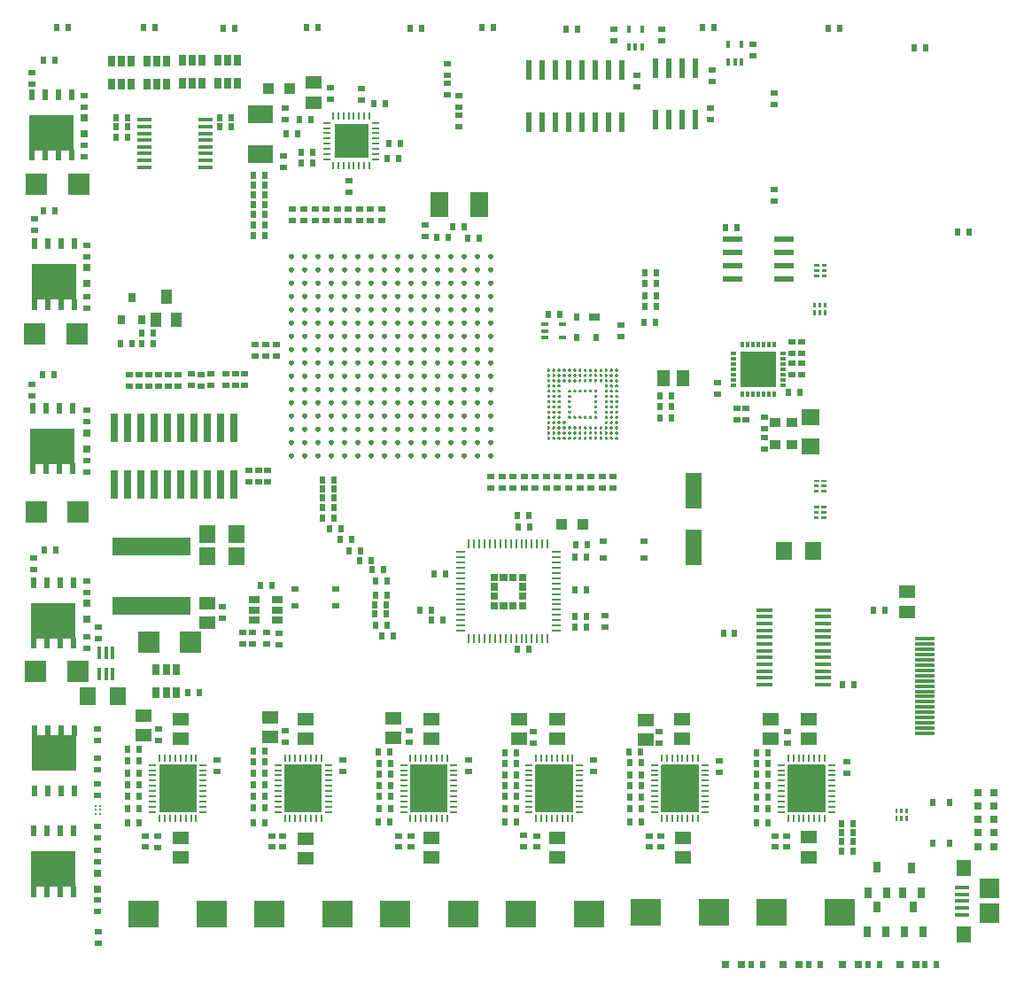
<source format=gtp>
G04 #@! TF.GenerationSoftware,KiCad,Pcbnew,5.1.0+dfsg1-1*
G04 #@! TF.CreationDate,2019-04-17T23:21:44+02:00*
G04 #@! TF.ProjectId,Revolve_A5,5265766f-6c76-4655-9f41-352e6b696361,rev?*
G04 #@! TF.SameCoordinates,Original*
G04 #@! TF.FileFunction,Paste,Top*
G04 #@! TF.FilePolarity,Positive*
%FSLAX46Y46*%
G04 Gerber Fmt 4.6, Leading zero omitted, Abs format (unit mm)*
G04 Created by KiCad (PCBNEW 5.1.0+dfsg1-1) date 2019-04-17 23:21:44*
%MOMM*%
%LPD*%
G04 APERTURE LIST*
%ADD10C,0.100000*%
%ADD11R,1.060000X0.650000*%
%ADD12R,2.000000X2.000000*%
%ADD13R,4.300000X3.500000*%
%ADD14R,0.500000X1.100000*%
%ADD15R,0.800000X0.800000*%
%ADD16R,0.700000X0.600000*%
%ADD17R,0.600000X0.700000*%
%ADD18R,0.558800X1.981200*%
%ADD19R,0.400000X0.700000*%
%ADD20R,0.700000X1.000000*%
%ADD21R,1.500000X1.300000*%
%ADD22R,1.600000X1.800000*%
%ADD23R,7.500000X1.800000*%
%ADD24R,3.000000X2.500000*%
%ADD25R,1.900000X0.300000*%
%ADD26R,3.200000X3.200000*%
%ADD27R,0.240000X0.690000*%
%ADD28R,0.690000X0.240000*%
%ADD29C,0.300000*%
%ADD30R,1.300000X1.500000*%
%ADD31R,1.800000X2.400000*%
%ADD32R,1.000000X1.000000*%
%ADD33R,0.290000X0.900000*%
%ADD34R,0.900000X0.290000*%
%ADD35C,0.500000*%
%ADD36C,3.600000*%
%ADD37R,0.250000X0.700000*%
%ADD38R,0.700000X0.250000*%
%ADD39R,1.900000X1.900000*%
%ADD40R,1.400000X1.600000*%
%ADD41R,1.350000X0.400000*%
%ADD42R,1.000000X1.400000*%
%ADD43R,0.800000X0.900000*%
%ADD44R,0.711200X2.794000*%
%ADD45R,2.400000X1.800000*%
%ADD46R,1.600000X1.803000*%
%ADD47R,1.600000X0.300000*%
%ADD48R,1.800000X1.600000*%
%ADD49R,1.981200X0.558800*%
%ADD50R,1.473200X0.355600*%
%ADD51R,0.355600X1.168400*%
%ADD52R,1.600000X3.500000*%
%ADD53R,0.700000X0.400000*%
%ADD54R,1.000000X0.700000*%
%ADD55R,0.600000X0.800000*%
%ADD56R,0.800000X0.600000*%
%ADD57R,3.500000X3.500000*%
%ADD58R,0.300000X0.600000*%
%ADD59R,0.600000X0.300000*%
%ADD60R,1.000000X0.900000*%
%ADD61C,0.250000*%
G04 APERTURE END LIST*
D10*
G36*
X148904669Y-113788600D02*
G01*
X149604669Y-113788600D01*
X149604669Y-113088600D01*
X148904669Y-113088600D01*
X148904669Y-113788600D01*
G37*
G36*
X148904669Y-114688600D02*
G01*
X149604669Y-114688600D01*
X149604669Y-113988600D01*
X148904669Y-113988600D01*
X148904669Y-114688600D01*
G37*
G36*
X148904669Y-115588600D02*
G01*
X149604669Y-115588600D01*
X149604669Y-114888600D01*
X148904669Y-114888600D01*
X148904669Y-115588600D01*
G37*
G36*
X149804669Y-115588600D02*
G01*
X150504669Y-115588600D01*
X150504669Y-114888600D01*
X149804669Y-114888600D01*
X149804669Y-115588600D01*
G37*
G36*
X150704669Y-115588600D02*
G01*
X151404669Y-115588600D01*
X151404669Y-114888600D01*
X150704669Y-114888600D01*
X150704669Y-115588600D01*
G37*
G36*
X151604669Y-115588600D02*
G01*
X152304669Y-115588600D01*
X152304669Y-114888600D01*
X151604669Y-114888600D01*
X151604669Y-115588600D01*
G37*
G36*
X151604669Y-114688600D02*
G01*
X152304669Y-114688600D01*
X152304669Y-113988600D01*
X151604669Y-113988600D01*
X151604669Y-114688600D01*
G37*
G36*
X151604669Y-113788600D02*
G01*
X152304669Y-113788600D01*
X152304669Y-113088600D01*
X151604669Y-113088600D01*
X151604669Y-113788600D01*
G37*
G36*
X151604669Y-112888600D02*
G01*
X152304669Y-112888600D01*
X152304669Y-112188600D01*
X151604669Y-112188600D01*
X151604669Y-112888600D01*
G37*
G36*
X150704669Y-112888600D02*
G01*
X151404669Y-112888600D01*
X151404669Y-112188600D01*
X150704669Y-112188600D01*
X150704669Y-112888600D01*
G37*
G36*
X149804669Y-112888600D02*
G01*
X150504669Y-112888600D01*
X150504669Y-112188600D01*
X149804669Y-112188600D01*
X149804669Y-112888600D01*
G37*
G36*
X148904669Y-112888600D02*
G01*
X149604669Y-112888600D01*
X149604669Y-112188600D01*
X148904669Y-112188600D01*
X148904669Y-112888600D01*
G37*
G36*
X179779563Y-86743710D02*
G01*
X180029779Y-86743710D01*
X180029779Y-86273494D01*
X179779563Y-86273494D01*
X179779563Y-86743710D01*
G37*
G36*
X180279563Y-86743710D02*
G01*
X180529775Y-86743710D01*
X180529775Y-86273494D01*
X180279563Y-86273494D01*
X180279563Y-86743710D01*
G37*
G36*
X180779559Y-86743710D02*
G01*
X181029775Y-86743710D01*
X181029775Y-86273494D01*
X180779559Y-86273494D01*
X180779559Y-86743710D01*
G37*
G36*
X180779559Y-87483706D02*
G01*
X181029775Y-87483706D01*
X181029775Y-87013490D01*
X180779559Y-87013490D01*
X180779559Y-87483706D01*
G37*
G36*
X180279563Y-87483706D02*
G01*
X180529775Y-87483706D01*
X180529775Y-87013490D01*
X180279563Y-87013490D01*
X180279563Y-87483706D01*
G37*
G36*
X179779563Y-87483706D02*
G01*
X180029779Y-87483706D01*
X180029779Y-86983518D01*
X179779563Y-86983518D01*
X179779563Y-87483706D01*
G37*
G36*
X180539559Y-103203494D02*
G01*
X180539559Y-103453710D01*
X181009775Y-103453710D01*
X181009775Y-103203494D01*
X180539559Y-103203494D01*
G37*
G36*
X180539559Y-103703494D02*
G01*
X180539559Y-103953706D01*
X181009775Y-103953706D01*
X181009775Y-103703494D01*
X180539559Y-103703494D01*
G37*
G36*
X180539559Y-104203490D02*
G01*
X180539559Y-104453706D01*
X181009775Y-104453706D01*
X181009775Y-104203490D01*
X180539559Y-104203490D01*
G37*
G36*
X179799563Y-104203490D02*
G01*
X179799563Y-104453706D01*
X180269779Y-104453706D01*
X180269779Y-104203490D01*
X179799563Y-104203490D01*
G37*
G36*
X179799563Y-103703494D02*
G01*
X179799563Y-103953706D01*
X180269779Y-103953706D01*
X180269779Y-103703494D01*
X179799563Y-103703494D01*
G37*
G36*
X179799563Y-103203494D02*
G01*
X179799563Y-103453710D01*
X180299751Y-103453710D01*
X180299751Y-103203494D01*
X179799563Y-103203494D01*
G37*
G36*
X180589559Y-82603494D02*
G01*
X180589559Y-82853710D01*
X181059775Y-82853710D01*
X181059775Y-82603494D01*
X180589559Y-82603494D01*
G37*
G36*
X180589559Y-83103494D02*
G01*
X180589559Y-83353706D01*
X181059775Y-83353706D01*
X181059775Y-83103494D01*
X180589559Y-83103494D01*
G37*
G36*
X180589559Y-83603490D02*
G01*
X180589559Y-83853706D01*
X181059775Y-83853706D01*
X181059775Y-83603490D01*
X180589559Y-83603490D01*
G37*
G36*
X179849563Y-83603490D02*
G01*
X179849563Y-83853706D01*
X180319779Y-83853706D01*
X180319779Y-83603490D01*
X179849563Y-83603490D01*
G37*
G36*
X179849563Y-83103494D02*
G01*
X179849563Y-83353706D01*
X180319779Y-83353706D01*
X180319779Y-83103494D01*
X179849563Y-83103494D01*
G37*
G36*
X179849563Y-82603494D02*
G01*
X179849563Y-82853710D01*
X180349751Y-82853710D01*
X180349751Y-82603494D01*
X179849563Y-82603494D01*
G37*
G36*
X180539559Y-105703494D02*
G01*
X180539559Y-105953710D01*
X181009775Y-105953710D01*
X181009775Y-105703494D01*
X180539559Y-105703494D01*
G37*
G36*
X180539559Y-106203494D02*
G01*
X180539559Y-106453706D01*
X181009775Y-106453706D01*
X181009775Y-106203494D01*
X180539559Y-106203494D01*
G37*
G36*
X180539559Y-106703490D02*
G01*
X180539559Y-106953706D01*
X181009775Y-106953706D01*
X181009775Y-106703490D01*
X180539559Y-106703490D01*
G37*
G36*
X179799563Y-106703490D02*
G01*
X179799563Y-106953706D01*
X180269779Y-106953706D01*
X180269779Y-106703490D01*
X179799563Y-106703490D01*
G37*
G36*
X179799563Y-106203494D02*
G01*
X179799563Y-106453706D01*
X180269779Y-106453706D01*
X180269779Y-106203494D01*
X179799563Y-106203494D01*
G37*
G36*
X179799563Y-105703494D02*
G01*
X179799563Y-105953710D01*
X180299751Y-105953710D01*
X180299751Y-105703494D01*
X179799563Y-105703494D01*
G37*
G36*
X187579563Y-135093710D02*
G01*
X187829779Y-135093710D01*
X187829779Y-134623494D01*
X187579563Y-134623494D01*
X187579563Y-135093710D01*
G37*
G36*
X188079563Y-135093710D02*
G01*
X188329775Y-135093710D01*
X188329775Y-134623494D01*
X188079563Y-134623494D01*
X188079563Y-135093710D01*
G37*
G36*
X188579559Y-135093710D02*
G01*
X188829775Y-135093710D01*
X188829775Y-134623494D01*
X188579559Y-134623494D01*
X188579559Y-135093710D01*
G37*
G36*
X188579559Y-135833706D02*
G01*
X188829775Y-135833706D01*
X188829775Y-135363490D01*
X188579559Y-135363490D01*
X188579559Y-135833706D01*
G37*
G36*
X188079563Y-135833706D02*
G01*
X188329775Y-135833706D01*
X188329775Y-135363490D01*
X188079563Y-135363490D01*
X188079563Y-135833706D01*
G37*
G36*
X187579563Y-135833706D02*
G01*
X187829779Y-135833706D01*
X187829779Y-135333518D01*
X187579563Y-135333518D01*
X187579563Y-135833706D01*
G37*
D11*
X128534669Y-115648600D03*
X128534669Y-114698600D03*
X128534669Y-116598600D03*
X126334669Y-116598600D03*
X126334669Y-115648600D03*
X126334669Y-114698600D03*
D12*
X105450000Y-121575000D03*
X109450000Y-121575000D03*
D13*
X107204669Y-84303600D03*
D14*
X105299669Y-80653600D03*
X109109669Y-80653600D03*
X106569669Y-80653600D03*
X107839669Y-80653600D03*
X105299669Y-86453600D03*
X109109669Y-86453600D03*
X106569669Y-86453600D03*
X107839669Y-86453600D03*
D13*
X107029669Y-100003600D03*
D14*
X105124669Y-96353600D03*
X108934669Y-96353600D03*
X106394669Y-96353600D03*
X107664669Y-96353600D03*
X105124669Y-102153600D03*
X108934669Y-102153600D03*
X106394669Y-102153600D03*
X107664669Y-102153600D03*
D13*
X107129669Y-140450000D03*
D14*
X105224669Y-136800000D03*
X109034669Y-136800000D03*
X106494669Y-136800000D03*
X107764669Y-136800000D03*
X105224669Y-142600000D03*
X109034669Y-142600000D03*
X106494669Y-142600000D03*
X107764669Y-142600000D03*
D13*
X107200000Y-129350000D03*
D14*
X109105000Y-133000000D03*
X105295000Y-133000000D03*
X107835000Y-133000000D03*
X106565000Y-133000000D03*
X109105000Y-127200000D03*
X105295000Y-127200000D03*
X107835000Y-127200000D03*
X106565000Y-127200000D03*
D15*
X178389669Y-149523600D03*
X176889669Y-149523600D03*
X184034669Y-149523600D03*
X182534669Y-149523600D03*
X189549669Y-149523600D03*
X188049669Y-149523600D03*
D16*
X110279669Y-80828600D03*
X110279669Y-81928600D03*
X110329669Y-112903600D03*
X110329669Y-114003600D03*
X110304669Y-96553600D03*
X110304669Y-97653600D03*
D15*
X110304669Y-82928600D03*
X110304669Y-84428600D03*
X110329669Y-115053600D03*
X110329669Y-116553600D03*
X110279669Y-98753600D03*
X110279669Y-100253600D03*
D17*
X131339669Y-60008600D03*
X132439669Y-60008600D03*
X115764669Y-59958600D03*
X116864669Y-59958600D03*
X107414669Y-59983600D03*
X108514669Y-59983600D03*
X180459669Y-149523600D03*
X179359669Y-149523600D03*
X186099669Y-149523600D03*
X184999669Y-149523600D03*
X191534669Y-149523600D03*
X190434669Y-149523600D03*
D12*
X105504669Y-106278600D03*
X109504669Y-106278600D03*
X105354669Y-89278600D03*
X109354669Y-89278600D03*
D16*
X114389669Y-94238600D03*
X114389669Y-93138600D03*
X116234669Y-93148600D03*
X116234669Y-94248600D03*
X124509669Y-94183600D03*
X124509669Y-93083600D03*
X120309669Y-94218600D03*
X120309669Y-93118600D03*
X125409669Y-93068600D03*
X125409669Y-94168600D03*
X122134669Y-93118600D03*
X122134669Y-94218600D03*
X110304669Y-85728600D03*
X110304669Y-86828600D03*
X110279669Y-101353600D03*
X110279669Y-102453600D03*
X110314669Y-118248600D03*
X110314669Y-119348600D03*
D17*
X106104669Y-93203600D03*
X107204669Y-93203600D03*
X107379669Y-109903600D03*
X106279669Y-109903600D03*
X106179669Y-77503600D03*
X107279669Y-77503600D03*
D13*
X107129669Y-116703600D03*
D14*
X105224669Y-113053600D03*
X109034669Y-113053600D03*
X106494669Y-113053600D03*
X107764669Y-113053600D03*
X105224669Y-118853600D03*
X109034669Y-118853600D03*
X106494669Y-118853600D03*
X107764669Y-118853600D03*
D18*
X161499669Y-69007400D03*
X160229669Y-69007400D03*
X158959669Y-69007400D03*
X157689669Y-69007400D03*
X156419669Y-69007400D03*
X155149669Y-69007400D03*
X153879669Y-69007400D03*
X152609669Y-69007400D03*
X152609669Y-64079800D03*
X153879669Y-64079800D03*
X155149669Y-64079800D03*
X156419669Y-64079800D03*
X157689669Y-64079800D03*
X158959669Y-64079800D03*
X160229669Y-64079800D03*
X161499669Y-64079800D03*
D16*
X162904669Y-65683600D03*
X162904669Y-64583600D03*
D19*
X162099669Y-60163600D03*
X163399669Y-60163600D03*
X163399669Y-61863600D03*
X162749669Y-61863600D03*
X162099669Y-61863600D03*
X171619669Y-61553600D03*
X172919669Y-61553600D03*
X172919669Y-63253600D03*
X172269669Y-63253600D03*
X171619669Y-63253600D03*
D20*
X184959669Y-142673600D03*
X186759669Y-142673600D03*
X185859669Y-140273600D03*
X184909669Y-146423600D03*
X186709669Y-146423600D03*
X185809669Y-144023600D03*
X188434669Y-146448600D03*
X190234669Y-146448600D03*
X189334669Y-144048600D03*
D15*
X172879669Y-149523600D03*
X171379669Y-149523600D03*
D17*
X174934669Y-149523600D03*
X173834669Y-149523600D03*
D20*
X188274669Y-142698600D03*
X190074669Y-142698600D03*
X189174669Y-140298600D03*
D17*
X126244669Y-135968600D03*
X127344669Y-135968600D03*
D21*
X131244669Y-127988600D03*
X131244669Y-126088600D03*
X131194669Y-137523600D03*
X131194669Y-139423600D03*
D16*
X129049669Y-138338600D03*
X129049669Y-137238600D03*
D17*
X127339669Y-131288600D03*
X126239669Y-131288600D03*
D16*
X134754669Y-130028600D03*
X134754669Y-131128600D03*
X129264669Y-128273600D03*
X129264669Y-127173600D03*
D17*
X127334669Y-132373600D03*
X126234669Y-132373600D03*
D16*
X127979669Y-138338600D03*
X127979669Y-137238600D03*
D17*
X138194669Y-135938600D03*
X139294669Y-135938600D03*
D21*
X143244669Y-127968600D03*
X143244669Y-126068600D03*
X143264669Y-137443600D03*
X143264669Y-139343600D03*
D16*
X141319669Y-138338600D03*
X141319669Y-137238600D03*
D17*
X138219669Y-130318600D03*
X139319669Y-130318600D03*
X138214669Y-129243600D03*
X139314669Y-129243600D03*
D16*
X146794669Y-129978600D03*
X146794669Y-131078600D03*
X141169669Y-128338600D03*
X141169669Y-127238600D03*
D17*
X139344669Y-132443600D03*
X138244669Y-132443600D03*
D16*
X140119669Y-138338600D03*
X140119669Y-137238600D03*
D17*
X150244669Y-135913600D03*
X151344669Y-135913600D03*
D21*
X155244669Y-127968600D03*
X155244669Y-126068600D03*
X155264669Y-137443600D03*
X155264669Y-139343600D03*
D16*
X152989669Y-127288600D03*
X152989669Y-128388600D03*
D17*
X150319669Y-130368600D03*
X151419669Y-130368600D03*
X150264669Y-129343600D03*
X151364669Y-129343600D03*
D16*
X158764669Y-130028600D03*
X158764669Y-131128600D03*
X153289669Y-137238600D03*
X153289669Y-138338600D03*
D17*
X151414669Y-132443600D03*
X150314669Y-132443600D03*
D16*
X152069669Y-138318600D03*
X152069669Y-137218600D03*
D17*
X162244669Y-135913600D03*
X163344669Y-135913600D03*
D21*
X167244669Y-127968600D03*
X167244669Y-126068600D03*
X167264669Y-137443600D03*
X167264669Y-139343600D03*
D16*
X165169669Y-138338600D03*
X165169669Y-137238600D03*
D17*
X163289669Y-130288600D03*
X162189669Y-130288600D03*
X162164669Y-129243600D03*
X163264669Y-129243600D03*
D16*
X170784669Y-130078600D03*
X170784669Y-131178600D03*
X165044669Y-128388600D03*
X165044669Y-127288600D03*
D17*
X163314669Y-132493600D03*
X162214669Y-132493600D03*
D16*
X164119669Y-138338600D03*
X164119669Y-137238600D03*
D17*
X162219669Y-134618600D03*
X163319669Y-134618600D03*
X163314669Y-133543600D03*
X162214669Y-133543600D03*
X127334669Y-133463600D03*
X126234669Y-133463600D03*
X126219669Y-134588600D03*
X127319669Y-134588600D03*
X139364669Y-133493600D03*
X138264669Y-133493600D03*
X138219669Y-134618600D03*
X139319669Y-134618600D03*
X150319669Y-134618600D03*
X151419669Y-134618600D03*
X151414669Y-133493600D03*
X150314669Y-133493600D03*
D16*
X126179669Y-117828600D03*
X126179669Y-118928600D03*
X127479669Y-118928600D03*
X127479669Y-117828600D03*
D21*
X121829669Y-114978600D03*
X121829669Y-116878600D03*
D22*
X124654669Y-110553600D03*
X121854669Y-110553600D03*
D23*
X116529669Y-115228600D03*
X116529669Y-109628600D03*
D17*
X183534669Y-138698600D03*
X182434669Y-138698600D03*
X162204669Y-131403600D03*
X163304669Y-131403600D03*
X183539669Y-137803600D03*
X182439669Y-137803600D03*
X183549669Y-136948600D03*
X182449669Y-136948600D03*
X183539669Y-136088600D03*
X182439669Y-136088600D03*
X126234669Y-130143600D03*
X127334669Y-130143600D03*
X139334669Y-131383600D03*
X138234669Y-131383600D03*
X151404669Y-131403600D03*
X150304669Y-131403600D03*
X142294669Y-60033600D03*
X141194669Y-60033600D03*
X148089669Y-59988600D03*
X149189669Y-59988600D03*
X156104669Y-60113600D03*
X157204669Y-60113600D03*
D16*
X165259669Y-61218600D03*
X165259669Y-60118600D03*
X174029669Y-62713600D03*
X174029669Y-61613600D03*
D17*
X182319669Y-60023600D03*
X181219669Y-60023600D03*
D22*
X124659669Y-108378600D03*
X121859669Y-108378600D03*
D16*
X160714669Y-61218600D03*
X160714669Y-60118600D03*
D17*
X169164669Y-60003600D03*
X170264669Y-60003600D03*
D21*
X127809669Y-125908600D03*
X127809669Y-127808600D03*
X139644669Y-125988600D03*
X139644669Y-127888600D03*
X151619669Y-126063600D03*
X151619669Y-127963600D03*
X163719669Y-126163600D03*
X163719669Y-128063600D03*
D24*
X146274669Y-144723600D03*
X139774669Y-144723600D03*
X134264669Y-144713600D03*
X127764669Y-144713600D03*
X158294669Y-144718600D03*
X151794669Y-144718600D03*
X170244669Y-144543600D03*
X163744669Y-144543600D03*
D25*
X190384669Y-127438600D03*
X190384669Y-126938600D03*
X190384669Y-126438600D03*
X190384669Y-125938600D03*
X190384669Y-125438600D03*
X190384669Y-124938600D03*
X190384669Y-124438600D03*
X190384669Y-123938600D03*
X190384669Y-123438600D03*
X190384669Y-122938600D03*
X190384669Y-122438600D03*
X190384669Y-121938600D03*
X190384669Y-121438600D03*
X190384669Y-120938600D03*
X190384669Y-120438600D03*
X190384669Y-119938600D03*
X190384669Y-119438600D03*
X190384669Y-118938600D03*
X190384669Y-118438600D03*
D15*
X195489669Y-133138600D03*
X196989669Y-133138600D03*
D17*
X163619669Y-86658600D03*
X164719669Y-86658600D03*
D15*
X195484669Y-134408600D03*
X196984669Y-134408600D03*
D17*
X163619669Y-85608600D03*
X164719669Y-85608600D03*
D15*
X195484669Y-135633600D03*
X196984669Y-135633600D03*
D17*
X163639669Y-84483600D03*
X164739669Y-84483600D03*
D15*
X195489669Y-136958600D03*
X196989669Y-136958600D03*
D17*
X163634669Y-83408600D03*
X164734669Y-83408600D03*
X174319669Y-135988600D03*
X175419669Y-135988600D03*
D21*
X179344669Y-127993600D03*
X179344669Y-126093600D03*
X179339669Y-137393600D03*
X179339669Y-139293600D03*
D16*
X177219669Y-138338600D03*
X177219669Y-137238600D03*
D17*
X175414669Y-131338600D03*
X174314669Y-131338600D03*
X174309669Y-129283600D03*
X175409669Y-129283600D03*
D16*
X182999669Y-130128600D03*
X182999669Y-131228600D03*
X177294669Y-128388600D03*
X177294669Y-127288600D03*
D17*
X175414669Y-132468600D03*
X174314669Y-132468600D03*
D16*
X176094669Y-138338600D03*
X176094669Y-137238600D03*
D17*
X174319669Y-134618600D03*
X175419669Y-134618600D03*
X175414669Y-133543600D03*
X174314669Y-133543600D03*
X174314669Y-130318600D03*
X175414669Y-130318600D03*
D21*
X175694669Y-126063600D03*
X175694669Y-127963600D03*
D24*
X182294669Y-144543600D03*
X175794669Y-144543600D03*
D16*
X110104669Y-66503600D03*
X110104669Y-67603600D03*
D15*
X110104669Y-68653600D03*
X110104669Y-70153600D03*
D12*
X105529669Y-74978600D03*
X109529669Y-74978600D03*
D16*
X110104669Y-71278600D03*
X110104669Y-72378600D03*
D17*
X106194669Y-63153600D03*
X107294669Y-63153600D03*
D13*
X106954669Y-70053600D03*
D14*
X105049669Y-66403600D03*
X108859669Y-66403600D03*
X106319669Y-66403600D03*
X107589669Y-66403600D03*
X105049669Y-72203600D03*
X108859669Y-72203600D03*
X106319669Y-72203600D03*
X107589669Y-72203600D03*
D17*
X123369669Y-60033600D03*
X124469669Y-60033600D03*
D16*
X117184669Y-94248600D03*
X117184669Y-93148600D03*
X119009669Y-93163600D03*
X119009669Y-94263600D03*
D17*
X189399669Y-61948600D03*
X190499669Y-61948600D03*
X193589669Y-79513600D03*
X194689669Y-79513600D03*
D26*
X135594669Y-70843600D03*
D27*
X133844669Y-68488600D03*
X134344669Y-68488600D03*
X134844669Y-68488600D03*
X135344669Y-68488600D03*
X135844669Y-68488600D03*
X136344669Y-68488600D03*
X136844669Y-68488600D03*
X137344669Y-68488600D03*
D28*
X137949669Y-69093600D03*
X137949669Y-69593600D03*
X137949669Y-70093600D03*
X137949669Y-70593600D03*
X137949669Y-71093600D03*
X137949669Y-71593600D03*
X137949669Y-72093600D03*
X137949669Y-72593600D03*
D27*
X137344669Y-73198600D03*
X136844669Y-73198600D03*
X136344669Y-73198600D03*
X135844669Y-73198600D03*
X135344669Y-73198600D03*
X134844669Y-73198600D03*
X134344669Y-73198600D03*
X133844669Y-73198600D03*
D28*
X133239669Y-72593600D03*
X133239669Y-72093600D03*
X133239669Y-71593600D03*
X133239669Y-71093600D03*
X133239669Y-70593600D03*
X133239669Y-70093600D03*
X133239669Y-69593600D03*
X133239669Y-69093600D03*
D17*
X139044669Y-72478600D03*
X140144669Y-72478600D03*
D16*
X133634669Y-66838600D03*
X133634669Y-65738600D03*
D10*
G36*
X154474373Y-99099321D02*
G01*
X154488934Y-99101481D01*
X154503213Y-99105058D01*
X154517073Y-99110017D01*
X154530380Y-99116311D01*
X154543006Y-99123879D01*
X154554829Y-99132647D01*
X154565736Y-99142533D01*
X154575622Y-99153440D01*
X154584390Y-99165263D01*
X154591958Y-99177889D01*
X154598252Y-99191196D01*
X154603211Y-99205056D01*
X154606788Y-99219335D01*
X154608948Y-99233896D01*
X154609670Y-99248599D01*
X154609670Y-99248601D01*
X154608948Y-99263304D01*
X154606788Y-99277865D01*
X154603211Y-99292144D01*
X154598252Y-99306004D01*
X154591958Y-99319311D01*
X154584390Y-99331937D01*
X154575622Y-99343760D01*
X154565736Y-99354667D01*
X154554829Y-99364553D01*
X154543006Y-99373321D01*
X154530380Y-99380889D01*
X154517073Y-99387183D01*
X154503213Y-99392142D01*
X154488934Y-99395719D01*
X154474373Y-99397879D01*
X154459670Y-99398601D01*
X154459668Y-99398601D01*
X154444965Y-99397879D01*
X154430404Y-99395719D01*
X154416125Y-99392142D01*
X154402265Y-99387183D01*
X154388958Y-99380889D01*
X154376332Y-99373321D01*
X154364509Y-99364553D01*
X154353602Y-99354667D01*
X154343716Y-99343760D01*
X154334948Y-99331937D01*
X154327380Y-99319311D01*
X154321086Y-99306004D01*
X154316127Y-99292144D01*
X154312550Y-99277865D01*
X154310390Y-99263304D01*
X154309668Y-99248601D01*
X154309668Y-99248599D01*
X154310390Y-99233896D01*
X154312550Y-99219335D01*
X154316127Y-99205056D01*
X154321086Y-99191196D01*
X154327380Y-99177889D01*
X154334948Y-99165263D01*
X154343716Y-99153440D01*
X154353602Y-99142533D01*
X154364509Y-99132647D01*
X154376332Y-99123879D01*
X154388958Y-99116311D01*
X154402265Y-99110017D01*
X154416125Y-99105058D01*
X154430404Y-99101481D01*
X154444965Y-99099321D01*
X154459668Y-99098599D01*
X154459670Y-99098599D01*
X154474373Y-99099321D01*
X154474373Y-99099321D01*
G37*
D29*
X154459669Y-99248600D03*
D10*
G36*
X154474373Y-98599321D02*
G01*
X154488934Y-98601481D01*
X154503213Y-98605058D01*
X154517073Y-98610017D01*
X154530380Y-98616311D01*
X154543006Y-98623879D01*
X154554829Y-98632647D01*
X154565736Y-98642533D01*
X154575622Y-98653440D01*
X154584390Y-98665263D01*
X154591958Y-98677889D01*
X154598252Y-98691196D01*
X154603211Y-98705056D01*
X154606788Y-98719335D01*
X154608948Y-98733896D01*
X154609670Y-98748599D01*
X154609670Y-98748601D01*
X154608948Y-98763304D01*
X154606788Y-98777865D01*
X154603211Y-98792144D01*
X154598252Y-98806004D01*
X154591958Y-98819311D01*
X154584390Y-98831937D01*
X154575622Y-98843760D01*
X154565736Y-98854667D01*
X154554829Y-98864553D01*
X154543006Y-98873321D01*
X154530380Y-98880889D01*
X154517073Y-98887183D01*
X154503213Y-98892142D01*
X154488934Y-98895719D01*
X154474373Y-98897879D01*
X154459670Y-98898601D01*
X154459668Y-98898601D01*
X154444965Y-98897879D01*
X154430404Y-98895719D01*
X154416125Y-98892142D01*
X154402265Y-98887183D01*
X154388958Y-98880889D01*
X154376332Y-98873321D01*
X154364509Y-98864553D01*
X154353602Y-98854667D01*
X154343716Y-98843760D01*
X154334948Y-98831937D01*
X154327380Y-98819311D01*
X154321086Y-98806004D01*
X154316127Y-98792144D01*
X154312550Y-98777865D01*
X154310390Y-98763304D01*
X154309668Y-98748601D01*
X154309668Y-98748599D01*
X154310390Y-98733896D01*
X154312550Y-98719335D01*
X154316127Y-98705056D01*
X154321086Y-98691196D01*
X154327380Y-98677889D01*
X154334948Y-98665263D01*
X154343716Y-98653440D01*
X154353602Y-98642533D01*
X154364509Y-98632647D01*
X154376332Y-98623879D01*
X154388958Y-98616311D01*
X154402265Y-98610017D01*
X154416125Y-98605058D01*
X154430404Y-98601481D01*
X154444965Y-98599321D01*
X154459668Y-98598599D01*
X154459670Y-98598599D01*
X154474373Y-98599321D01*
X154474373Y-98599321D01*
G37*
D29*
X154459669Y-98748600D03*
D10*
G36*
X154474373Y-98099321D02*
G01*
X154488934Y-98101481D01*
X154503213Y-98105058D01*
X154517073Y-98110017D01*
X154530380Y-98116311D01*
X154543006Y-98123879D01*
X154554829Y-98132647D01*
X154565736Y-98142533D01*
X154575622Y-98153440D01*
X154584390Y-98165263D01*
X154591958Y-98177889D01*
X154598252Y-98191196D01*
X154603211Y-98205056D01*
X154606788Y-98219335D01*
X154608948Y-98233896D01*
X154609670Y-98248599D01*
X154609670Y-98248601D01*
X154608948Y-98263304D01*
X154606788Y-98277865D01*
X154603211Y-98292144D01*
X154598252Y-98306004D01*
X154591958Y-98319311D01*
X154584390Y-98331937D01*
X154575622Y-98343760D01*
X154565736Y-98354667D01*
X154554829Y-98364553D01*
X154543006Y-98373321D01*
X154530380Y-98380889D01*
X154517073Y-98387183D01*
X154503213Y-98392142D01*
X154488934Y-98395719D01*
X154474373Y-98397879D01*
X154459670Y-98398601D01*
X154459668Y-98398601D01*
X154444965Y-98397879D01*
X154430404Y-98395719D01*
X154416125Y-98392142D01*
X154402265Y-98387183D01*
X154388958Y-98380889D01*
X154376332Y-98373321D01*
X154364509Y-98364553D01*
X154353602Y-98354667D01*
X154343716Y-98343760D01*
X154334948Y-98331937D01*
X154327380Y-98319311D01*
X154321086Y-98306004D01*
X154316127Y-98292144D01*
X154312550Y-98277865D01*
X154310390Y-98263304D01*
X154309668Y-98248601D01*
X154309668Y-98248599D01*
X154310390Y-98233896D01*
X154312550Y-98219335D01*
X154316127Y-98205056D01*
X154321086Y-98191196D01*
X154327380Y-98177889D01*
X154334948Y-98165263D01*
X154343716Y-98153440D01*
X154353602Y-98142533D01*
X154364509Y-98132647D01*
X154376332Y-98123879D01*
X154388958Y-98116311D01*
X154402265Y-98110017D01*
X154416125Y-98105058D01*
X154430404Y-98101481D01*
X154444965Y-98099321D01*
X154459668Y-98098599D01*
X154459670Y-98098599D01*
X154474373Y-98099321D01*
X154474373Y-98099321D01*
G37*
D29*
X154459669Y-98248600D03*
D10*
G36*
X154474373Y-97599321D02*
G01*
X154488934Y-97601481D01*
X154503213Y-97605058D01*
X154517073Y-97610017D01*
X154530380Y-97616311D01*
X154543006Y-97623879D01*
X154554829Y-97632647D01*
X154565736Y-97642533D01*
X154575622Y-97653440D01*
X154584390Y-97665263D01*
X154591958Y-97677889D01*
X154598252Y-97691196D01*
X154603211Y-97705056D01*
X154606788Y-97719335D01*
X154608948Y-97733896D01*
X154609670Y-97748599D01*
X154609670Y-97748601D01*
X154608948Y-97763304D01*
X154606788Y-97777865D01*
X154603211Y-97792144D01*
X154598252Y-97806004D01*
X154591958Y-97819311D01*
X154584390Y-97831937D01*
X154575622Y-97843760D01*
X154565736Y-97854667D01*
X154554829Y-97864553D01*
X154543006Y-97873321D01*
X154530380Y-97880889D01*
X154517073Y-97887183D01*
X154503213Y-97892142D01*
X154488934Y-97895719D01*
X154474373Y-97897879D01*
X154459670Y-97898601D01*
X154459668Y-97898601D01*
X154444965Y-97897879D01*
X154430404Y-97895719D01*
X154416125Y-97892142D01*
X154402265Y-97887183D01*
X154388958Y-97880889D01*
X154376332Y-97873321D01*
X154364509Y-97864553D01*
X154353602Y-97854667D01*
X154343716Y-97843760D01*
X154334948Y-97831937D01*
X154327380Y-97819311D01*
X154321086Y-97806004D01*
X154316127Y-97792144D01*
X154312550Y-97777865D01*
X154310390Y-97763304D01*
X154309668Y-97748601D01*
X154309668Y-97748599D01*
X154310390Y-97733896D01*
X154312550Y-97719335D01*
X154316127Y-97705056D01*
X154321086Y-97691196D01*
X154327380Y-97677889D01*
X154334948Y-97665263D01*
X154343716Y-97653440D01*
X154353602Y-97642533D01*
X154364509Y-97632647D01*
X154376332Y-97623879D01*
X154388958Y-97616311D01*
X154402265Y-97610017D01*
X154416125Y-97605058D01*
X154430404Y-97601481D01*
X154444965Y-97599321D01*
X154459668Y-97598599D01*
X154459670Y-97598599D01*
X154474373Y-97599321D01*
X154474373Y-97599321D01*
G37*
D29*
X154459669Y-97748600D03*
D10*
G36*
X154474373Y-97099321D02*
G01*
X154488934Y-97101481D01*
X154503213Y-97105058D01*
X154517073Y-97110017D01*
X154530380Y-97116311D01*
X154543006Y-97123879D01*
X154554829Y-97132647D01*
X154565736Y-97142533D01*
X154575622Y-97153440D01*
X154584390Y-97165263D01*
X154591958Y-97177889D01*
X154598252Y-97191196D01*
X154603211Y-97205056D01*
X154606788Y-97219335D01*
X154608948Y-97233896D01*
X154609670Y-97248599D01*
X154609670Y-97248601D01*
X154608948Y-97263304D01*
X154606788Y-97277865D01*
X154603211Y-97292144D01*
X154598252Y-97306004D01*
X154591958Y-97319311D01*
X154584390Y-97331937D01*
X154575622Y-97343760D01*
X154565736Y-97354667D01*
X154554829Y-97364553D01*
X154543006Y-97373321D01*
X154530380Y-97380889D01*
X154517073Y-97387183D01*
X154503213Y-97392142D01*
X154488934Y-97395719D01*
X154474373Y-97397879D01*
X154459670Y-97398601D01*
X154459668Y-97398601D01*
X154444965Y-97397879D01*
X154430404Y-97395719D01*
X154416125Y-97392142D01*
X154402265Y-97387183D01*
X154388958Y-97380889D01*
X154376332Y-97373321D01*
X154364509Y-97364553D01*
X154353602Y-97354667D01*
X154343716Y-97343760D01*
X154334948Y-97331937D01*
X154327380Y-97319311D01*
X154321086Y-97306004D01*
X154316127Y-97292144D01*
X154312550Y-97277865D01*
X154310390Y-97263304D01*
X154309668Y-97248601D01*
X154309668Y-97248599D01*
X154310390Y-97233896D01*
X154312550Y-97219335D01*
X154316127Y-97205056D01*
X154321086Y-97191196D01*
X154327380Y-97177889D01*
X154334948Y-97165263D01*
X154343716Y-97153440D01*
X154353602Y-97142533D01*
X154364509Y-97132647D01*
X154376332Y-97123879D01*
X154388958Y-97116311D01*
X154402265Y-97110017D01*
X154416125Y-97105058D01*
X154430404Y-97101481D01*
X154444965Y-97099321D01*
X154459668Y-97098599D01*
X154459670Y-97098599D01*
X154474373Y-97099321D01*
X154474373Y-97099321D01*
G37*
D29*
X154459669Y-97248600D03*
D10*
G36*
X154474373Y-96599321D02*
G01*
X154488934Y-96601481D01*
X154503213Y-96605058D01*
X154517073Y-96610017D01*
X154530380Y-96616311D01*
X154543006Y-96623879D01*
X154554829Y-96632647D01*
X154565736Y-96642533D01*
X154575622Y-96653440D01*
X154584390Y-96665263D01*
X154591958Y-96677889D01*
X154598252Y-96691196D01*
X154603211Y-96705056D01*
X154606788Y-96719335D01*
X154608948Y-96733896D01*
X154609670Y-96748599D01*
X154609670Y-96748601D01*
X154608948Y-96763304D01*
X154606788Y-96777865D01*
X154603211Y-96792144D01*
X154598252Y-96806004D01*
X154591958Y-96819311D01*
X154584390Y-96831937D01*
X154575622Y-96843760D01*
X154565736Y-96854667D01*
X154554829Y-96864553D01*
X154543006Y-96873321D01*
X154530380Y-96880889D01*
X154517073Y-96887183D01*
X154503213Y-96892142D01*
X154488934Y-96895719D01*
X154474373Y-96897879D01*
X154459670Y-96898601D01*
X154459668Y-96898601D01*
X154444965Y-96897879D01*
X154430404Y-96895719D01*
X154416125Y-96892142D01*
X154402265Y-96887183D01*
X154388958Y-96880889D01*
X154376332Y-96873321D01*
X154364509Y-96864553D01*
X154353602Y-96854667D01*
X154343716Y-96843760D01*
X154334948Y-96831937D01*
X154327380Y-96819311D01*
X154321086Y-96806004D01*
X154316127Y-96792144D01*
X154312550Y-96777865D01*
X154310390Y-96763304D01*
X154309668Y-96748601D01*
X154309668Y-96748599D01*
X154310390Y-96733896D01*
X154312550Y-96719335D01*
X154316127Y-96705056D01*
X154321086Y-96691196D01*
X154327380Y-96677889D01*
X154334948Y-96665263D01*
X154343716Y-96653440D01*
X154353602Y-96642533D01*
X154364509Y-96632647D01*
X154376332Y-96623879D01*
X154388958Y-96616311D01*
X154402265Y-96610017D01*
X154416125Y-96605058D01*
X154430404Y-96601481D01*
X154444965Y-96599321D01*
X154459668Y-96598599D01*
X154459670Y-96598599D01*
X154474373Y-96599321D01*
X154474373Y-96599321D01*
G37*
D29*
X154459669Y-96748600D03*
D10*
G36*
X154474373Y-96099321D02*
G01*
X154488934Y-96101481D01*
X154503213Y-96105058D01*
X154517073Y-96110017D01*
X154530380Y-96116311D01*
X154543006Y-96123879D01*
X154554829Y-96132647D01*
X154565736Y-96142533D01*
X154575622Y-96153440D01*
X154584390Y-96165263D01*
X154591958Y-96177889D01*
X154598252Y-96191196D01*
X154603211Y-96205056D01*
X154606788Y-96219335D01*
X154608948Y-96233896D01*
X154609670Y-96248599D01*
X154609670Y-96248601D01*
X154608948Y-96263304D01*
X154606788Y-96277865D01*
X154603211Y-96292144D01*
X154598252Y-96306004D01*
X154591958Y-96319311D01*
X154584390Y-96331937D01*
X154575622Y-96343760D01*
X154565736Y-96354667D01*
X154554829Y-96364553D01*
X154543006Y-96373321D01*
X154530380Y-96380889D01*
X154517073Y-96387183D01*
X154503213Y-96392142D01*
X154488934Y-96395719D01*
X154474373Y-96397879D01*
X154459670Y-96398601D01*
X154459668Y-96398601D01*
X154444965Y-96397879D01*
X154430404Y-96395719D01*
X154416125Y-96392142D01*
X154402265Y-96387183D01*
X154388958Y-96380889D01*
X154376332Y-96373321D01*
X154364509Y-96364553D01*
X154353602Y-96354667D01*
X154343716Y-96343760D01*
X154334948Y-96331937D01*
X154327380Y-96319311D01*
X154321086Y-96306004D01*
X154316127Y-96292144D01*
X154312550Y-96277865D01*
X154310390Y-96263304D01*
X154309668Y-96248601D01*
X154309668Y-96248599D01*
X154310390Y-96233896D01*
X154312550Y-96219335D01*
X154316127Y-96205056D01*
X154321086Y-96191196D01*
X154327380Y-96177889D01*
X154334948Y-96165263D01*
X154343716Y-96153440D01*
X154353602Y-96142533D01*
X154364509Y-96132647D01*
X154376332Y-96123879D01*
X154388958Y-96116311D01*
X154402265Y-96110017D01*
X154416125Y-96105058D01*
X154430404Y-96101481D01*
X154444965Y-96099321D01*
X154459668Y-96098599D01*
X154459670Y-96098599D01*
X154474373Y-96099321D01*
X154474373Y-96099321D01*
G37*
D29*
X154459669Y-96248600D03*
D10*
G36*
X154474373Y-95599321D02*
G01*
X154488934Y-95601481D01*
X154503213Y-95605058D01*
X154517073Y-95610017D01*
X154530380Y-95616311D01*
X154543006Y-95623879D01*
X154554829Y-95632647D01*
X154565736Y-95642533D01*
X154575622Y-95653440D01*
X154584390Y-95665263D01*
X154591958Y-95677889D01*
X154598252Y-95691196D01*
X154603211Y-95705056D01*
X154606788Y-95719335D01*
X154608948Y-95733896D01*
X154609670Y-95748599D01*
X154609670Y-95748601D01*
X154608948Y-95763304D01*
X154606788Y-95777865D01*
X154603211Y-95792144D01*
X154598252Y-95806004D01*
X154591958Y-95819311D01*
X154584390Y-95831937D01*
X154575622Y-95843760D01*
X154565736Y-95854667D01*
X154554829Y-95864553D01*
X154543006Y-95873321D01*
X154530380Y-95880889D01*
X154517073Y-95887183D01*
X154503213Y-95892142D01*
X154488934Y-95895719D01*
X154474373Y-95897879D01*
X154459670Y-95898601D01*
X154459668Y-95898601D01*
X154444965Y-95897879D01*
X154430404Y-95895719D01*
X154416125Y-95892142D01*
X154402265Y-95887183D01*
X154388958Y-95880889D01*
X154376332Y-95873321D01*
X154364509Y-95864553D01*
X154353602Y-95854667D01*
X154343716Y-95843760D01*
X154334948Y-95831937D01*
X154327380Y-95819311D01*
X154321086Y-95806004D01*
X154316127Y-95792144D01*
X154312550Y-95777865D01*
X154310390Y-95763304D01*
X154309668Y-95748601D01*
X154309668Y-95748599D01*
X154310390Y-95733896D01*
X154312550Y-95719335D01*
X154316127Y-95705056D01*
X154321086Y-95691196D01*
X154327380Y-95677889D01*
X154334948Y-95665263D01*
X154343716Y-95653440D01*
X154353602Y-95642533D01*
X154364509Y-95632647D01*
X154376332Y-95623879D01*
X154388958Y-95616311D01*
X154402265Y-95610017D01*
X154416125Y-95605058D01*
X154430404Y-95601481D01*
X154444965Y-95599321D01*
X154459668Y-95598599D01*
X154459670Y-95598599D01*
X154474373Y-95599321D01*
X154474373Y-95599321D01*
G37*
D29*
X154459669Y-95748600D03*
D10*
G36*
X154474373Y-95099321D02*
G01*
X154488934Y-95101481D01*
X154503213Y-95105058D01*
X154517073Y-95110017D01*
X154530380Y-95116311D01*
X154543006Y-95123879D01*
X154554829Y-95132647D01*
X154565736Y-95142533D01*
X154575622Y-95153440D01*
X154584390Y-95165263D01*
X154591958Y-95177889D01*
X154598252Y-95191196D01*
X154603211Y-95205056D01*
X154606788Y-95219335D01*
X154608948Y-95233896D01*
X154609670Y-95248599D01*
X154609670Y-95248601D01*
X154608948Y-95263304D01*
X154606788Y-95277865D01*
X154603211Y-95292144D01*
X154598252Y-95306004D01*
X154591958Y-95319311D01*
X154584390Y-95331937D01*
X154575622Y-95343760D01*
X154565736Y-95354667D01*
X154554829Y-95364553D01*
X154543006Y-95373321D01*
X154530380Y-95380889D01*
X154517073Y-95387183D01*
X154503213Y-95392142D01*
X154488934Y-95395719D01*
X154474373Y-95397879D01*
X154459670Y-95398601D01*
X154459668Y-95398601D01*
X154444965Y-95397879D01*
X154430404Y-95395719D01*
X154416125Y-95392142D01*
X154402265Y-95387183D01*
X154388958Y-95380889D01*
X154376332Y-95373321D01*
X154364509Y-95364553D01*
X154353602Y-95354667D01*
X154343716Y-95343760D01*
X154334948Y-95331937D01*
X154327380Y-95319311D01*
X154321086Y-95306004D01*
X154316127Y-95292144D01*
X154312550Y-95277865D01*
X154310390Y-95263304D01*
X154309668Y-95248601D01*
X154309668Y-95248599D01*
X154310390Y-95233896D01*
X154312550Y-95219335D01*
X154316127Y-95205056D01*
X154321086Y-95191196D01*
X154327380Y-95177889D01*
X154334948Y-95165263D01*
X154343716Y-95153440D01*
X154353602Y-95142533D01*
X154364509Y-95132647D01*
X154376332Y-95123879D01*
X154388958Y-95116311D01*
X154402265Y-95110017D01*
X154416125Y-95105058D01*
X154430404Y-95101481D01*
X154444965Y-95099321D01*
X154459668Y-95098599D01*
X154459670Y-95098599D01*
X154474373Y-95099321D01*
X154474373Y-95099321D01*
G37*
D29*
X154459669Y-95248600D03*
D10*
G36*
X154474373Y-94599321D02*
G01*
X154488934Y-94601481D01*
X154503213Y-94605058D01*
X154517073Y-94610017D01*
X154530380Y-94616311D01*
X154543006Y-94623879D01*
X154554829Y-94632647D01*
X154565736Y-94642533D01*
X154575622Y-94653440D01*
X154584390Y-94665263D01*
X154591958Y-94677889D01*
X154598252Y-94691196D01*
X154603211Y-94705056D01*
X154606788Y-94719335D01*
X154608948Y-94733896D01*
X154609670Y-94748599D01*
X154609670Y-94748601D01*
X154608948Y-94763304D01*
X154606788Y-94777865D01*
X154603211Y-94792144D01*
X154598252Y-94806004D01*
X154591958Y-94819311D01*
X154584390Y-94831937D01*
X154575622Y-94843760D01*
X154565736Y-94854667D01*
X154554829Y-94864553D01*
X154543006Y-94873321D01*
X154530380Y-94880889D01*
X154517073Y-94887183D01*
X154503213Y-94892142D01*
X154488934Y-94895719D01*
X154474373Y-94897879D01*
X154459670Y-94898601D01*
X154459668Y-94898601D01*
X154444965Y-94897879D01*
X154430404Y-94895719D01*
X154416125Y-94892142D01*
X154402265Y-94887183D01*
X154388958Y-94880889D01*
X154376332Y-94873321D01*
X154364509Y-94864553D01*
X154353602Y-94854667D01*
X154343716Y-94843760D01*
X154334948Y-94831937D01*
X154327380Y-94819311D01*
X154321086Y-94806004D01*
X154316127Y-94792144D01*
X154312550Y-94777865D01*
X154310390Y-94763304D01*
X154309668Y-94748601D01*
X154309668Y-94748599D01*
X154310390Y-94733896D01*
X154312550Y-94719335D01*
X154316127Y-94705056D01*
X154321086Y-94691196D01*
X154327380Y-94677889D01*
X154334948Y-94665263D01*
X154343716Y-94653440D01*
X154353602Y-94642533D01*
X154364509Y-94632647D01*
X154376332Y-94623879D01*
X154388958Y-94616311D01*
X154402265Y-94610017D01*
X154416125Y-94605058D01*
X154430404Y-94601481D01*
X154444965Y-94599321D01*
X154459668Y-94598599D01*
X154459670Y-94598599D01*
X154474373Y-94599321D01*
X154474373Y-94599321D01*
G37*
D29*
X154459669Y-94748600D03*
D10*
G36*
X154474373Y-94099321D02*
G01*
X154488934Y-94101481D01*
X154503213Y-94105058D01*
X154517073Y-94110017D01*
X154530380Y-94116311D01*
X154543006Y-94123879D01*
X154554829Y-94132647D01*
X154565736Y-94142533D01*
X154575622Y-94153440D01*
X154584390Y-94165263D01*
X154591958Y-94177889D01*
X154598252Y-94191196D01*
X154603211Y-94205056D01*
X154606788Y-94219335D01*
X154608948Y-94233896D01*
X154609670Y-94248599D01*
X154609670Y-94248601D01*
X154608948Y-94263304D01*
X154606788Y-94277865D01*
X154603211Y-94292144D01*
X154598252Y-94306004D01*
X154591958Y-94319311D01*
X154584390Y-94331937D01*
X154575622Y-94343760D01*
X154565736Y-94354667D01*
X154554829Y-94364553D01*
X154543006Y-94373321D01*
X154530380Y-94380889D01*
X154517073Y-94387183D01*
X154503213Y-94392142D01*
X154488934Y-94395719D01*
X154474373Y-94397879D01*
X154459670Y-94398601D01*
X154459668Y-94398601D01*
X154444965Y-94397879D01*
X154430404Y-94395719D01*
X154416125Y-94392142D01*
X154402265Y-94387183D01*
X154388958Y-94380889D01*
X154376332Y-94373321D01*
X154364509Y-94364553D01*
X154353602Y-94354667D01*
X154343716Y-94343760D01*
X154334948Y-94331937D01*
X154327380Y-94319311D01*
X154321086Y-94306004D01*
X154316127Y-94292144D01*
X154312550Y-94277865D01*
X154310390Y-94263304D01*
X154309668Y-94248601D01*
X154309668Y-94248599D01*
X154310390Y-94233896D01*
X154312550Y-94219335D01*
X154316127Y-94205056D01*
X154321086Y-94191196D01*
X154327380Y-94177889D01*
X154334948Y-94165263D01*
X154343716Y-94153440D01*
X154353602Y-94142533D01*
X154364509Y-94132647D01*
X154376332Y-94123879D01*
X154388958Y-94116311D01*
X154402265Y-94110017D01*
X154416125Y-94105058D01*
X154430404Y-94101481D01*
X154444965Y-94099321D01*
X154459668Y-94098599D01*
X154459670Y-94098599D01*
X154474373Y-94099321D01*
X154474373Y-94099321D01*
G37*
D29*
X154459669Y-94248600D03*
D10*
G36*
X154474373Y-93599321D02*
G01*
X154488934Y-93601481D01*
X154503213Y-93605058D01*
X154517073Y-93610017D01*
X154530380Y-93616311D01*
X154543006Y-93623879D01*
X154554829Y-93632647D01*
X154565736Y-93642533D01*
X154575622Y-93653440D01*
X154584390Y-93665263D01*
X154591958Y-93677889D01*
X154598252Y-93691196D01*
X154603211Y-93705056D01*
X154606788Y-93719335D01*
X154608948Y-93733896D01*
X154609670Y-93748599D01*
X154609670Y-93748601D01*
X154608948Y-93763304D01*
X154606788Y-93777865D01*
X154603211Y-93792144D01*
X154598252Y-93806004D01*
X154591958Y-93819311D01*
X154584390Y-93831937D01*
X154575622Y-93843760D01*
X154565736Y-93854667D01*
X154554829Y-93864553D01*
X154543006Y-93873321D01*
X154530380Y-93880889D01*
X154517073Y-93887183D01*
X154503213Y-93892142D01*
X154488934Y-93895719D01*
X154474373Y-93897879D01*
X154459670Y-93898601D01*
X154459668Y-93898601D01*
X154444965Y-93897879D01*
X154430404Y-93895719D01*
X154416125Y-93892142D01*
X154402265Y-93887183D01*
X154388958Y-93880889D01*
X154376332Y-93873321D01*
X154364509Y-93864553D01*
X154353602Y-93854667D01*
X154343716Y-93843760D01*
X154334948Y-93831937D01*
X154327380Y-93819311D01*
X154321086Y-93806004D01*
X154316127Y-93792144D01*
X154312550Y-93777865D01*
X154310390Y-93763304D01*
X154309668Y-93748601D01*
X154309668Y-93748599D01*
X154310390Y-93733896D01*
X154312550Y-93719335D01*
X154316127Y-93705056D01*
X154321086Y-93691196D01*
X154327380Y-93677889D01*
X154334948Y-93665263D01*
X154343716Y-93653440D01*
X154353602Y-93642533D01*
X154364509Y-93632647D01*
X154376332Y-93623879D01*
X154388958Y-93616311D01*
X154402265Y-93610017D01*
X154416125Y-93605058D01*
X154430404Y-93601481D01*
X154444965Y-93599321D01*
X154459668Y-93598599D01*
X154459670Y-93598599D01*
X154474373Y-93599321D01*
X154474373Y-93599321D01*
G37*
D29*
X154459669Y-93748600D03*
D10*
G36*
X154474373Y-93099321D02*
G01*
X154488934Y-93101481D01*
X154503213Y-93105058D01*
X154517073Y-93110017D01*
X154530380Y-93116311D01*
X154543006Y-93123879D01*
X154554829Y-93132647D01*
X154565736Y-93142533D01*
X154575622Y-93153440D01*
X154584390Y-93165263D01*
X154591958Y-93177889D01*
X154598252Y-93191196D01*
X154603211Y-93205056D01*
X154606788Y-93219335D01*
X154608948Y-93233896D01*
X154609670Y-93248599D01*
X154609670Y-93248601D01*
X154608948Y-93263304D01*
X154606788Y-93277865D01*
X154603211Y-93292144D01*
X154598252Y-93306004D01*
X154591958Y-93319311D01*
X154584390Y-93331937D01*
X154575622Y-93343760D01*
X154565736Y-93354667D01*
X154554829Y-93364553D01*
X154543006Y-93373321D01*
X154530380Y-93380889D01*
X154517073Y-93387183D01*
X154503213Y-93392142D01*
X154488934Y-93395719D01*
X154474373Y-93397879D01*
X154459670Y-93398601D01*
X154459668Y-93398601D01*
X154444965Y-93397879D01*
X154430404Y-93395719D01*
X154416125Y-93392142D01*
X154402265Y-93387183D01*
X154388958Y-93380889D01*
X154376332Y-93373321D01*
X154364509Y-93364553D01*
X154353602Y-93354667D01*
X154343716Y-93343760D01*
X154334948Y-93331937D01*
X154327380Y-93319311D01*
X154321086Y-93306004D01*
X154316127Y-93292144D01*
X154312550Y-93277865D01*
X154310390Y-93263304D01*
X154309668Y-93248601D01*
X154309668Y-93248599D01*
X154310390Y-93233896D01*
X154312550Y-93219335D01*
X154316127Y-93205056D01*
X154321086Y-93191196D01*
X154327380Y-93177889D01*
X154334948Y-93165263D01*
X154343716Y-93153440D01*
X154353602Y-93142533D01*
X154364509Y-93132647D01*
X154376332Y-93123879D01*
X154388958Y-93116311D01*
X154402265Y-93110017D01*
X154416125Y-93105058D01*
X154430404Y-93101481D01*
X154444965Y-93099321D01*
X154459668Y-93098599D01*
X154459670Y-93098599D01*
X154474373Y-93099321D01*
X154474373Y-93099321D01*
G37*
D29*
X154459669Y-93248600D03*
D10*
G36*
X154474373Y-92599321D02*
G01*
X154488934Y-92601481D01*
X154503213Y-92605058D01*
X154517073Y-92610017D01*
X154530380Y-92616311D01*
X154543006Y-92623879D01*
X154554829Y-92632647D01*
X154565736Y-92642533D01*
X154575622Y-92653440D01*
X154584390Y-92665263D01*
X154591958Y-92677889D01*
X154598252Y-92691196D01*
X154603211Y-92705056D01*
X154606788Y-92719335D01*
X154608948Y-92733896D01*
X154609670Y-92748599D01*
X154609670Y-92748601D01*
X154608948Y-92763304D01*
X154606788Y-92777865D01*
X154603211Y-92792144D01*
X154598252Y-92806004D01*
X154591958Y-92819311D01*
X154584390Y-92831937D01*
X154575622Y-92843760D01*
X154565736Y-92854667D01*
X154554829Y-92864553D01*
X154543006Y-92873321D01*
X154530380Y-92880889D01*
X154517073Y-92887183D01*
X154503213Y-92892142D01*
X154488934Y-92895719D01*
X154474373Y-92897879D01*
X154459670Y-92898601D01*
X154459668Y-92898601D01*
X154444965Y-92897879D01*
X154430404Y-92895719D01*
X154416125Y-92892142D01*
X154402265Y-92887183D01*
X154388958Y-92880889D01*
X154376332Y-92873321D01*
X154364509Y-92864553D01*
X154353602Y-92854667D01*
X154343716Y-92843760D01*
X154334948Y-92831937D01*
X154327380Y-92819311D01*
X154321086Y-92806004D01*
X154316127Y-92792144D01*
X154312550Y-92777865D01*
X154310390Y-92763304D01*
X154309668Y-92748601D01*
X154309668Y-92748599D01*
X154310390Y-92733896D01*
X154312550Y-92719335D01*
X154316127Y-92705056D01*
X154321086Y-92691196D01*
X154327380Y-92677889D01*
X154334948Y-92665263D01*
X154343716Y-92653440D01*
X154353602Y-92642533D01*
X154364509Y-92632647D01*
X154376332Y-92623879D01*
X154388958Y-92616311D01*
X154402265Y-92610017D01*
X154416125Y-92605058D01*
X154430404Y-92601481D01*
X154444965Y-92599321D01*
X154459668Y-92598599D01*
X154459670Y-92598599D01*
X154474373Y-92599321D01*
X154474373Y-92599321D01*
G37*
D29*
X154459669Y-92748600D03*
D10*
G36*
X154974373Y-99099321D02*
G01*
X154988934Y-99101481D01*
X155003213Y-99105058D01*
X155017073Y-99110017D01*
X155030380Y-99116311D01*
X155043006Y-99123879D01*
X155054829Y-99132647D01*
X155065736Y-99142533D01*
X155075622Y-99153440D01*
X155084390Y-99165263D01*
X155091958Y-99177889D01*
X155098252Y-99191196D01*
X155103211Y-99205056D01*
X155106788Y-99219335D01*
X155108948Y-99233896D01*
X155109670Y-99248599D01*
X155109670Y-99248601D01*
X155108948Y-99263304D01*
X155106788Y-99277865D01*
X155103211Y-99292144D01*
X155098252Y-99306004D01*
X155091958Y-99319311D01*
X155084390Y-99331937D01*
X155075622Y-99343760D01*
X155065736Y-99354667D01*
X155054829Y-99364553D01*
X155043006Y-99373321D01*
X155030380Y-99380889D01*
X155017073Y-99387183D01*
X155003213Y-99392142D01*
X154988934Y-99395719D01*
X154974373Y-99397879D01*
X154959670Y-99398601D01*
X154959668Y-99398601D01*
X154944965Y-99397879D01*
X154930404Y-99395719D01*
X154916125Y-99392142D01*
X154902265Y-99387183D01*
X154888958Y-99380889D01*
X154876332Y-99373321D01*
X154864509Y-99364553D01*
X154853602Y-99354667D01*
X154843716Y-99343760D01*
X154834948Y-99331937D01*
X154827380Y-99319311D01*
X154821086Y-99306004D01*
X154816127Y-99292144D01*
X154812550Y-99277865D01*
X154810390Y-99263304D01*
X154809668Y-99248601D01*
X154809668Y-99248599D01*
X154810390Y-99233896D01*
X154812550Y-99219335D01*
X154816127Y-99205056D01*
X154821086Y-99191196D01*
X154827380Y-99177889D01*
X154834948Y-99165263D01*
X154843716Y-99153440D01*
X154853602Y-99142533D01*
X154864509Y-99132647D01*
X154876332Y-99123879D01*
X154888958Y-99116311D01*
X154902265Y-99110017D01*
X154916125Y-99105058D01*
X154930404Y-99101481D01*
X154944965Y-99099321D01*
X154959668Y-99098599D01*
X154959670Y-99098599D01*
X154974373Y-99099321D01*
X154974373Y-99099321D01*
G37*
D29*
X154959669Y-99248600D03*
D10*
G36*
X154974373Y-98599321D02*
G01*
X154988934Y-98601481D01*
X155003213Y-98605058D01*
X155017073Y-98610017D01*
X155030380Y-98616311D01*
X155043006Y-98623879D01*
X155054829Y-98632647D01*
X155065736Y-98642533D01*
X155075622Y-98653440D01*
X155084390Y-98665263D01*
X155091958Y-98677889D01*
X155098252Y-98691196D01*
X155103211Y-98705056D01*
X155106788Y-98719335D01*
X155108948Y-98733896D01*
X155109670Y-98748599D01*
X155109670Y-98748601D01*
X155108948Y-98763304D01*
X155106788Y-98777865D01*
X155103211Y-98792144D01*
X155098252Y-98806004D01*
X155091958Y-98819311D01*
X155084390Y-98831937D01*
X155075622Y-98843760D01*
X155065736Y-98854667D01*
X155054829Y-98864553D01*
X155043006Y-98873321D01*
X155030380Y-98880889D01*
X155017073Y-98887183D01*
X155003213Y-98892142D01*
X154988934Y-98895719D01*
X154974373Y-98897879D01*
X154959670Y-98898601D01*
X154959668Y-98898601D01*
X154944965Y-98897879D01*
X154930404Y-98895719D01*
X154916125Y-98892142D01*
X154902265Y-98887183D01*
X154888958Y-98880889D01*
X154876332Y-98873321D01*
X154864509Y-98864553D01*
X154853602Y-98854667D01*
X154843716Y-98843760D01*
X154834948Y-98831937D01*
X154827380Y-98819311D01*
X154821086Y-98806004D01*
X154816127Y-98792144D01*
X154812550Y-98777865D01*
X154810390Y-98763304D01*
X154809668Y-98748601D01*
X154809668Y-98748599D01*
X154810390Y-98733896D01*
X154812550Y-98719335D01*
X154816127Y-98705056D01*
X154821086Y-98691196D01*
X154827380Y-98677889D01*
X154834948Y-98665263D01*
X154843716Y-98653440D01*
X154853602Y-98642533D01*
X154864509Y-98632647D01*
X154876332Y-98623879D01*
X154888958Y-98616311D01*
X154902265Y-98610017D01*
X154916125Y-98605058D01*
X154930404Y-98601481D01*
X154944965Y-98599321D01*
X154959668Y-98598599D01*
X154959670Y-98598599D01*
X154974373Y-98599321D01*
X154974373Y-98599321D01*
G37*
D29*
X154959669Y-98748600D03*
D10*
G36*
X154974373Y-98099321D02*
G01*
X154988934Y-98101481D01*
X155003213Y-98105058D01*
X155017073Y-98110017D01*
X155030380Y-98116311D01*
X155043006Y-98123879D01*
X155054829Y-98132647D01*
X155065736Y-98142533D01*
X155075622Y-98153440D01*
X155084390Y-98165263D01*
X155091958Y-98177889D01*
X155098252Y-98191196D01*
X155103211Y-98205056D01*
X155106788Y-98219335D01*
X155108948Y-98233896D01*
X155109670Y-98248599D01*
X155109670Y-98248601D01*
X155108948Y-98263304D01*
X155106788Y-98277865D01*
X155103211Y-98292144D01*
X155098252Y-98306004D01*
X155091958Y-98319311D01*
X155084390Y-98331937D01*
X155075622Y-98343760D01*
X155065736Y-98354667D01*
X155054829Y-98364553D01*
X155043006Y-98373321D01*
X155030380Y-98380889D01*
X155017073Y-98387183D01*
X155003213Y-98392142D01*
X154988934Y-98395719D01*
X154974373Y-98397879D01*
X154959670Y-98398601D01*
X154959668Y-98398601D01*
X154944965Y-98397879D01*
X154930404Y-98395719D01*
X154916125Y-98392142D01*
X154902265Y-98387183D01*
X154888958Y-98380889D01*
X154876332Y-98373321D01*
X154864509Y-98364553D01*
X154853602Y-98354667D01*
X154843716Y-98343760D01*
X154834948Y-98331937D01*
X154827380Y-98319311D01*
X154821086Y-98306004D01*
X154816127Y-98292144D01*
X154812550Y-98277865D01*
X154810390Y-98263304D01*
X154809668Y-98248601D01*
X154809668Y-98248599D01*
X154810390Y-98233896D01*
X154812550Y-98219335D01*
X154816127Y-98205056D01*
X154821086Y-98191196D01*
X154827380Y-98177889D01*
X154834948Y-98165263D01*
X154843716Y-98153440D01*
X154853602Y-98142533D01*
X154864509Y-98132647D01*
X154876332Y-98123879D01*
X154888958Y-98116311D01*
X154902265Y-98110017D01*
X154916125Y-98105058D01*
X154930404Y-98101481D01*
X154944965Y-98099321D01*
X154959668Y-98098599D01*
X154959670Y-98098599D01*
X154974373Y-98099321D01*
X154974373Y-98099321D01*
G37*
D29*
X154959669Y-98248600D03*
D10*
G36*
X154974373Y-97599321D02*
G01*
X154988934Y-97601481D01*
X155003213Y-97605058D01*
X155017073Y-97610017D01*
X155030380Y-97616311D01*
X155043006Y-97623879D01*
X155054829Y-97632647D01*
X155065736Y-97642533D01*
X155075622Y-97653440D01*
X155084390Y-97665263D01*
X155091958Y-97677889D01*
X155098252Y-97691196D01*
X155103211Y-97705056D01*
X155106788Y-97719335D01*
X155108948Y-97733896D01*
X155109670Y-97748599D01*
X155109670Y-97748601D01*
X155108948Y-97763304D01*
X155106788Y-97777865D01*
X155103211Y-97792144D01*
X155098252Y-97806004D01*
X155091958Y-97819311D01*
X155084390Y-97831937D01*
X155075622Y-97843760D01*
X155065736Y-97854667D01*
X155054829Y-97864553D01*
X155043006Y-97873321D01*
X155030380Y-97880889D01*
X155017073Y-97887183D01*
X155003213Y-97892142D01*
X154988934Y-97895719D01*
X154974373Y-97897879D01*
X154959670Y-97898601D01*
X154959668Y-97898601D01*
X154944965Y-97897879D01*
X154930404Y-97895719D01*
X154916125Y-97892142D01*
X154902265Y-97887183D01*
X154888958Y-97880889D01*
X154876332Y-97873321D01*
X154864509Y-97864553D01*
X154853602Y-97854667D01*
X154843716Y-97843760D01*
X154834948Y-97831937D01*
X154827380Y-97819311D01*
X154821086Y-97806004D01*
X154816127Y-97792144D01*
X154812550Y-97777865D01*
X154810390Y-97763304D01*
X154809668Y-97748601D01*
X154809668Y-97748599D01*
X154810390Y-97733896D01*
X154812550Y-97719335D01*
X154816127Y-97705056D01*
X154821086Y-97691196D01*
X154827380Y-97677889D01*
X154834948Y-97665263D01*
X154843716Y-97653440D01*
X154853602Y-97642533D01*
X154864509Y-97632647D01*
X154876332Y-97623879D01*
X154888958Y-97616311D01*
X154902265Y-97610017D01*
X154916125Y-97605058D01*
X154930404Y-97601481D01*
X154944965Y-97599321D01*
X154959668Y-97598599D01*
X154959670Y-97598599D01*
X154974373Y-97599321D01*
X154974373Y-97599321D01*
G37*
D29*
X154959669Y-97748600D03*
D10*
G36*
X154974373Y-97099321D02*
G01*
X154988934Y-97101481D01*
X155003213Y-97105058D01*
X155017073Y-97110017D01*
X155030380Y-97116311D01*
X155043006Y-97123879D01*
X155054829Y-97132647D01*
X155065736Y-97142533D01*
X155075622Y-97153440D01*
X155084390Y-97165263D01*
X155091958Y-97177889D01*
X155098252Y-97191196D01*
X155103211Y-97205056D01*
X155106788Y-97219335D01*
X155108948Y-97233896D01*
X155109670Y-97248599D01*
X155109670Y-97248601D01*
X155108948Y-97263304D01*
X155106788Y-97277865D01*
X155103211Y-97292144D01*
X155098252Y-97306004D01*
X155091958Y-97319311D01*
X155084390Y-97331937D01*
X155075622Y-97343760D01*
X155065736Y-97354667D01*
X155054829Y-97364553D01*
X155043006Y-97373321D01*
X155030380Y-97380889D01*
X155017073Y-97387183D01*
X155003213Y-97392142D01*
X154988934Y-97395719D01*
X154974373Y-97397879D01*
X154959670Y-97398601D01*
X154959668Y-97398601D01*
X154944965Y-97397879D01*
X154930404Y-97395719D01*
X154916125Y-97392142D01*
X154902265Y-97387183D01*
X154888958Y-97380889D01*
X154876332Y-97373321D01*
X154864509Y-97364553D01*
X154853602Y-97354667D01*
X154843716Y-97343760D01*
X154834948Y-97331937D01*
X154827380Y-97319311D01*
X154821086Y-97306004D01*
X154816127Y-97292144D01*
X154812550Y-97277865D01*
X154810390Y-97263304D01*
X154809668Y-97248601D01*
X154809668Y-97248599D01*
X154810390Y-97233896D01*
X154812550Y-97219335D01*
X154816127Y-97205056D01*
X154821086Y-97191196D01*
X154827380Y-97177889D01*
X154834948Y-97165263D01*
X154843716Y-97153440D01*
X154853602Y-97142533D01*
X154864509Y-97132647D01*
X154876332Y-97123879D01*
X154888958Y-97116311D01*
X154902265Y-97110017D01*
X154916125Y-97105058D01*
X154930404Y-97101481D01*
X154944965Y-97099321D01*
X154959668Y-97098599D01*
X154959670Y-97098599D01*
X154974373Y-97099321D01*
X154974373Y-97099321D01*
G37*
D29*
X154959669Y-97248600D03*
D10*
G36*
X154974373Y-96599321D02*
G01*
X154988934Y-96601481D01*
X155003213Y-96605058D01*
X155017073Y-96610017D01*
X155030380Y-96616311D01*
X155043006Y-96623879D01*
X155054829Y-96632647D01*
X155065736Y-96642533D01*
X155075622Y-96653440D01*
X155084390Y-96665263D01*
X155091958Y-96677889D01*
X155098252Y-96691196D01*
X155103211Y-96705056D01*
X155106788Y-96719335D01*
X155108948Y-96733896D01*
X155109670Y-96748599D01*
X155109670Y-96748601D01*
X155108948Y-96763304D01*
X155106788Y-96777865D01*
X155103211Y-96792144D01*
X155098252Y-96806004D01*
X155091958Y-96819311D01*
X155084390Y-96831937D01*
X155075622Y-96843760D01*
X155065736Y-96854667D01*
X155054829Y-96864553D01*
X155043006Y-96873321D01*
X155030380Y-96880889D01*
X155017073Y-96887183D01*
X155003213Y-96892142D01*
X154988934Y-96895719D01*
X154974373Y-96897879D01*
X154959670Y-96898601D01*
X154959668Y-96898601D01*
X154944965Y-96897879D01*
X154930404Y-96895719D01*
X154916125Y-96892142D01*
X154902265Y-96887183D01*
X154888958Y-96880889D01*
X154876332Y-96873321D01*
X154864509Y-96864553D01*
X154853602Y-96854667D01*
X154843716Y-96843760D01*
X154834948Y-96831937D01*
X154827380Y-96819311D01*
X154821086Y-96806004D01*
X154816127Y-96792144D01*
X154812550Y-96777865D01*
X154810390Y-96763304D01*
X154809668Y-96748601D01*
X154809668Y-96748599D01*
X154810390Y-96733896D01*
X154812550Y-96719335D01*
X154816127Y-96705056D01*
X154821086Y-96691196D01*
X154827380Y-96677889D01*
X154834948Y-96665263D01*
X154843716Y-96653440D01*
X154853602Y-96642533D01*
X154864509Y-96632647D01*
X154876332Y-96623879D01*
X154888958Y-96616311D01*
X154902265Y-96610017D01*
X154916125Y-96605058D01*
X154930404Y-96601481D01*
X154944965Y-96599321D01*
X154959668Y-96598599D01*
X154959670Y-96598599D01*
X154974373Y-96599321D01*
X154974373Y-96599321D01*
G37*
D29*
X154959669Y-96748600D03*
D10*
G36*
X154974373Y-96099321D02*
G01*
X154988934Y-96101481D01*
X155003213Y-96105058D01*
X155017073Y-96110017D01*
X155030380Y-96116311D01*
X155043006Y-96123879D01*
X155054829Y-96132647D01*
X155065736Y-96142533D01*
X155075622Y-96153440D01*
X155084390Y-96165263D01*
X155091958Y-96177889D01*
X155098252Y-96191196D01*
X155103211Y-96205056D01*
X155106788Y-96219335D01*
X155108948Y-96233896D01*
X155109670Y-96248599D01*
X155109670Y-96248601D01*
X155108948Y-96263304D01*
X155106788Y-96277865D01*
X155103211Y-96292144D01*
X155098252Y-96306004D01*
X155091958Y-96319311D01*
X155084390Y-96331937D01*
X155075622Y-96343760D01*
X155065736Y-96354667D01*
X155054829Y-96364553D01*
X155043006Y-96373321D01*
X155030380Y-96380889D01*
X155017073Y-96387183D01*
X155003213Y-96392142D01*
X154988934Y-96395719D01*
X154974373Y-96397879D01*
X154959670Y-96398601D01*
X154959668Y-96398601D01*
X154944965Y-96397879D01*
X154930404Y-96395719D01*
X154916125Y-96392142D01*
X154902265Y-96387183D01*
X154888958Y-96380889D01*
X154876332Y-96373321D01*
X154864509Y-96364553D01*
X154853602Y-96354667D01*
X154843716Y-96343760D01*
X154834948Y-96331937D01*
X154827380Y-96319311D01*
X154821086Y-96306004D01*
X154816127Y-96292144D01*
X154812550Y-96277865D01*
X154810390Y-96263304D01*
X154809668Y-96248601D01*
X154809668Y-96248599D01*
X154810390Y-96233896D01*
X154812550Y-96219335D01*
X154816127Y-96205056D01*
X154821086Y-96191196D01*
X154827380Y-96177889D01*
X154834948Y-96165263D01*
X154843716Y-96153440D01*
X154853602Y-96142533D01*
X154864509Y-96132647D01*
X154876332Y-96123879D01*
X154888958Y-96116311D01*
X154902265Y-96110017D01*
X154916125Y-96105058D01*
X154930404Y-96101481D01*
X154944965Y-96099321D01*
X154959668Y-96098599D01*
X154959670Y-96098599D01*
X154974373Y-96099321D01*
X154974373Y-96099321D01*
G37*
D29*
X154959669Y-96248600D03*
D10*
G36*
X154974373Y-95599321D02*
G01*
X154988934Y-95601481D01*
X155003213Y-95605058D01*
X155017073Y-95610017D01*
X155030380Y-95616311D01*
X155043006Y-95623879D01*
X155054829Y-95632647D01*
X155065736Y-95642533D01*
X155075622Y-95653440D01*
X155084390Y-95665263D01*
X155091958Y-95677889D01*
X155098252Y-95691196D01*
X155103211Y-95705056D01*
X155106788Y-95719335D01*
X155108948Y-95733896D01*
X155109670Y-95748599D01*
X155109670Y-95748601D01*
X155108948Y-95763304D01*
X155106788Y-95777865D01*
X155103211Y-95792144D01*
X155098252Y-95806004D01*
X155091958Y-95819311D01*
X155084390Y-95831937D01*
X155075622Y-95843760D01*
X155065736Y-95854667D01*
X155054829Y-95864553D01*
X155043006Y-95873321D01*
X155030380Y-95880889D01*
X155017073Y-95887183D01*
X155003213Y-95892142D01*
X154988934Y-95895719D01*
X154974373Y-95897879D01*
X154959670Y-95898601D01*
X154959668Y-95898601D01*
X154944965Y-95897879D01*
X154930404Y-95895719D01*
X154916125Y-95892142D01*
X154902265Y-95887183D01*
X154888958Y-95880889D01*
X154876332Y-95873321D01*
X154864509Y-95864553D01*
X154853602Y-95854667D01*
X154843716Y-95843760D01*
X154834948Y-95831937D01*
X154827380Y-95819311D01*
X154821086Y-95806004D01*
X154816127Y-95792144D01*
X154812550Y-95777865D01*
X154810390Y-95763304D01*
X154809668Y-95748601D01*
X154809668Y-95748599D01*
X154810390Y-95733896D01*
X154812550Y-95719335D01*
X154816127Y-95705056D01*
X154821086Y-95691196D01*
X154827380Y-95677889D01*
X154834948Y-95665263D01*
X154843716Y-95653440D01*
X154853602Y-95642533D01*
X154864509Y-95632647D01*
X154876332Y-95623879D01*
X154888958Y-95616311D01*
X154902265Y-95610017D01*
X154916125Y-95605058D01*
X154930404Y-95601481D01*
X154944965Y-95599321D01*
X154959668Y-95598599D01*
X154959670Y-95598599D01*
X154974373Y-95599321D01*
X154974373Y-95599321D01*
G37*
D29*
X154959669Y-95748600D03*
D10*
G36*
X154974373Y-95099321D02*
G01*
X154988934Y-95101481D01*
X155003213Y-95105058D01*
X155017073Y-95110017D01*
X155030380Y-95116311D01*
X155043006Y-95123879D01*
X155054829Y-95132647D01*
X155065736Y-95142533D01*
X155075622Y-95153440D01*
X155084390Y-95165263D01*
X155091958Y-95177889D01*
X155098252Y-95191196D01*
X155103211Y-95205056D01*
X155106788Y-95219335D01*
X155108948Y-95233896D01*
X155109670Y-95248599D01*
X155109670Y-95248601D01*
X155108948Y-95263304D01*
X155106788Y-95277865D01*
X155103211Y-95292144D01*
X155098252Y-95306004D01*
X155091958Y-95319311D01*
X155084390Y-95331937D01*
X155075622Y-95343760D01*
X155065736Y-95354667D01*
X155054829Y-95364553D01*
X155043006Y-95373321D01*
X155030380Y-95380889D01*
X155017073Y-95387183D01*
X155003213Y-95392142D01*
X154988934Y-95395719D01*
X154974373Y-95397879D01*
X154959670Y-95398601D01*
X154959668Y-95398601D01*
X154944965Y-95397879D01*
X154930404Y-95395719D01*
X154916125Y-95392142D01*
X154902265Y-95387183D01*
X154888958Y-95380889D01*
X154876332Y-95373321D01*
X154864509Y-95364553D01*
X154853602Y-95354667D01*
X154843716Y-95343760D01*
X154834948Y-95331937D01*
X154827380Y-95319311D01*
X154821086Y-95306004D01*
X154816127Y-95292144D01*
X154812550Y-95277865D01*
X154810390Y-95263304D01*
X154809668Y-95248601D01*
X154809668Y-95248599D01*
X154810390Y-95233896D01*
X154812550Y-95219335D01*
X154816127Y-95205056D01*
X154821086Y-95191196D01*
X154827380Y-95177889D01*
X154834948Y-95165263D01*
X154843716Y-95153440D01*
X154853602Y-95142533D01*
X154864509Y-95132647D01*
X154876332Y-95123879D01*
X154888958Y-95116311D01*
X154902265Y-95110017D01*
X154916125Y-95105058D01*
X154930404Y-95101481D01*
X154944965Y-95099321D01*
X154959668Y-95098599D01*
X154959670Y-95098599D01*
X154974373Y-95099321D01*
X154974373Y-95099321D01*
G37*
D29*
X154959669Y-95248600D03*
D10*
G36*
X154974373Y-94599321D02*
G01*
X154988934Y-94601481D01*
X155003213Y-94605058D01*
X155017073Y-94610017D01*
X155030380Y-94616311D01*
X155043006Y-94623879D01*
X155054829Y-94632647D01*
X155065736Y-94642533D01*
X155075622Y-94653440D01*
X155084390Y-94665263D01*
X155091958Y-94677889D01*
X155098252Y-94691196D01*
X155103211Y-94705056D01*
X155106788Y-94719335D01*
X155108948Y-94733896D01*
X155109670Y-94748599D01*
X155109670Y-94748601D01*
X155108948Y-94763304D01*
X155106788Y-94777865D01*
X155103211Y-94792144D01*
X155098252Y-94806004D01*
X155091958Y-94819311D01*
X155084390Y-94831937D01*
X155075622Y-94843760D01*
X155065736Y-94854667D01*
X155054829Y-94864553D01*
X155043006Y-94873321D01*
X155030380Y-94880889D01*
X155017073Y-94887183D01*
X155003213Y-94892142D01*
X154988934Y-94895719D01*
X154974373Y-94897879D01*
X154959670Y-94898601D01*
X154959668Y-94898601D01*
X154944965Y-94897879D01*
X154930404Y-94895719D01*
X154916125Y-94892142D01*
X154902265Y-94887183D01*
X154888958Y-94880889D01*
X154876332Y-94873321D01*
X154864509Y-94864553D01*
X154853602Y-94854667D01*
X154843716Y-94843760D01*
X154834948Y-94831937D01*
X154827380Y-94819311D01*
X154821086Y-94806004D01*
X154816127Y-94792144D01*
X154812550Y-94777865D01*
X154810390Y-94763304D01*
X154809668Y-94748601D01*
X154809668Y-94748599D01*
X154810390Y-94733896D01*
X154812550Y-94719335D01*
X154816127Y-94705056D01*
X154821086Y-94691196D01*
X154827380Y-94677889D01*
X154834948Y-94665263D01*
X154843716Y-94653440D01*
X154853602Y-94642533D01*
X154864509Y-94632647D01*
X154876332Y-94623879D01*
X154888958Y-94616311D01*
X154902265Y-94610017D01*
X154916125Y-94605058D01*
X154930404Y-94601481D01*
X154944965Y-94599321D01*
X154959668Y-94598599D01*
X154959670Y-94598599D01*
X154974373Y-94599321D01*
X154974373Y-94599321D01*
G37*
D29*
X154959669Y-94748600D03*
D10*
G36*
X154974373Y-94099321D02*
G01*
X154988934Y-94101481D01*
X155003213Y-94105058D01*
X155017073Y-94110017D01*
X155030380Y-94116311D01*
X155043006Y-94123879D01*
X155054829Y-94132647D01*
X155065736Y-94142533D01*
X155075622Y-94153440D01*
X155084390Y-94165263D01*
X155091958Y-94177889D01*
X155098252Y-94191196D01*
X155103211Y-94205056D01*
X155106788Y-94219335D01*
X155108948Y-94233896D01*
X155109670Y-94248599D01*
X155109670Y-94248601D01*
X155108948Y-94263304D01*
X155106788Y-94277865D01*
X155103211Y-94292144D01*
X155098252Y-94306004D01*
X155091958Y-94319311D01*
X155084390Y-94331937D01*
X155075622Y-94343760D01*
X155065736Y-94354667D01*
X155054829Y-94364553D01*
X155043006Y-94373321D01*
X155030380Y-94380889D01*
X155017073Y-94387183D01*
X155003213Y-94392142D01*
X154988934Y-94395719D01*
X154974373Y-94397879D01*
X154959670Y-94398601D01*
X154959668Y-94398601D01*
X154944965Y-94397879D01*
X154930404Y-94395719D01*
X154916125Y-94392142D01*
X154902265Y-94387183D01*
X154888958Y-94380889D01*
X154876332Y-94373321D01*
X154864509Y-94364553D01*
X154853602Y-94354667D01*
X154843716Y-94343760D01*
X154834948Y-94331937D01*
X154827380Y-94319311D01*
X154821086Y-94306004D01*
X154816127Y-94292144D01*
X154812550Y-94277865D01*
X154810390Y-94263304D01*
X154809668Y-94248601D01*
X154809668Y-94248599D01*
X154810390Y-94233896D01*
X154812550Y-94219335D01*
X154816127Y-94205056D01*
X154821086Y-94191196D01*
X154827380Y-94177889D01*
X154834948Y-94165263D01*
X154843716Y-94153440D01*
X154853602Y-94142533D01*
X154864509Y-94132647D01*
X154876332Y-94123879D01*
X154888958Y-94116311D01*
X154902265Y-94110017D01*
X154916125Y-94105058D01*
X154930404Y-94101481D01*
X154944965Y-94099321D01*
X154959668Y-94098599D01*
X154959670Y-94098599D01*
X154974373Y-94099321D01*
X154974373Y-94099321D01*
G37*
D29*
X154959669Y-94248600D03*
D10*
G36*
X154974373Y-93599321D02*
G01*
X154988934Y-93601481D01*
X155003213Y-93605058D01*
X155017073Y-93610017D01*
X155030380Y-93616311D01*
X155043006Y-93623879D01*
X155054829Y-93632647D01*
X155065736Y-93642533D01*
X155075622Y-93653440D01*
X155084390Y-93665263D01*
X155091958Y-93677889D01*
X155098252Y-93691196D01*
X155103211Y-93705056D01*
X155106788Y-93719335D01*
X155108948Y-93733896D01*
X155109670Y-93748599D01*
X155109670Y-93748601D01*
X155108948Y-93763304D01*
X155106788Y-93777865D01*
X155103211Y-93792144D01*
X155098252Y-93806004D01*
X155091958Y-93819311D01*
X155084390Y-93831937D01*
X155075622Y-93843760D01*
X155065736Y-93854667D01*
X155054829Y-93864553D01*
X155043006Y-93873321D01*
X155030380Y-93880889D01*
X155017073Y-93887183D01*
X155003213Y-93892142D01*
X154988934Y-93895719D01*
X154974373Y-93897879D01*
X154959670Y-93898601D01*
X154959668Y-93898601D01*
X154944965Y-93897879D01*
X154930404Y-93895719D01*
X154916125Y-93892142D01*
X154902265Y-93887183D01*
X154888958Y-93880889D01*
X154876332Y-93873321D01*
X154864509Y-93864553D01*
X154853602Y-93854667D01*
X154843716Y-93843760D01*
X154834948Y-93831937D01*
X154827380Y-93819311D01*
X154821086Y-93806004D01*
X154816127Y-93792144D01*
X154812550Y-93777865D01*
X154810390Y-93763304D01*
X154809668Y-93748601D01*
X154809668Y-93748599D01*
X154810390Y-93733896D01*
X154812550Y-93719335D01*
X154816127Y-93705056D01*
X154821086Y-93691196D01*
X154827380Y-93677889D01*
X154834948Y-93665263D01*
X154843716Y-93653440D01*
X154853602Y-93642533D01*
X154864509Y-93632647D01*
X154876332Y-93623879D01*
X154888958Y-93616311D01*
X154902265Y-93610017D01*
X154916125Y-93605058D01*
X154930404Y-93601481D01*
X154944965Y-93599321D01*
X154959668Y-93598599D01*
X154959670Y-93598599D01*
X154974373Y-93599321D01*
X154974373Y-93599321D01*
G37*
D29*
X154959669Y-93748600D03*
D10*
G36*
X154974373Y-93099321D02*
G01*
X154988934Y-93101481D01*
X155003213Y-93105058D01*
X155017073Y-93110017D01*
X155030380Y-93116311D01*
X155043006Y-93123879D01*
X155054829Y-93132647D01*
X155065736Y-93142533D01*
X155075622Y-93153440D01*
X155084390Y-93165263D01*
X155091958Y-93177889D01*
X155098252Y-93191196D01*
X155103211Y-93205056D01*
X155106788Y-93219335D01*
X155108948Y-93233896D01*
X155109670Y-93248599D01*
X155109670Y-93248601D01*
X155108948Y-93263304D01*
X155106788Y-93277865D01*
X155103211Y-93292144D01*
X155098252Y-93306004D01*
X155091958Y-93319311D01*
X155084390Y-93331937D01*
X155075622Y-93343760D01*
X155065736Y-93354667D01*
X155054829Y-93364553D01*
X155043006Y-93373321D01*
X155030380Y-93380889D01*
X155017073Y-93387183D01*
X155003213Y-93392142D01*
X154988934Y-93395719D01*
X154974373Y-93397879D01*
X154959670Y-93398601D01*
X154959668Y-93398601D01*
X154944965Y-93397879D01*
X154930404Y-93395719D01*
X154916125Y-93392142D01*
X154902265Y-93387183D01*
X154888958Y-93380889D01*
X154876332Y-93373321D01*
X154864509Y-93364553D01*
X154853602Y-93354667D01*
X154843716Y-93343760D01*
X154834948Y-93331937D01*
X154827380Y-93319311D01*
X154821086Y-93306004D01*
X154816127Y-93292144D01*
X154812550Y-93277865D01*
X154810390Y-93263304D01*
X154809668Y-93248601D01*
X154809668Y-93248599D01*
X154810390Y-93233896D01*
X154812550Y-93219335D01*
X154816127Y-93205056D01*
X154821086Y-93191196D01*
X154827380Y-93177889D01*
X154834948Y-93165263D01*
X154843716Y-93153440D01*
X154853602Y-93142533D01*
X154864509Y-93132647D01*
X154876332Y-93123879D01*
X154888958Y-93116311D01*
X154902265Y-93110017D01*
X154916125Y-93105058D01*
X154930404Y-93101481D01*
X154944965Y-93099321D01*
X154959668Y-93098599D01*
X154959670Y-93098599D01*
X154974373Y-93099321D01*
X154974373Y-93099321D01*
G37*
D29*
X154959669Y-93248600D03*
D10*
G36*
X154974373Y-92599321D02*
G01*
X154988934Y-92601481D01*
X155003213Y-92605058D01*
X155017073Y-92610017D01*
X155030380Y-92616311D01*
X155043006Y-92623879D01*
X155054829Y-92632647D01*
X155065736Y-92642533D01*
X155075622Y-92653440D01*
X155084390Y-92665263D01*
X155091958Y-92677889D01*
X155098252Y-92691196D01*
X155103211Y-92705056D01*
X155106788Y-92719335D01*
X155108948Y-92733896D01*
X155109670Y-92748599D01*
X155109670Y-92748601D01*
X155108948Y-92763304D01*
X155106788Y-92777865D01*
X155103211Y-92792144D01*
X155098252Y-92806004D01*
X155091958Y-92819311D01*
X155084390Y-92831937D01*
X155075622Y-92843760D01*
X155065736Y-92854667D01*
X155054829Y-92864553D01*
X155043006Y-92873321D01*
X155030380Y-92880889D01*
X155017073Y-92887183D01*
X155003213Y-92892142D01*
X154988934Y-92895719D01*
X154974373Y-92897879D01*
X154959670Y-92898601D01*
X154959668Y-92898601D01*
X154944965Y-92897879D01*
X154930404Y-92895719D01*
X154916125Y-92892142D01*
X154902265Y-92887183D01*
X154888958Y-92880889D01*
X154876332Y-92873321D01*
X154864509Y-92864553D01*
X154853602Y-92854667D01*
X154843716Y-92843760D01*
X154834948Y-92831937D01*
X154827380Y-92819311D01*
X154821086Y-92806004D01*
X154816127Y-92792144D01*
X154812550Y-92777865D01*
X154810390Y-92763304D01*
X154809668Y-92748601D01*
X154809668Y-92748599D01*
X154810390Y-92733896D01*
X154812550Y-92719335D01*
X154816127Y-92705056D01*
X154821086Y-92691196D01*
X154827380Y-92677889D01*
X154834948Y-92665263D01*
X154843716Y-92653440D01*
X154853602Y-92642533D01*
X154864509Y-92632647D01*
X154876332Y-92623879D01*
X154888958Y-92616311D01*
X154902265Y-92610017D01*
X154916125Y-92605058D01*
X154930404Y-92601481D01*
X154944965Y-92599321D01*
X154959668Y-92598599D01*
X154959670Y-92598599D01*
X154974373Y-92599321D01*
X154974373Y-92599321D01*
G37*
D29*
X154959669Y-92748600D03*
D10*
G36*
X155474373Y-99099321D02*
G01*
X155488934Y-99101481D01*
X155503213Y-99105058D01*
X155517073Y-99110017D01*
X155530380Y-99116311D01*
X155543006Y-99123879D01*
X155554829Y-99132647D01*
X155565736Y-99142533D01*
X155575622Y-99153440D01*
X155584390Y-99165263D01*
X155591958Y-99177889D01*
X155598252Y-99191196D01*
X155603211Y-99205056D01*
X155606788Y-99219335D01*
X155608948Y-99233896D01*
X155609670Y-99248599D01*
X155609670Y-99248601D01*
X155608948Y-99263304D01*
X155606788Y-99277865D01*
X155603211Y-99292144D01*
X155598252Y-99306004D01*
X155591958Y-99319311D01*
X155584390Y-99331937D01*
X155575622Y-99343760D01*
X155565736Y-99354667D01*
X155554829Y-99364553D01*
X155543006Y-99373321D01*
X155530380Y-99380889D01*
X155517073Y-99387183D01*
X155503213Y-99392142D01*
X155488934Y-99395719D01*
X155474373Y-99397879D01*
X155459670Y-99398601D01*
X155459668Y-99398601D01*
X155444965Y-99397879D01*
X155430404Y-99395719D01*
X155416125Y-99392142D01*
X155402265Y-99387183D01*
X155388958Y-99380889D01*
X155376332Y-99373321D01*
X155364509Y-99364553D01*
X155353602Y-99354667D01*
X155343716Y-99343760D01*
X155334948Y-99331937D01*
X155327380Y-99319311D01*
X155321086Y-99306004D01*
X155316127Y-99292144D01*
X155312550Y-99277865D01*
X155310390Y-99263304D01*
X155309668Y-99248601D01*
X155309668Y-99248599D01*
X155310390Y-99233896D01*
X155312550Y-99219335D01*
X155316127Y-99205056D01*
X155321086Y-99191196D01*
X155327380Y-99177889D01*
X155334948Y-99165263D01*
X155343716Y-99153440D01*
X155353602Y-99142533D01*
X155364509Y-99132647D01*
X155376332Y-99123879D01*
X155388958Y-99116311D01*
X155402265Y-99110017D01*
X155416125Y-99105058D01*
X155430404Y-99101481D01*
X155444965Y-99099321D01*
X155459668Y-99098599D01*
X155459670Y-99098599D01*
X155474373Y-99099321D01*
X155474373Y-99099321D01*
G37*
D29*
X155459669Y-99248600D03*
D10*
G36*
X155474373Y-98599321D02*
G01*
X155488934Y-98601481D01*
X155503213Y-98605058D01*
X155517073Y-98610017D01*
X155530380Y-98616311D01*
X155543006Y-98623879D01*
X155554829Y-98632647D01*
X155565736Y-98642533D01*
X155575622Y-98653440D01*
X155584390Y-98665263D01*
X155591958Y-98677889D01*
X155598252Y-98691196D01*
X155603211Y-98705056D01*
X155606788Y-98719335D01*
X155608948Y-98733896D01*
X155609670Y-98748599D01*
X155609670Y-98748601D01*
X155608948Y-98763304D01*
X155606788Y-98777865D01*
X155603211Y-98792144D01*
X155598252Y-98806004D01*
X155591958Y-98819311D01*
X155584390Y-98831937D01*
X155575622Y-98843760D01*
X155565736Y-98854667D01*
X155554829Y-98864553D01*
X155543006Y-98873321D01*
X155530380Y-98880889D01*
X155517073Y-98887183D01*
X155503213Y-98892142D01*
X155488934Y-98895719D01*
X155474373Y-98897879D01*
X155459670Y-98898601D01*
X155459668Y-98898601D01*
X155444965Y-98897879D01*
X155430404Y-98895719D01*
X155416125Y-98892142D01*
X155402265Y-98887183D01*
X155388958Y-98880889D01*
X155376332Y-98873321D01*
X155364509Y-98864553D01*
X155353602Y-98854667D01*
X155343716Y-98843760D01*
X155334948Y-98831937D01*
X155327380Y-98819311D01*
X155321086Y-98806004D01*
X155316127Y-98792144D01*
X155312550Y-98777865D01*
X155310390Y-98763304D01*
X155309668Y-98748601D01*
X155309668Y-98748599D01*
X155310390Y-98733896D01*
X155312550Y-98719335D01*
X155316127Y-98705056D01*
X155321086Y-98691196D01*
X155327380Y-98677889D01*
X155334948Y-98665263D01*
X155343716Y-98653440D01*
X155353602Y-98642533D01*
X155364509Y-98632647D01*
X155376332Y-98623879D01*
X155388958Y-98616311D01*
X155402265Y-98610017D01*
X155416125Y-98605058D01*
X155430404Y-98601481D01*
X155444965Y-98599321D01*
X155459668Y-98598599D01*
X155459670Y-98598599D01*
X155474373Y-98599321D01*
X155474373Y-98599321D01*
G37*
D29*
X155459669Y-98748600D03*
D10*
G36*
X155474373Y-98099321D02*
G01*
X155488934Y-98101481D01*
X155503213Y-98105058D01*
X155517073Y-98110017D01*
X155530380Y-98116311D01*
X155543006Y-98123879D01*
X155554829Y-98132647D01*
X155565736Y-98142533D01*
X155575622Y-98153440D01*
X155584390Y-98165263D01*
X155591958Y-98177889D01*
X155598252Y-98191196D01*
X155603211Y-98205056D01*
X155606788Y-98219335D01*
X155608948Y-98233896D01*
X155609670Y-98248599D01*
X155609670Y-98248601D01*
X155608948Y-98263304D01*
X155606788Y-98277865D01*
X155603211Y-98292144D01*
X155598252Y-98306004D01*
X155591958Y-98319311D01*
X155584390Y-98331937D01*
X155575622Y-98343760D01*
X155565736Y-98354667D01*
X155554829Y-98364553D01*
X155543006Y-98373321D01*
X155530380Y-98380889D01*
X155517073Y-98387183D01*
X155503213Y-98392142D01*
X155488934Y-98395719D01*
X155474373Y-98397879D01*
X155459670Y-98398601D01*
X155459668Y-98398601D01*
X155444965Y-98397879D01*
X155430404Y-98395719D01*
X155416125Y-98392142D01*
X155402265Y-98387183D01*
X155388958Y-98380889D01*
X155376332Y-98373321D01*
X155364509Y-98364553D01*
X155353602Y-98354667D01*
X155343716Y-98343760D01*
X155334948Y-98331937D01*
X155327380Y-98319311D01*
X155321086Y-98306004D01*
X155316127Y-98292144D01*
X155312550Y-98277865D01*
X155310390Y-98263304D01*
X155309668Y-98248601D01*
X155309668Y-98248599D01*
X155310390Y-98233896D01*
X155312550Y-98219335D01*
X155316127Y-98205056D01*
X155321086Y-98191196D01*
X155327380Y-98177889D01*
X155334948Y-98165263D01*
X155343716Y-98153440D01*
X155353602Y-98142533D01*
X155364509Y-98132647D01*
X155376332Y-98123879D01*
X155388958Y-98116311D01*
X155402265Y-98110017D01*
X155416125Y-98105058D01*
X155430404Y-98101481D01*
X155444965Y-98099321D01*
X155459668Y-98098599D01*
X155459670Y-98098599D01*
X155474373Y-98099321D01*
X155474373Y-98099321D01*
G37*
D29*
X155459669Y-98248600D03*
D10*
G36*
X155474373Y-97599321D02*
G01*
X155488934Y-97601481D01*
X155503213Y-97605058D01*
X155517073Y-97610017D01*
X155530380Y-97616311D01*
X155543006Y-97623879D01*
X155554829Y-97632647D01*
X155565736Y-97642533D01*
X155575622Y-97653440D01*
X155584390Y-97665263D01*
X155591958Y-97677889D01*
X155598252Y-97691196D01*
X155603211Y-97705056D01*
X155606788Y-97719335D01*
X155608948Y-97733896D01*
X155609670Y-97748599D01*
X155609670Y-97748601D01*
X155608948Y-97763304D01*
X155606788Y-97777865D01*
X155603211Y-97792144D01*
X155598252Y-97806004D01*
X155591958Y-97819311D01*
X155584390Y-97831937D01*
X155575622Y-97843760D01*
X155565736Y-97854667D01*
X155554829Y-97864553D01*
X155543006Y-97873321D01*
X155530380Y-97880889D01*
X155517073Y-97887183D01*
X155503213Y-97892142D01*
X155488934Y-97895719D01*
X155474373Y-97897879D01*
X155459670Y-97898601D01*
X155459668Y-97898601D01*
X155444965Y-97897879D01*
X155430404Y-97895719D01*
X155416125Y-97892142D01*
X155402265Y-97887183D01*
X155388958Y-97880889D01*
X155376332Y-97873321D01*
X155364509Y-97864553D01*
X155353602Y-97854667D01*
X155343716Y-97843760D01*
X155334948Y-97831937D01*
X155327380Y-97819311D01*
X155321086Y-97806004D01*
X155316127Y-97792144D01*
X155312550Y-97777865D01*
X155310390Y-97763304D01*
X155309668Y-97748601D01*
X155309668Y-97748599D01*
X155310390Y-97733896D01*
X155312550Y-97719335D01*
X155316127Y-97705056D01*
X155321086Y-97691196D01*
X155327380Y-97677889D01*
X155334948Y-97665263D01*
X155343716Y-97653440D01*
X155353602Y-97642533D01*
X155364509Y-97632647D01*
X155376332Y-97623879D01*
X155388958Y-97616311D01*
X155402265Y-97610017D01*
X155416125Y-97605058D01*
X155430404Y-97601481D01*
X155444965Y-97599321D01*
X155459668Y-97598599D01*
X155459670Y-97598599D01*
X155474373Y-97599321D01*
X155474373Y-97599321D01*
G37*
D29*
X155459669Y-97748600D03*
D10*
G36*
X155474373Y-97099321D02*
G01*
X155488934Y-97101481D01*
X155503213Y-97105058D01*
X155517073Y-97110017D01*
X155530380Y-97116311D01*
X155543006Y-97123879D01*
X155554829Y-97132647D01*
X155565736Y-97142533D01*
X155575622Y-97153440D01*
X155584390Y-97165263D01*
X155591958Y-97177889D01*
X155598252Y-97191196D01*
X155603211Y-97205056D01*
X155606788Y-97219335D01*
X155608948Y-97233896D01*
X155609670Y-97248599D01*
X155609670Y-97248601D01*
X155608948Y-97263304D01*
X155606788Y-97277865D01*
X155603211Y-97292144D01*
X155598252Y-97306004D01*
X155591958Y-97319311D01*
X155584390Y-97331937D01*
X155575622Y-97343760D01*
X155565736Y-97354667D01*
X155554829Y-97364553D01*
X155543006Y-97373321D01*
X155530380Y-97380889D01*
X155517073Y-97387183D01*
X155503213Y-97392142D01*
X155488934Y-97395719D01*
X155474373Y-97397879D01*
X155459670Y-97398601D01*
X155459668Y-97398601D01*
X155444965Y-97397879D01*
X155430404Y-97395719D01*
X155416125Y-97392142D01*
X155402265Y-97387183D01*
X155388958Y-97380889D01*
X155376332Y-97373321D01*
X155364509Y-97364553D01*
X155353602Y-97354667D01*
X155343716Y-97343760D01*
X155334948Y-97331937D01*
X155327380Y-97319311D01*
X155321086Y-97306004D01*
X155316127Y-97292144D01*
X155312550Y-97277865D01*
X155310390Y-97263304D01*
X155309668Y-97248601D01*
X155309668Y-97248599D01*
X155310390Y-97233896D01*
X155312550Y-97219335D01*
X155316127Y-97205056D01*
X155321086Y-97191196D01*
X155327380Y-97177889D01*
X155334948Y-97165263D01*
X155343716Y-97153440D01*
X155353602Y-97142533D01*
X155364509Y-97132647D01*
X155376332Y-97123879D01*
X155388958Y-97116311D01*
X155402265Y-97110017D01*
X155416125Y-97105058D01*
X155430404Y-97101481D01*
X155444965Y-97099321D01*
X155459668Y-97098599D01*
X155459670Y-97098599D01*
X155474373Y-97099321D01*
X155474373Y-97099321D01*
G37*
D29*
X155459669Y-97248600D03*
D10*
G36*
X155474373Y-96599321D02*
G01*
X155488934Y-96601481D01*
X155503213Y-96605058D01*
X155517073Y-96610017D01*
X155530380Y-96616311D01*
X155543006Y-96623879D01*
X155554829Y-96632647D01*
X155565736Y-96642533D01*
X155575622Y-96653440D01*
X155584390Y-96665263D01*
X155591958Y-96677889D01*
X155598252Y-96691196D01*
X155603211Y-96705056D01*
X155606788Y-96719335D01*
X155608948Y-96733896D01*
X155609670Y-96748599D01*
X155609670Y-96748601D01*
X155608948Y-96763304D01*
X155606788Y-96777865D01*
X155603211Y-96792144D01*
X155598252Y-96806004D01*
X155591958Y-96819311D01*
X155584390Y-96831937D01*
X155575622Y-96843760D01*
X155565736Y-96854667D01*
X155554829Y-96864553D01*
X155543006Y-96873321D01*
X155530380Y-96880889D01*
X155517073Y-96887183D01*
X155503213Y-96892142D01*
X155488934Y-96895719D01*
X155474373Y-96897879D01*
X155459670Y-96898601D01*
X155459668Y-96898601D01*
X155444965Y-96897879D01*
X155430404Y-96895719D01*
X155416125Y-96892142D01*
X155402265Y-96887183D01*
X155388958Y-96880889D01*
X155376332Y-96873321D01*
X155364509Y-96864553D01*
X155353602Y-96854667D01*
X155343716Y-96843760D01*
X155334948Y-96831937D01*
X155327380Y-96819311D01*
X155321086Y-96806004D01*
X155316127Y-96792144D01*
X155312550Y-96777865D01*
X155310390Y-96763304D01*
X155309668Y-96748601D01*
X155309668Y-96748599D01*
X155310390Y-96733896D01*
X155312550Y-96719335D01*
X155316127Y-96705056D01*
X155321086Y-96691196D01*
X155327380Y-96677889D01*
X155334948Y-96665263D01*
X155343716Y-96653440D01*
X155353602Y-96642533D01*
X155364509Y-96632647D01*
X155376332Y-96623879D01*
X155388958Y-96616311D01*
X155402265Y-96610017D01*
X155416125Y-96605058D01*
X155430404Y-96601481D01*
X155444965Y-96599321D01*
X155459668Y-96598599D01*
X155459670Y-96598599D01*
X155474373Y-96599321D01*
X155474373Y-96599321D01*
G37*
D29*
X155459669Y-96748600D03*
D10*
G36*
X155474373Y-96099321D02*
G01*
X155488934Y-96101481D01*
X155503213Y-96105058D01*
X155517073Y-96110017D01*
X155530380Y-96116311D01*
X155543006Y-96123879D01*
X155554829Y-96132647D01*
X155565736Y-96142533D01*
X155575622Y-96153440D01*
X155584390Y-96165263D01*
X155591958Y-96177889D01*
X155598252Y-96191196D01*
X155603211Y-96205056D01*
X155606788Y-96219335D01*
X155608948Y-96233896D01*
X155609670Y-96248599D01*
X155609670Y-96248601D01*
X155608948Y-96263304D01*
X155606788Y-96277865D01*
X155603211Y-96292144D01*
X155598252Y-96306004D01*
X155591958Y-96319311D01*
X155584390Y-96331937D01*
X155575622Y-96343760D01*
X155565736Y-96354667D01*
X155554829Y-96364553D01*
X155543006Y-96373321D01*
X155530380Y-96380889D01*
X155517073Y-96387183D01*
X155503213Y-96392142D01*
X155488934Y-96395719D01*
X155474373Y-96397879D01*
X155459670Y-96398601D01*
X155459668Y-96398601D01*
X155444965Y-96397879D01*
X155430404Y-96395719D01*
X155416125Y-96392142D01*
X155402265Y-96387183D01*
X155388958Y-96380889D01*
X155376332Y-96373321D01*
X155364509Y-96364553D01*
X155353602Y-96354667D01*
X155343716Y-96343760D01*
X155334948Y-96331937D01*
X155327380Y-96319311D01*
X155321086Y-96306004D01*
X155316127Y-96292144D01*
X155312550Y-96277865D01*
X155310390Y-96263304D01*
X155309668Y-96248601D01*
X155309668Y-96248599D01*
X155310390Y-96233896D01*
X155312550Y-96219335D01*
X155316127Y-96205056D01*
X155321086Y-96191196D01*
X155327380Y-96177889D01*
X155334948Y-96165263D01*
X155343716Y-96153440D01*
X155353602Y-96142533D01*
X155364509Y-96132647D01*
X155376332Y-96123879D01*
X155388958Y-96116311D01*
X155402265Y-96110017D01*
X155416125Y-96105058D01*
X155430404Y-96101481D01*
X155444965Y-96099321D01*
X155459668Y-96098599D01*
X155459670Y-96098599D01*
X155474373Y-96099321D01*
X155474373Y-96099321D01*
G37*
D29*
X155459669Y-96248600D03*
D10*
G36*
X155474373Y-95599321D02*
G01*
X155488934Y-95601481D01*
X155503213Y-95605058D01*
X155517073Y-95610017D01*
X155530380Y-95616311D01*
X155543006Y-95623879D01*
X155554829Y-95632647D01*
X155565736Y-95642533D01*
X155575622Y-95653440D01*
X155584390Y-95665263D01*
X155591958Y-95677889D01*
X155598252Y-95691196D01*
X155603211Y-95705056D01*
X155606788Y-95719335D01*
X155608948Y-95733896D01*
X155609670Y-95748599D01*
X155609670Y-95748601D01*
X155608948Y-95763304D01*
X155606788Y-95777865D01*
X155603211Y-95792144D01*
X155598252Y-95806004D01*
X155591958Y-95819311D01*
X155584390Y-95831937D01*
X155575622Y-95843760D01*
X155565736Y-95854667D01*
X155554829Y-95864553D01*
X155543006Y-95873321D01*
X155530380Y-95880889D01*
X155517073Y-95887183D01*
X155503213Y-95892142D01*
X155488934Y-95895719D01*
X155474373Y-95897879D01*
X155459670Y-95898601D01*
X155459668Y-95898601D01*
X155444965Y-95897879D01*
X155430404Y-95895719D01*
X155416125Y-95892142D01*
X155402265Y-95887183D01*
X155388958Y-95880889D01*
X155376332Y-95873321D01*
X155364509Y-95864553D01*
X155353602Y-95854667D01*
X155343716Y-95843760D01*
X155334948Y-95831937D01*
X155327380Y-95819311D01*
X155321086Y-95806004D01*
X155316127Y-95792144D01*
X155312550Y-95777865D01*
X155310390Y-95763304D01*
X155309668Y-95748601D01*
X155309668Y-95748599D01*
X155310390Y-95733896D01*
X155312550Y-95719335D01*
X155316127Y-95705056D01*
X155321086Y-95691196D01*
X155327380Y-95677889D01*
X155334948Y-95665263D01*
X155343716Y-95653440D01*
X155353602Y-95642533D01*
X155364509Y-95632647D01*
X155376332Y-95623879D01*
X155388958Y-95616311D01*
X155402265Y-95610017D01*
X155416125Y-95605058D01*
X155430404Y-95601481D01*
X155444965Y-95599321D01*
X155459668Y-95598599D01*
X155459670Y-95598599D01*
X155474373Y-95599321D01*
X155474373Y-95599321D01*
G37*
D29*
X155459669Y-95748600D03*
D10*
G36*
X155474373Y-95099321D02*
G01*
X155488934Y-95101481D01*
X155503213Y-95105058D01*
X155517073Y-95110017D01*
X155530380Y-95116311D01*
X155543006Y-95123879D01*
X155554829Y-95132647D01*
X155565736Y-95142533D01*
X155575622Y-95153440D01*
X155584390Y-95165263D01*
X155591958Y-95177889D01*
X155598252Y-95191196D01*
X155603211Y-95205056D01*
X155606788Y-95219335D01*
X155608948Y-95233896D01*
X155609670Y-95248599D01*
X155609670Y-95248601D01*
X155608948Y-95263304D01*
X155606788Y-95277865D01*
X155603211Y-95292144D01*
X155598252Y-95306004D01*
X155591958Y-95319311D01*
X155584390Y-95331937D01*
X155575622Y-95343760D01*
X155565736Y-95354667D01*
X155554829Y-95364553D01*
X155543006Y-95373321D01*
X155530380Y-95380889D01*
X155517073Y-95387183D01*
X155503213Y-95392142D01*
X155488934Y-95395719D01*
X155474373Y-95397879D01*
X155459670Y-95398601D01*
X155459668Y-95398601D01*
X155444965Y-95397879D01*
X155430404Y-95395719D01*
X155416125Y-95392142D01*
X155402265Y-95387183D01*
X155388958Y-95380889D01*
X155376332Y-95373321D01*
X155364509Y-95364553D01*
X155353602Y-95354667D01*
X155343716Y-95343760D01*
X155334948Y-95331937D01*
X155327380Y-95319311D01*
X155321086Y-95306004D01*
X155316127Y-95292144D01*
X155312550Y-95277865D01*
X155310390Y-95263304D01*
X155309668Y-95248601D01*
X155309668Y-95248599D01*
X155310390Y-95233896D01*
X155312550Y-95219335D01*
X155316127Y-95205056D01*
X155321086Y-95191196D01*
X155327380Y-95177889D01*
X155334948Y-95165263D01*
X155343716Y-95153440D01*
X155353602Y-95142533D01*
X155364509Y-95132647D01*
X155376332Y-95123879D01*
X155388958Y-95116311D01*
X155402265Y-95110017D01*
X155416125Y-95105058D01*
X155430404Y-95101481D01*
X155444965Y-95099321D01*
X155459668Y-95098599D01*
X155459670Y-95098599D01*
X155474373Y-95099321D01*
X155474373Y-95099321D01*
G37*
D29*
X155459669Y-95248600D03*
D10*
G36*
X155474373Y-94599321D02*
G01*
X155488934Y-94601481D01*
X155503213Y-94605058D01*
X155517073Y-94610017D01*
X155530380Y-94616311D01*
X155543006Y-94623879D01*
X155554829Y-94632647D01*
X155565736Y-94642533D01*
X155575622Y-94653440D01*
X155584390Y-94665263D01*
X155591958Y-94677889D01*
X155598252Y-94691196D01*
X155603211Y-94705056D01*
X155606788Y-94719335D01*
X155608948Y-94733896D01*
X155609670Y-94748599D01*
X155609670Y-94748601D01*
X155608948Y-94763304D01*
X155606788Y-94777865D01*
X155603211Y-94792144D01*
X155598252Y-94806004D01*
X155591958Y-94819311D01*
X155584390Y-94831937D01*
X155575622Y-94843760D01*
X155565736Y-94854667D01*
X155554829Y-94864553D01*
X155543006Y-94873321D01*
X155530380Y-94880889D01*
X155517073Y-94887183D01*
X155503213Y-94892142D01*
X155488934Y-94895719D01*
X155474373Y-94897879D01*
X155459670Y-94898601D01*
X155459668Y-94898601D01*
X155444965Y-94897879D01*
X155430404Y-94895719D01*
X155416125Y-94892142D01*
X155402265Y-94887183D01*
X155388958Y-94880889D01*
X155376332Y-94873321D01*
X155364509Y-94864553D01*
X155353602Y-94854667D01*
X155343716Y-94843760D01*
X155334948Y-94831937D01*
X155327380Y-94819311D01*
X155321086Y-94806004D01*
X155316127Y-94792144D01*
X155312550Y-94777865D01*
X155310390Y-94763304D01*
X155309668Y-94748601D01*
X155309668Y-94748599D01*
X155310390Y-94733896D01*
X155312550Y-94719335D01*
X155316127Y-94705056D01*
X155321086Y-94691196D01*
X155327380Y-94677889D01*
X155334948Y-94665263D01*
X155343716Y-94653440D01*
X155353602Y-94642533D01*
X155364509Y-94632647D01*
X155376332Y-94623879D01*
X155388958Y-94616311D01*
X155402265Y-94610017D01*
X155416125Y-94605058D01*
X155430404Y-94601481D01*
X155444965Y-94599321D01*
X155459668Y-94598599D01*
X155459670Y-94598599D01*
X155474373Y-94599321D01*
X155474373Y-94599321D01*
G37*
D29*
X155459669Y-94748600D03*
D10*
G36*
X155474373Y-94099321D02*
G01*
X155488934Y-94101481D01*
X155503213Y-94105058D01*
X155517073Y-94110017D01*
X155530380Y-94116311D01*
X155543006Y-94123879D01*
X155554829Y-94132647D01*
X155565736Y-94142533D01*
X155575622Y-94153440D01*
X155584390Y-94165263D01*
X155591958Y-94177889D01*
X155598252Y-94191196D01*
X155603211Y-94205056D01*
X155606788Y-94219335D01*
X155608948Y-94233896D01*
X155609670Y-94248599D01*
X155609670Y-94248601D01*
X155608948Y-94263304D01*
X155606788Y-94277865D01*
X155603211Y-94292144D01*
X155598252Y-94306004D01*
X155591958Y-94319311D01*
X155584390Y-94331937D01*
X155575622Y-94343760D01*
X155565736Y-94354667D01*
X155554829Y-94364553D01*
X155543006Y-94373321D01*
X155530380Y-94380889D01*
X155517073Y-94387183D01*
X155503213Y-94392142D01*
X155488934Y-94395719D01*
X155474373Y-94397879D01*
X155459670Y-94398601D01*
X155459668Y-94398601D01*
X155444965Y-94397879D01*
X155430404Y-94395719D01*
X155416125Y-94392142D01*
X155402265Y-94387183D01*
X155388958Y-94380889D01*
X155376332Y-94373321D01*
X155364509Y-94364553D01*
X155353602Y-94354667D01*
X155343716Y-94343760D01*
X155334948Y-94331937D01*
X155327380Y-94319311D01*
X155321086Y-94306004D01*
X155316127Y-94292144D01*
X155312550Y-94277865D01*
X155310390Y-94263304D01*
X155309668Y-94248601D01*
X155309668Y-94248599D01*
X155310390Y-94233896D01*
X155312550Y-94219335D01*
X155316127Y-94205056D01*
X155321086Y-94191196D01*
X155327380Y-94177889D01*
X155334948Y-94165263D01*
X155343716Y-94153440D01*
X155353602Y-94142533D01*
X155364509Y-94132647D01*
X155376332Y-94123879D01*
X155388958Y-94116311D01*
X155402265Y-94110017D01*
X155416125Y-94105058D01*
X155430404Y-94101481D01*
X155444965Y-94099321D01*
X155459668Y-94098599D01*
X155459670Y-94098599D01*
X155474373Y-94099321D01*
X155474373Y-94099321D01*
G37*
D29*
X155459669Y-94248600D03*
D10*
G36*
X155474373Y-93599321D02*
G01*
X155488934Y-93601481D01*
X155503213Y-93605058D01*
X155517073Y-93610017D01*
X155530380Y-93616311D01*
X155543006Y-93623879D01*
X155554829Y-93632647D01*
X155565736Y-93642533D01*
X155575622Y-93653440D01*
X155584390Y-93665263D01*
X155591958Y-93677889D01*
X155598252Y-93691196D01*
X155603211Y-93705056D01*
X155606788Y-93719335D01*
X155608948Y-93733896D01*
X155609670Y-93748599D01*
X155609670Y-93748601D01*
X155608948Y-93763304D01*
X155606788Y-93777865D01*
X155603211Y-93792144D01*
X155598252Y-93806004D01*
X155591958Y-93819311D01*
X155584390Y-93831937D01*
X155575622Y-93843760D01*
X155565736Y-93854667D01*
X155554829Y-93864553D01*
X155543006Y-93873321D01*
X155530380Y-93880889D01*
X155517073Y-93887183D01*
X155503213Y-93892142D01*
X155488934Y-93895719D01*
X155474373Y-93897879D01*
X155459670Y-93898601D01*
X155459668Y-93898601D01*
X155444965Y-93897879D01*
X155430404Y-93895719D01*
X155416125Y-93892142D01*
X155402265Y-93887183D01*
X155388958Y-93880889D01*
X155376332Y-93873321D01*
X155364509Y-93864553D01*
X155353602Y-93854667D01*
X155343716Y-93843760D01*
X155334948Y-93831937D01*
X155327380Y-93819311D01*
X155321086Y-93806004D01*
X155316127Y-93792144D01*
X155312550Y-93777865D01*
X155310390Y-93763304D01*
X155309668Y-93748601D01*
X155309668Y-93748599D01*
X155310390Y-93733896D01*
X155312550Y-93719335D01*
X155316127Y-93705056D01*
X155321086Y-93691196D01*
X155327380Y-93677889D01*
X155334948Y-93665263D01*
X155343716Y-93653440D01*
X155353602Y-93642533D01*
X155364509Y-93632647D01*
X155376332Y-93623879D01*
X155388958Y-93616311D01*
X155402265Y-93610017D01*
X155416125Y-93605058D01*
X155430404Y-93601481D01*
X155444965Y-93599321D01*
X155459668Y-93598599D01*
X155459670Y-93598599D01*
X155474373Y-93599321D01*
X155474373Y-93599321D01*
G37*
D29*
X155459669Y-93748600D03*
D10*
G36*
X155474373Y-93099321D02*
G01*
X155488934Y-93101481D01*
X155503213Y-93105058D01*
X155517073Y-93110017D01*
X155530380Y-93116311D01*
X155543006Y-93123879D01*
X155554829Y-93132647D01*
X155565736Y-93142533D01*
X155575622Y-93153440D01*
X155584390Y-93165263D01*
X155591958Y-93177889D01*
X155598252Y-93191196D01*
X155603211Y-93205056D01*
X155606788Y-93219335D01*
X155608948Y-93233896D01*
X155609670Y-93248599D01*
X155609670Y-93248601D01*
X155608948Y-93263304D01*
X155606788Y-93277865D01*
X155603211Y-93292144D01*
X155598252Y-93306004D01*
X155591958Y-93319311D01*
X155584390Y-93331937D01*
X155575622Y-93343760D01*
X155565736Y-93354667D01*
X155554829Y-93364553D01*
X155543006Y-93373321D01*
X155530380Y-93380889D01*
X155517073Y-93387183D01*
X155503213Y-93392142D01*
X155488934Y-93395719D01*
X155474373Y-93397879D01*
X155459670Y-93398601D01*
X155459668Y-93398601D01*
X155444965Y-93397879D01*
X155430404Y-93395719D01*
X155416125Y-93392142D01*
X155402265Y-93387183D01*
X155388958Y-93380889D01*
X155376332Y-93373321D01*
X155364509Y-93364553D01*
X155353602Y-93354667D01*
X155343716Y-93343760D01*
X155334948Y-93331937D01*
X155327380Y-93319311D01*
X155321086Y-93306004D01*
X155316127Y-93292144D01*
X155312550Y-93277865D01*
X155310390Y-93263304D01*
X155309668Y-93248601D01*
X155309668Y-93248599D01*
X155310390Y-93233896D01*
X155312550Y-93219335D01*
X155316127Y-93205056D01*
X155321086Y-93191196D01*
X155327380Y-93177889D01*
X155334948Y-93165263D01*
X155343716Y-93153440D01*
X155353602Y-93142533D01*
X155364509Y-93132647D01*
X155376332Y-93123879D01*
X155388958Y-93116311D01*
X155402265Y-93110017D01*
X155416125Y-93105058D01*
X155430404Y-93101481D01*
X155444965Y-93099321D01*
X155459668Y-93098599D01*
X155459670Y-93098599D01*
X155474373Y-93099321D01*
X155474373Y-93099321D01*
G37*
D29*
X155459669Y-93248600D03*
D10*
G36*
X155474373Y-92599321D02*
G01*
X155488934Y-92601481D01*
X155503213Y-92605058D01*
X155517073Y-92610017D01*
X155530380Y-92616311D01*
X155543006Y-92623879D01*
X155554829Y-92632647D01*
X155565736Y-92642533D01*
X155575622Y-92653440D01*
X155584390Y-92665263D01*
X155591958Y-92677889D01*
X155598252Y-92691196D01*
X155603211Y-92705056D01*
X155606788Y-92719335D01*
X155608948Y-92733896D01*
X155609670Y-92748599D01*
X155609670Y-92748601D01*
X155608948Y-92763304D01*
X155606788Y-92777865D01*
X155603211Y-92792144D01*
X155598252Y-92806004D01*
X155591958Y-92819311D01*
X155584390Y-92831937D01*
X155575622Y-92843760D01*
X155565736Y-92854667D01*
X155554829Y-92864553D01*
X155543006Y-92873321D01*
X155530380Y-92880889D01*
X155517073Y-92887183D01*
X155503213Y-92892142D01*
X155488934Y-92895719D01*
X155474373Y-92897879D01*
X155459670Y-92898601D01*
X155459668Y-92898601D01*
X155444965Y-92897879D01*
X155430404Y-92895719D01*
X155416125Y-92892142D01*
X155402265Y-92887183D01*
X155388958Y-92880889D01*
X155376332Y-92873321D01*
X155364509Y-92864553D01*
X155353602Y-92854667D01*
X155343716Y-92843760D01*
X155334948Y-92831937D01*
X155327380Y-92819311D01*
X155321086Y-92806004D01*
X155316127Y-92792144D01*
X155312550Y-92777865D01*
X155310390Y-92763304D01*
X155309668Y-92748601D01*
X155309668Y-92748599D01*
X155310390Y-92733896D01*
X155312550Y-92719335D01*
X155316127Y-92705056D01*
X155321086Y-92691196D01*
X155327380Y-92677889D01*
X155334948Y-92665263D01*
X155343716Y-92653440D01*
X155353602Y-92642533D01*
X155364509Y-92632647D01*
X155376332Y-92623879D01*
X155388958Y-92616311D01*
X155402265Y-92610017D01*
X155416125Y-92605058D01*
X155430404Y-92601481D01*
X155444965Y-92599321D01*
X155459668Y-92598599D01*
X155459670Y-92598599D01*
X155474373Y-92599321D01*
X155474373Y-92599321D01*
G37*
D29*
X155459669Y-92748600D03*
D10*
G36*
X155974373Y-99099321D02*
G01*
X155988934Y-99101481D01*
X156003213Y-99105058D01*
X156017073Y-99110017D01*
X156030380Y-99116311D01*
X156043006Y-99123879D01*
X156054829Y-99132647D01*
X156065736Y-99142533D01*
X156075622Y-99153440D01*
X156084390Y-99165263D01*
X156091958Y-99177889D01*
X156098252Y-99191196D01*
X156103211Y-99205056D01*
X156106788Y-99219335D01*
X156108948Y-99233896D01*
X156109670Y-99248599D01*
X156109670Y-99248601D01*
X156108948Y-99263304D01*
X156106788Y-99277865D01*
X156103211Y-99292144D01*
X156098252Y-99306004D01*
X156091958Y-99319311D01*
X156084390Y-99331937D01*
X156075622Y-99343760D01*
X156065736Y-99354667D01*
X156054829Y-99364553D01*
X156043006Y-99373321D01*
X156030380Y-99380889D01*
X156017073Y-99387183D01*
X156003213Y-99392142D01*
X155988934Y-99395719D01*
X155974373Y-99397879D01*
X155959670Y-99398601D01*
X155959668Y-99398601D01*
X155944965Y-99397879D01*
X155930404Y-99395719D01*
X155916125Y-99392142D01*
X155902265Y-99387183D01*
X155888958Y-99380889D01*
X155876332Y-99373321D01*
X155864509Y-99364553D01*
X155853602Y-99354667D01*
X155843716Y-99343760D01*
X155834948Y-99331937D01*
X155827380Y-99319311D01*
X155821086Y-99306004D01*
X155816127Y-99292144D01*
X155812550Y-99277865D01*
X155810390Y-99263304D01*
X155809668Y-99248601D01*
X155809668Y-99248599D01*
X155810390Y-99233896D01*
X155812550Y-99219335D01*
X155816127Y-99205056D01*
X155821086Y-99191196D01*
X155827380Y-99177889D01*
X155834948Y-99165263D01*
X155843716Y-99153440D01*
X155853602Y-99142533D01*
X155864509Y-99132647D01*
X155876332Y-99123879D01*
X155888958Y-99116311D01*
X155902265Y-99110017D01*
X155916125Y-99105058D01*
X155930404Y-99101481D01*
X155944965Y-99099321D01*
X155959668Y-99098599D01*
X155959670Y-99098599D01*
X155974373Y-99099321D01*
X155974373Y-99099321D01*
G37*
D29*
X155959669Y-99248600D03*
D10*
G36*
X155974373Y-98599321D02*
G01*
X155988934Y-98601481D01*
X156003213Y-98605058D01*
X156017073Y-98610017D01*
X156030380Y-98616311D01*
X156043006Y-98623879D01*
X156054829Y-98632647D01*
X156065736Y-98642533D01*
X156075622Y-98653440D01*
X156084390Y-98665263D01*
X156091958Y-98677889D01*
X156098252Y-98691196D01*
X156103211Y-98705056D01*
X156106788Y-98719335D01*
X156108948Y-98733896D01*
X156109670Y-98748599D01*
X156109670Y-98748601D01*
X156108948Y-98763304D01*
X156106788Y-98777865D01*
X156103211Y-98792144D01*
X156098252Y-98806004D01*
X156091958Y-98819311D01*
X156084390Y-98831937D01*
X156075622Y-98843760D01*
X156065736Y-98854667D01*
X156054829Y-98864553D01*
X156043006Y-98873321D01*
X156030380Y-98880889D01*
X156017073Y-98887183D01*
X156003213Y-98892142D01*
X155988934Y-98895719D01*
X155974373Y-98897879D01*
X155959670Y-98898601D01*
X155959668Y-98898601D01*
X155944965Y-98897879D01*
X155930404Y-98895719D01*
X155916125Y-98892142D01*
X155902265Y-98887183D01*
X155888958Y-98880889D01*
X155876332Y-98873321D01*
X155864509Y-98864553D01*
X155853602Y-98854667D01*
X155843716Y-98843760D01*
X155834948Y-98831937D01*
X155827380Y-98819311D01*
X155821086Y-98806004D01*
X155816127Y-98792144D01*
X155812550Y-98777865D01*
X155810390Y-98763304D01*
X155809668Y-98748601D01*
X155809668Y-98748599D01*
X155810390Y-98733896D01*
X155812550Y-98719335D01*
X155816127Y-98705056D01*
X155821086Y-98691196D01*
X155827380Y-98677889D01*
X155834948Y-98665263D01*
X155843716Y-98653440D01*
X155853602Y-98642533D01*
X155864509Y-98632647D01*
X155876332Y-98623879D01*
X155888958Y-98616311D01*
X155902265Y-98610017D01*
X155916125Y-98605058D01*
X155930404Y-98601481D01*
X155944965Y-98599321D01*
X155959668Y-98598599D01*
X155959670Y-98598599D01*
X155974373Y-98599321D01*
X155974373Y-98599321D01*
G37*
D29*
X155959669Y-98748600D03*
D10*
G36*
X155974373Y-98099321D02*
G01*
X155988934Y-98101481D01*
X156003213Y-98105058D01*
X156017073Y-98110017D01*
X156030380Y-98116311D01*
X156043006Y-98123879D01*
X156054829Y-98132647D01*
X156065736Y-98142533D01*
X156075622Y-98153440D01*
X156084390Y-98165263D01*
X156091958Y-98177889D01*
X156098252Y-98191196D01*
X156103211Y-98205056D01*
X156106788Y-98219335D01*
X156108948Y-98233896D01*
X156109670Y-98248599D01*
X156109670Y-98248601D01*
X156108948Y-98263304D01*
X156106788Y-98277865D01*
X156103211Y-98292144D01*
X156098252Y-98306004D01*
X156091958Y-98319311D01*
X156084390Y-98331937D01*
X156075622Y-98343760D01*
X156065736Y-98354667D01*
X156054829Y-98364553D01*
X156043006Y-98373321D01*
X156030380Y-98380889D01*
X156017073Y-98387183D01*
X156003213Y-98392142D01*
X155988934Y-98395719D01*
X155974373Y-98397879D01*
X155959670Y-98398601D01*
X155959668Y-98398601D01*
X155944965Y-98397879D01*
X155930404Y-98395719D01*
X155916125Y-98392142D01*
X155902265Y-98387183D01*
X155888958Y-98380889D01*
X155876332Y-98373321D01*
X155864509Y-98364553D01*
X155853602Y-98354667D01*
X155843716Y-98343760D01*
X155834948Y-98331937D01*
X155827380Y-98319311D01*
X155821086Y-98306004D01*
X155816127Y-98292144D01*
X155812550Y-98277865D01*
X155810390Y-98263304D01*
X155809668Y-98248601D01*
X155809668Y-98248599D01*
X155810390Y-98233896D01*
X155812550Y-98219335D01*
X155816127Y-98205056D01*
X155821086Y-98191196D01*
X155827380Y-98177889D01*
X155834948Y-98165263D01*
X155843716Y-98153440D01*
X155853602Y-98142533D01*
X155864509Y-98132647D01*
X155876332Y-98123879D01*
X155888958Y-98116311D01*
X155902265Y-98110017D01*
X155916125Y-98105058D01*
X155930404Y-98101481D01*
X155944965Y-98099321D01*
X155959668Y-98098599D01*
X155959670Y-98098599D01*
X155974373Y-98099321D01*
X155974373Y-98099321D01*
G37*
D29*
X155959669Y-98248600D03*
D10*
G36*
X155974373Y-97599321D02*
G01*
X155988934Y-97601481D01*
X156003213Y-97605058D01*
X156017073Y-97610017D01*
X156030380Y-97616311D01*
X156043006Y-97623879D01*
X156054829Y-97632647D01*
X156065736Y-97642533D01*
X156075622Y-97653440D01*
X156084390Y-97665263D01*
X156091958Y-97677889D01*
X156098252Y-97691196D01*
X156103211Y-97705056D01*
X156106788Y-97719335D01*
X156108948Y-97733896D01*
X156109670Y-97748599D01*
X156109670Y-97748601D01*
X156108948Y-97763304D01*
X156106788Y-97777865D01*
X156103211Y-97792144D01*
X156098252Y-97806004D01*
X156091958Y-97819311D01*
X156084390Y-97831937D01*
X156075622Y-97843760D01*
X156065736Y-97854667D01*
X156054829Y-97864553D01*
X156043006Y-97873321D01*
X156030380Y-97880889D01*
X156017073Y-97887183D01*
X156003213Y-97892142D01*
X155988934Y-97895719D01*
X155974373Y-97897879D01*
X155959670Y-97898601D01*
X155959668Y-97898601D01*
X155944965Y-97897879D01*
X155930404Y-97895719D01*
X155916125Y-97892142D01*
X155902265Y-97887183D01*
X155888958Y-97880889D01*
X155876332Y-97873321D01*
X155864509Y-97864553D01*
X155853602Y-97854667D01*
X155843716Y-97843760D01*
X155834948Y-97831937D01*
X155827380Y-97819311D01*
X155821086Y-97806004D01*
X155816127Y-97792144D01*
X155812550Y-97777865D01*
X155810390Y-97763304D01*
X155809668Y-97748601D01*
X155809668Y-97748599D01*
X155810390Y-97733896D01*
X155812550Y-97719335D01*
X155816127Y-97705056D01*
X155821086Y-97691196D01*
X155827380Y-97677889D01*
X155834948Y-97665263D01*
X155843716Y-97653440D01*
X155853602Y-97642533D01*
X155864509Y-97632647D01*
X155876332Y-97623879D01*
X155888958Y-97616311D01*
X155902265Y-97610017D01*
X155916125Y-97605058D01*
X155930404Y-97601481D01*
X155944965Y-97599321D01*
X155959668Y-97598599D01*
X155959670Y-97598599D01*
X155974373Y-97599321D01*
X155974373Y-97599321D01*
G37*
D29*
X155959669Y-97748600D03*
D10*
G36*
X155974373Y-93599321D02*
G01*
X155988934Y-93601481D01*
X156003213Y-93605058D01*
X156017073Y-93610017D01*
X156030380Y-93616311D01*
X156043006Y-93623879D01*
X156054829Y-93632647D01*
X156065736Y-93642533D01*
X156075622Y-93653440D01*
X156084390Y-93665263D01*
X156091958Y-93677889D01*
X156098252Y-93691196D01*
X156103211Y-93705056D01*
X156106788Y-93719335D01*
X156108948Y-93733896D01*
X156109670Y-93748599D01*
X156109670Y-93748601D01*
X156108948Y-93763304D01*
X156106788Y-93777865D01*
X156103211Y-93792144D01*
X156098252Y-93806004D01*
X156091958Y-93819311D01*
X156084390Y-93831937D01*
X156075622Y-93843760D01*
X156065736Y-93854667D01*
X156054829Y-93864553D01*
X156043006Y-93873321D01*
X156030380Y-93880889D01*
X156017073Y-93887183D01*
X156003213Y-93892142D01*
X155988934Y-93895719D01*
X155974373Y-93897879D01*
X155959670Y-93898601D01*
X155959668Y-93898601D01*
X155944965Y-93897879D01*
X155930404Y-93895719D01*
X155916125Y-93892142D01*
X155902265Y-93887183D01*
X155888958Y-93880889D01*
X155876332Y-93873321D01*
X155864509Y-93864553D01*
X155853602Y-93854667D01*
X155843716Y-93843760D01*
X155834948Y-93831937D01*
X155827380Y-93819311D01*
X155821086Y-93806004D01*
X155816127Y-93792144D01*
X155812550Y-93777865D01*
X155810390Y-93763304D01*
X155809668Y-93748601D01*
X155809668Y-93748599D01*
X155810390Y-93733896D01*
X155812550Y-93719335D01*
X155816127Y-93705056D01*
X155821086Y-93691196D01*
X155827380Y-93677889D01*
X155834948Y-93665263D01*
X155843716Y-93653440D01*
X155853602Y-93642533D01*
X155864509Y-93632647D01*
X155876332Y-93623879D01*
X155888958Y-93616311D01*
X155902265Y-93610017D01*
X155916125Y-93605058D01*
X155930404Y-93601481D01*
X155944965Y-93599321D01*
X155959668Y-93598599D01*
X155959670Y-93598599D01*
X155974373Y-93599321D01*
X155974373Y-93599321D01*
G37*
D29*
X155959669Y-93748600D03*
D10*
G36*
X155974373Y-93099321D02*
G01*
X155988934Y-93101481D01*
X156003213Y-93105058D01*
X156017073Y-93110017D01*
X156030380Y-93116311D01*
X156043006Y-93123879D01*
X156054829Y-93132647D01*
X156065736Y-93142533D01*
X156075622Y-93153440D01*
X156084390Y-93165263D01*
X156091958Y-93177889D01*
X156098252Y-93191196D01*
X156103211Y-93205056D01*
X156106788Y-93219335D01*
X156108948Y-93233896D01*
X156109670Y-93248599D01*
X156109670Y-93248601D01*
X156108948Y-93263304D01*
X156106788Y-93277865D01*
X156103211Y-93292144D01*
X156098252Y-93306004D01*
X156091958Y-93319311D01*
X156084390Y-93331937D01*
X156075622Y-93343760D01*
X156065736Y-93354667D01*
X156054829Y-93364553D01*
X156043006Y-93373321D01*
X156030380Y-93380889D01*
X156017073Y-93387183D01*
X156003213Y-93392142D01*
X155988934Y-93395719D01*
X155974373Y-93397879D01*
X155959670Y-93398601D01*
X155959668Y-93398601D01*
X155944965Y-93397879D01*
X155930404Y-93395719D01*
X155916125Y-93392142D01*
X155902265Y-93387183D01*
X155888958Y-93380889D01*
X155876332Y-93373321D01*
X155864509Y-93364553D01*
X155853602Y-93354667D01*
X155843716Y-93343760D01*
X155834948Y-93331937D01*
X155827380Y-93319311D01*
X155821086Y-93306004D01*
X155816127Y-93292144D01*
X155812550Y-93277865D01*
X155810390Y-93263304D01*
X155809668Y-93248601D01*
X155809668Y-93248599D01*
X155810390Y-93233896D01*
X155812550Y-93219335D01*
X155816127Y-93205056D01*
X155821086Y-93191196D01*
X155827380Y-93177889D01*
X155834948Y-93165263D01*
X155843716Y-93153440D01*
X155853602Y-93142533D01*
X155864509Y-93132647D01*
X155876332Y-93123879D01*
X155888958Y-93116311D01*
X155902265Y-93110017D01*
X155916125Y-93105058D01*
X155930404Y-93101481D01*
X155944965Y-93099321D01*
X155959668Y-93098599D01*
X155959670Y-93098599D01*
X155974373Y-93099321D01*
X155974373Y-93099321D01*
G37*
D29*
X155959669Y-93248600D03*
D10*
G36*
X155974373Y-92599321D02*
G01*
X155988934Y-92601481D01*
X156003213Y-92605058D01*
X156017073Y-92610017D01*
X156030380Y-92616311D01*
X156043006Y-92623879D01*
X156054829Y-92632647D01*
X156065736Y-92642533D01*
X156075622Y-92653440D01*
X156084390Y-92665263D01*
X156091958Y-92677889D01*
X156098252Y-92691196D01*
X156103211Y-92705056D01*
X156106788Y-92719335D01*
X156108948Y-92733896D01*
X156109670Y-92748599D01*
X156109670Y-92748601D01*
X156108948Y-92763304D01*
X156106788Y-92777865D01*
X156103211Y-92792144D01*
X156098252Y-92806004D01*
X156091958Y-92819311D01*
X156084390Y-92831937D01*
X156075622Y-92843760D01*
X156065736Y-92854667D01*
X156054829Y-92864553D01*
X156043006Y-92873321D01*
X156030380Y-92880889D01*
X156017073Y-92887183D01*
X156003213Y-92892142D01*
X155988934Y-92895719D01*
X155974373Y-92897879D01*
X155959670Y-92898601D01*
X155959668Y-92898601D01*
X155944965Y-92897879D01*
X155930404Y-92895719D01*
X155916125Y-92892142D01*
X155902265Y-92887183D01*
X155888958Y-92880889D01*
X155876332Y-92873321D01*
X155864509Y-92864553D01*
X155853602Y-92854667D01*
X155843716Y-92843760D01*
X155834948Y-92831937D01*
X155827380Y-92819311D01*
X155821086Y-92806004D01*
X155816127Y-92792144D01*
X155812550Y-92777865D01*
X155810390Y-92763304D01*
X155809668Y-92748601D01*
X155809668Y-92748599D01*
X155810390Y-92733896D01*
X155812550Y-92719335D01*
X155816127Y-92705056D01*
X155821086Y-92691196D01*
X155827380Y-92677889D01*
X155834948Y-92665263D01*
X155843716Y-92653440D01*
X155853602Y-92642533D01*
X155864509Y-92632647D01*
X155876332Y-92623879D01*
X155888958Y-92616311D01*
X155902265Y-92610017D01*
X155916125Y-92605058D01*
X155930404Y-92601481D01*
X155944965Y-92599321D01*
X155959668Y-92598599D01*
X155959670Y-92598599D01*
X155974373Y-92599321D01*
X155974373Y-92599321D01*
G37*
D29*
X155959669Y-92748600D03*
D10*
G36*
X156474373Y-99099321D02*
G01*
X156488934Y-99101481D01*
X156503213Y-99105058D01*
X156517073Y-99110017D01*
X156530380Y-99116311D01*
X156543006Y-99123879D01*
X156554829Y-99132647D01*
X156565736Y-99142533D01*
X156575622Y-99153440D01*
X156584390Y-99165263D01*
X156591958Y-99177889D01*
X156598252Y-99191196D01*
X156603211Y-99205056D01*
X156606788Y-99219335D01*
X156608948Y-99233896D01*
X156609670Y-99248599D01*
X156609670Y-99248601D01*
X156608948Y-99263304D01*
X156606788Y-99277865D01*
X156603211Y-99292144D01*
X156598252Y-99306004D01*
X156591958Y-99319311D01*
X156584390Y-99331937D01*
X156575622Y-99343760D01*
X156565736Y-99354667D01*
X156554829Y-99364553D01*
X156543006Y-99373321D01*
X156530380Y-99380889D01*
X156517073Y-99387183D01*
X156503213Y-99392142D01*
X156488934Y-99395719D01*
X156474373Y-99397879D01*
X156459670Y-99398601D01*
X156459668Y-99398601D01*
X156444965Y-99397879D01*
X156430404Y-99395719D01*
X156416125Y-99392142D01*
X156402265Y-99387183D01*
X156388958Y-99380889D01*
X156376332Y-99373321D01*
X156364509Y-99364553D01*
X156353602Y-99354667D01*
X156343716Y-99343760D01*
X156334948Y-99331937D01*
X156327380Y-99319311D01*
X156321086Y-99306004D01*
X156316127Y-99292144D01*
X156312550Y-99277865D01*
X156310390Y-99263304D01*
X156309668Y-99248601D01*
X156309668Y-99248599D01*
X156310390Y-99233896D01*
X156312550Y-99219335D01*
X156316127Y-99205056D01*
X156321086Y-99191196D01*
X156327380Y-99177889D01*
X156334948Y-99165263D01*
X156343716Y-99153440D01*
X156353602Y-99142533D01*
X156364509Y-99132647D01*
X156376332Y-99123879D01*
X156388958Y-99116311D01*
X156402265Y-99110017D01*
X156416125Y-99105058D01*
X156430404Y-99101481D01*
X156444965Y-99099321D01*
X156459668Y-99098599D01*
X156459670Y-99098599D01*
X156474373Y-99099321D01*
X156474373Y-99099321D01*
G37*
D29*
X156459669Y-99248600D03*
D10*
G36*
X156474373Y-98599321D02*
G01*
X156488934Y-98601481D01*
X156503213Y-98605058D01*
X156517073Y-98610017D01*
X156530380Y-98616311D01*
X156543006Y-98623879D01*
X156554829Y-98632647D01*
X156565736Y-98642533D01*
X156575622Y-98653440D01*
X156584390Y-98665263D01*
X156591958Y-98677889D01*
X156598252Y-98691196D01*
X156603211Y-98705056D01*
X156606788Y-98719335D01*
X156608948Y-98733896D01*
X156609670Y-98748599D01*
X156609670Y-98748601D01*
X156608948Y-98763304D01*
X156606788Y-98777865D01*
X156603211Y-98792144D01*
X156598252Y-98806004D01*
X156591958Y-98819311D01*
X156584390Y-98831937D01*
X156575622Y-98843760D01*
X156565736Y-98854667D01*
X156554829Y-98864553D01*
X156543006Y-98873321D01*
X156530380Y-98880889D01*
X156517073Y-98887183D01*
X156503213Y-98892142D01*
X156488934Y-98895719D01*
X156474373Y-98897879D01*
X156459670Y-98898601D01*
X156459668Y-98898601D01*
X156444965Y-98897879D01*
X156430404Y-98895719D01*
X156416125Y-98892142D01*
X156402265Y-98887183D01*
X156388958Y-98880889D01*
X156376332Y-98873321D01*
X156364509Y-98864553D01*
X156353602Y-98854667D01*
X156343716Y-98843760D01*
X156334948Y-98831937D01*
X156327380Y-98819311D01*
X156321086Y-98806004D01*
X156316127Y-98792144D01*
X156312550Y-98777865D01*
X156310390Y-98763304D01*
X156309668Y-98748601D01*
X156309668Y-98748599D01*
X156310390Y-98733896D01*
X156312550Y-98719335D01*
X156316127Y-98705056D01*
X156321086Y-98691196D01*
X156327380Y-98677889D01*
X156334948Y-98665263D01*
X156343716Y-98653440D01*
X156353602Y-98642533D01*
X156364509Y-98632647D01*
X156376332Y-98623879D01*
X156388958Y-98616311D01*
X156402265Y-98610017D01*
X156416125Y-98605058D01*
X156430404Y-98601481D01*
X156444965Y-98599321D01*
X156459668Y-98598599D01*
X156459670Y-98598599D01*
X156474373Y-98599321D01*
X156474373Y-98599321D01*
G37*
D29*
X156459669Y-98748600D03*
D10*
G36*
X156474373Y-98099321D02*
G01*
X156488934Y-98101481D01*
X156503213Y-98105058D01*
X156517073Y-98110017D01*
X156530380Y-98116311D01*
X156543006Y-98123879D01*
X156554829Y-98132647D01*
X156565736Y-98142533D01*
X156575622Y-98153440D01*
X156584390Y-98165263D01*
X156591958Y-98177889D01*
X156598252Y-98191196D01*
X156603211Y-98205056D01*
X156606788Y-98219335D01*
X156608948Y-98233896D01*
X156609670Y-98248599D01*
X156609670Y-98248601D01*
X156608948Y-98263304D01*
X156606788Y-98277865D01*
X156603211Y-98292144D01*
X156598252Y-98306004D01*
X156591958Y-98319311D01*
X156584390Y-98331937D01*
X156575622Y-98343760D01*
X156565736Y-98354667D01*
X156554829Y-98364553D01*
X156543006Y-98373321D01*
X156530380Y-98380889D01*
X156517073Y-98387183D01*
X156503213Y-98392142D01*
X156488934Y-98395719D01*
X156474373Y-98397879D01*
X156459670Y-98398601D01*
X156459668Y-98398601D01*
X156444965Y-98397879D01*
X156430404Y-98395719D01*
X156416125Y-98392142D01*
X156402265Y-98387183D01*
X156388958Y-98380889D01*
X156376332Y-98373321D01*
X156364509Y-98364553D01*
X156353602Y-98354667D01*
X156343716Y-98343760D01*
X156334948Y-98331937D01*
X156327380Y-98319311D01*
X156321086Y-98306004D01*
X156316127Y-98292144D01*
X156312550Y-98277865D01*
X156310390Y-98263304D01*
X156309668Y-98248601D01*
X156309668Y-98248599D01*
X156310390Y-98233896D01*
X156312550Y-98219335D01*
X156316127Y-98205056D01*
X156321086Y-98191196D01*
X156327380Y-98177889D01*
X156334948Y-98165263D01*
X156343716Y-98153440D01*
X156353602Y-98142533D01*
X156364509Y-98132647D01*
X156376332Y-98123879D01*
X156388958Y-98116311D01*
X156402265Y-98110017D01*
X156416125Y-98105058D01*
X156430404Y-98101481D01*
X156444965Y-98099321D01*
X156459668Y-98098599D01*
X156459670Y-98098599D01*
X156474373Y-98099321D01*
X156474373Y-98099321D01*
G37*
D29*
X156459669Y-98248600D03*
D10*
G36*
X156474373Y-97099321D02*
G01*
X156488934Y-97101481D01*
X156503213Y-97105058D01*
X156517073Y-97110017D01*
X156530380Y-97116311D01*
X156543006Y-97123879D01*
X156554829Y-97132647D01*
X156565736Y-97142533D01*
X156575622Y-97153440D01*
X156584390Y-97165263D01*
X156591958Y-97177889D01*
X156598252Y-97191196D01*
X156603211Y-97205056D01*
X156606788Y-97219335D01*
X156608948Y-97233896D01*
X156609670Y-97248599D01*
X156609670Y-97248601D01*
X156608948Y-97263304D01*
X156606788Y-97277865D01*
X156603211Y-97292144D01*
X156598252Y-97306004D01*
X156591958Y-97319311D01*
X156584390Y-97331937D01*
X156575622Y-97343760D01*
X156565736Y-97354667D01*
X156554829Y-97364553D01*
X156543006Y-97373321D01*
X156530380Y-97380889D01*
X156517073Y-97387183D01*
X156503213Y-97392142D01*
X156488934Y-97395719D01*
X156474373Y-97397879D01*
X156459670Y-97398601D01*
X156459668Y-97398601D01*
X156444965Y-97397879D01*
X156430404Y-97395719D01*
X156416125Y-97392142D01*
X156402265Y-97387183D01*
X156388958Y-97380889D01*
X156376332Y-97373321D01*
X156364509Y-97364553D01*
X156353602Y-97354667D01*
X156343716Y-97343760D01*
X156334948Y-97331937D01*
X156327380Y-97319311D01*
X156321086Y-97306004D01*
X156316127Y-97292144D01*
X156312550Y-97277865D01*
X156310390Y-97263304D01*
X156309668Y-97248601D01*
X156309668Y-97248599D01*
X156310390Y-97233896D01*
X156312550Y-97219335D01*
X156316127Y-97205056D01*
X156321086Y-97191196D01*
X156327380Y-97177889D01*
X156334948Y-97165263D01*
X156343716Y-97153440D01*
X156353602Y-97142533D01*
X156364509Y-97132647D01*
X156376332Y-97123879D01*
X156388958Y-97116311D01*
X156402265Y-97110017D01*
X156416125Y-97105058D01*
X156430404Y-97101481D01*
X156444965Y-97099321D01*
X156459668Y-97098599D01*
X156459670Y-97098599D01*
X156474373Y-97099321D01*
X156474373Y-97099321D01*
G37*
D29*
X156459669Y-97248600D03*
D10*
G36*
X156474373Y-96599321D02*
G01*
X156488934Y-96601481D01*
X156503213Y-96605058D01*
X156517073Y-96610017D01*
X156530380Y-96616311D01*
X156543006Y-96623879D01*
X156554829Y-96632647D01*
X156565736Y-96642533D01*
X156575622Y-96653440D01*
X156584390Y-96665263D01*
X156591958Y-96677889D01*
X156598252Y-96691196D01*
X156603211Y-96705056D01*
X156606788Y-96719335D01*
X156608948Y-96733896D01*
X156609670Y-96748599D01*
X156609670Y-96748601D01*
X156608948Y-96763304D01*
X156606788Y-96777865D01*
X156603211Y-96792144D01*
X156598252Y-96806004D01*
X156591958Y-96819311D01*
X156584390Y-96831937D01*
X156575622Y-96843760D01*
X156565736Y-96854667D01*
X156554829Y-96864553D01*
X156543006Y-96873321D01*
X156530380Y-96880889D01*
X156517073Y-96887183D01*
X156503213Y-96892142D01*
X156488934Y-96895719D01*
X156474373Y-96897879D01*
X156459670Y-96898601D01*
X156459668Y-96898601D01*
X156444965Y-96897879D01*
X156430404Y-96895719D01*
X156416125Y-96892142D01*
X156402265Y-96887183D01*
X156388958Y-96880889D01*
X156376332Y-96873321D01*
X156364509Y-96864553D01*
X156353602Y-96854667D01*
X156343716Y-96843760D01*
X156334948Y-96831937D01*
X156327380Y-96819311D01*
X156321086Y-96806004D01*
X156316127Y-96792144D01*
X156312550Y-96777865D01*
X156310390Y-96763304D01*
X156309668Y-96748601D01*
X156309668Y-96748599D01*
X156310390Y-96733896D01*
X156312550Y-96719335D01*
X156316127Y-96705056D01*
X156321086Y-96691196D01*
X156327380Y-96677889D01*
X156334948Y-96665263D01*
X156343716Y-96653440D01*
X156353602Y-96642533D01*
X156364509Y-96632647D01*
X156376332Y-96623879D01*
X156388958Y-96616311D01*
X156402265Y-96610017D01*
X156416125Y-96605058D01*
X156430404Y-96601481D01*
X156444965Y-96599321D01*
X156459668Y-96598599D01*
X156459670Y-96598599D01*
X156474373Y-96599321D01*
X156474373Y-96599321D01*
G37*
D29*
X156459669Y-96748600D03*
D10*
G36*
X156474373Y-96099321D02*
G01*
X156488934Y-96101481D01*
X156503213Y-96105058D01*
X156517073Y-96110017D01*
X156530380Y-96116311D01*
X156543006Y-96123879D01*
X156554829Y-96132647D01*
X156565736Y-96142533D01*
X156575622Y-96153440D01*
X156584390Y-96165263D01*
X156591958Y-96177889D01*
X156598252Y-96191196D01*
X156603211Y-96205056D01*
X156606788Y-96219335D01*
X156608948Y-96233896D01*
X156609670Y-96248599D01*
X156609670Y-96248601D01*
X156608948Y-96263304D01*
X156606788Y-96277865D01*
X156603211Y-96292144D01*
X156598252Y-96306004D01*
X156591958Y-96319311D01*
X156584390Y-96331937D01*
X156575622Y-96343760D01*
X156565736Y-96354667D01*
X156554829Y-96364553D01*
X156543006Y-96373321D01*
X156530380Y-96380889D01*
X156517073Y-96387183D01*
X156503213Y-96392142D01*
X156488934Y-96395719D01*
X156474373Y-96397879D01*
X156459670Y-96398601D01*
X156459668Y-96398601D01*
X156444965Y-96397879D01*
X156430404Y-96395719D01*
X156416125Y-96392142D01*
X156402265Y-96387183D01*
X156388958Y-96380889D01*
X156376332Y-96373321D01*
X156364509Y-96364553D01*
X156353602Y-96354667D01*
X156343716Y-96343760D01*
X156334948Y-96331937D01*
X156327380Y-96319311D01*
X156321086Y-96306004D01*
X156316127Y-96292144D01*
X156312550Y-96277865D01*
X156310390Y-96263304D01*
X156309668Y-96248601D01*
X156309668Y-96248599D01*
X156310390Y-96233896D01*
X156312550Y-96219335D01*
X156316127Y-96205056D01*
X156321086Y-96191196D01*
X156327380Y-96177889D01*
X156334948Y-96165263D01*
X156343716Y-96153440D01*
X156353602Y-96142533D01*
X156364509Y-96132647D01*
X156376332Y-96123879D01*
X156388958Y-96116311D01*
X156402265Y-96110017D01*
X156416125Y-96105058D01*
X156430404Y-96101481D01*
X156444965Y-96099321D01*
X156459668Y-96098599D01*
X156459670Y-96098599D01*
X156474373Y-96099321D01*
X156474373Y-96099321D01*
G37*
D29*
X156459669Y-96248600D03*
D10*
G36*
X156474373Y-95599321D02*
G01*
X156488934Y-95601481D01*
X156503213Y-95605058D01*
X156517073Y-95610017D01*
X156530380Y-95616311D01*
X156543006Y-95623879D01*
X156554829Y-95632647D01*
X156565736Y-95642533D01*
X156575622Y-95653440D01*
X156584390Y-95665263D01*
X156591958Y-95677889D01*
X156598252Y-95691196D01*
X156603211Y-95705056D01*
X156606788Y-95719335D01*
X156608948Y-95733896D01*
X156609670Y-95748599D01*
X156609670Y-95748601D01*
X156608948Y-95763304D01*
X156606788Y-95777865D01*
X156603211Y-95792144D01*
X156598252Y-95806004D01*
X156591958Y-95819311D01*
X156584390Y-95831937D01*
X156575622Y-95843760D01*
X156565736Y-95854667D01*
X156554829Y-95864553D01*
X156543006Y-95873321D01*
X156530380Y-95880889D01*
X156517073Y-95887183D01*
X156503213Y-95892142D01*
X156488934Y-95895719D01*
X156474373Y-95897879D01*
X156459670Y-95898601D01*
X156459668Y-95898601D01*
X156444965Y-95897879D01*
X156430404Y-95895719D01*
X156416125Y-95892142D01*
X156402265Y-95887183D01*
X156388958Y-95880889D01*
X156376332Y-95873321D01*
X156364509Y-95864553D01*
X156353602Y-95854667D01*
X156343716Y-95843760D01*
X156334948Y-95831937D01*
X156327380Y-95819311D01*
X156321086Y-95806004D01*
X156316127Y-95792144D01*
X156312550Y-95777865D01*
X156310390Y-95763304D01*
X156309668Y-95748601D01*
X156309668Y-95748599D01*
X156310390Y-95733896D01*
X156312550Y-95719335D01*
X156316127Y-95705056D01*
X156321086Y-95691196D01*
X156327380Y-95677889D01*
X156334948Y-95665263D01*
X156343716Y-95653440D01*
X156353602Y-95642533D01*
X156364509Y-95632647D01*
X156376332Y-95623879D01*
X156388958Y-95616311D01*
X156402265Y-95610017D01*
X156416125Y-95605058D01*
X156430404Y-95601481D01*
X156444965Y-95599321D01*
X156459668Y-95598599D01*
X156459670Y-95598599D01*
X156474373Y-95599321D01*
X156474373Y-95599321D01*
G37*
D29*
X156459669Y-95748600D03*
D10*
G36*
X156474373Y-95099321D02*
G01*
X156488934Y-95101481D01*
X156503213Y-95105058D01*
X156517073Y-95110017D01*
X156530380Y-95116311D01*
X156543006Y-95123879D01*
X156554829Y-95132647D01*
X156565736Y-95142533D01*
X156575622Y-95153440D01*
X156584390Y-95165263D01*
X156591958Y-95177889D01*
X156598252Y-95191196D01*
X156603211Y-95205056D01*
X156606788Y-95219335D01*
X156608948Y-95233896D01*
X156609670Y-95248599D01*
X156609670Y-95248601D01*
X156608948Y-95263304D01*
X156606788Y-95277865D01*
X156603211Y-95292144D01*
X156598252Y-95306004D01*
X156591958Y-95319311D01*
X156584390Y-95331937D01*
X156575622Y-95343760D01*
X156565736Y-95354667D01*
X156554829Y-95364553D01*
X156543006Y-95373321D01*
X156530380Y-95380889D01*
X156517073Y-95387183D01*
X156503213Y-95392142D01*
X156488934Y-95395719D01*
X156474373Y-95397879D01*
X156459670Y-95398601D01*
X156459668Y-95398601D01*
X156444965Y-95397879D01*
X156430404Y-95395719D01*
X156416125Y-95392142D01*
X156402265Y-95387183D01*
X156388958Y-95380889D01*
X156376332Y-95373321D01*
X156364509Y-95364553D01*
X156353602Y-95354667D01*
X156343716Y-95343760D01*
X156334948Y-95331937D01*
X156327380Y-95319311D01*
X156321086Y-95306004D01*
X156316127Y-95292144D01*
X156312550Y-95277865D01*
X156310390Y-95263304D01*
X156309668Y-95248601D01*
X156309668Y-95248599D01*
X156310390Y-95233896D01*
X156312550Y-95219335D01*
X156316127Y-95205056D01*
X156321086Y-95191196D01*
X156327380Y-95177889D01*
X156334948Y-95165263D01*
X156343716Y-95153440D01*
X156353602Y-95142533D01*
X156364509Y-95132647D01*
X156376332Y-95123879D01*
X156388958Y-95116311D01*
X156402265Y-95110017D01*
X156416125Y-95105058D01*
X156430404Y-95101481D01*
X156444965Y-95099321D01*
X156459668Y-95098599D01*
X156459670Y-95098599D01*
X156474373Y-95099321D01*
X156474373Y-95099321D01*
G37*
D29*
X156459669Y-95248600D03*
D10*
G36*
X156474373Y-94599321D02*
G01*
X156488934Y-94601481D01*
X156503213Y-94605058D01*
X156517073Y-94610017D01*
X156530380Y-94616311D01*
X156543006Y-94623879D01*
X156554829Y-94632647D01*
X156565736Y-94642533D01*
X156575622Y-94653440D01*
X156584390Y-94665263D01*
X156591958Y-94677889D01*
X156598252Y-94691196D01*
X156603211Y-94705056D01*
X156606788Y-94719335D01*
X156608948Y-94733896D01*
X156609670Y-94748599D01*
X156609670Y-94748601D01*
X156608948Y-94763304D01*
X156606788Y-94777865D01*
X156603211Y-94792144D01*
X156598252Y-94806004D01*
X156591958Y-94819311D01*
X156584390Y-94831937D01*
X156575622Y-94843760D01*
X156565736Y-94854667D01*
X156554829Y-94864553D01*
X156543006Y-94873321D01*
X156530380Y-94880889D01*
X156517073Y-94887183D01*
X156503213Y-94892142D01*
X156488934Y-94895719D01*
X156474373Y-94897879D01*
X156459670Y-94898601D01*
X156459668Y-94898601D01*
X156444965Y-94897879D01*
X156430404Y-94895719D01*
X156416125Y-94892142D01*
X156402265Y-94887183D01*
X156388958Y-94880889D01*
X156376332Y-94873321D01*
X156364509Y-94864553D01*
X156353602Y-94854667D01*
X156343716Y-94843760D01*
X156334948Y-94831937D01*
X156327380Y-94819311D01*
X156321086Y-94806004D01*
X156316127Y-94792144D01*
X156312550Y-94777865D01*
X156310390Y-94763304D01*
X156309668Y-94748601D01*
X156309668Y-94748599D01*
X156310390Y-94733896D01*
X156312550Y-94719335D01*
X156316127Y-94705056D01*
X156321086Y-94691196D01*
X156327380Y-94677889D01*
X156334948Y-94665263D01*
X156343716Y-94653440D01*
X156353602Y-94642533D01*
X156364509Y-94632647D01*
X156376332Y-94623879D01*
X156388958Y-94616311D01*
X156402265Y-94610017D01*
X156416125Y-94605058D01*
X156430404Y-94601481D01*
X156444965Y-94599321D01*
X156459668Y-94598599D01*
X156459670Y-94598599D01*
X156474373Y-94599321D01*
X156474373Y-94599321D01*
G37*
D29*
X156459669Y-94748600D03*
D10*
G36*
X156474373Y-93599321D02*
G01*
X156488934Y-93601481D01*
X156503213Y-93605058D01*
X156517073Y-93610017D01*
X156530380Y-93616311D01*
X156543006Y-93623879D01*
X156554829Y-93632647D01*
X156565736Y-93642533D01*
X156575622Y-93653440D01*
X156584390Y-93665263D01*
X156591958Y-93677889D01*
X156598252Y-93691196D01*
X156603211Y-93705056D01*
X156606788Y-93719335D01*
X156608948Y-93733896D01*
X156609670Y-93748599D01*
X156609670Y-93748601D01*
X156608948Y-93763304D01*
X156606788Y-93777865D01*
X156603211Y-93792144D01*
X156598252Y-93806004D01*
X156591958Y-93819311D01*
X156584390Y-93831937D01*
X156575622Y-93843760D01*
X156565736Y-93854667D01*
X156554829Y-93864553D01*
X156543006Y-93873321D01*
X156530380Y-93880889D01*
X156517073Y-93887183D01*
X156503213Y-93892142D01*
X156488934Y-93895719D01*
X156474373Y-93897879D01*
X156459670Y-93898601D01*
X156459668Y-93898601D01*
X156444965Y-93897879D01*
X156430404Y-93895719D01*
X156416125Y-93892142D01*
X156402265Y-93887183D01*
X156388958Y-93880889D01*
X156376332Y-93873321D01*
X156364509Y-93864553D01*
X156353602Y-93854667D01*
X156343716Y-93843760D01*
X156334948Y-93831937D01*
X156327380Y-93819311D01*
X156321086Y-93806004D01*
X156316127Y-93792144D01*
X156312550Y-93777865D01*
X156310390Y-93763304D01*
X156309668Y-93748601D01*
X156309668Y-93748599D01*
X156310390Y-93733896D01*
X156312550Y-93719335D01*
X156316127Y-93705056D01*
X156321086Y-93691196D01*
X156327380Y-93677889D01*
X156334948Y-93665263D01*
X156343716Y-93653440D01*
X156353602Y-93642533D01*
X156364509Y-93632647D01*
X156376332Y-93623879D01*
X156388958Y-93616311D01*
X156402265Y-93610017D01*
X156416125Y-93605058D01*
X156430404Y-93601481D01*
X156444965Y-93599321D01*
X156459668Y-93598599D01*
X156459670Y-93598599D01*
X156474373Y-93599321D01*
X156474373Y-93599321D01*
G37*
D29*
X156459669Y-93748600D03*
D10*
G36*
X156474373Y-93099321D02*
G01*
X156488934Y-93101481D01*
X156503213Y-93105058D01*
X156517073Y-93110017D01*
X156530380Y-93116311D01*
X156543006Y-93123879D01*
X156554829Y-93132647D01*
X156565736Y-93142533D01*
X156575622Y-93153440D01*
X156584390Y-93165263D01*
X156591958Y-93177889D01*
X156598252Y-93191196D01*
X156603211Y-93205056D01*
X156606788Y-93219335D01*
X156608948Y-93233896D01*
X156609670Y-93248599D01*
X156609670Y-93248601D01*
X156608948Y-93263304D01*
X156606788Y-93277865D01*
X156603211Y-93292144D01*
X156598252Y-93306004D01*
X156591958Y-93319311D01*
X156584390Y-93331937D01*
X156575622Y-93343760D01*
X156565736Y-93354667D01*
X156554829Y-93364553D01*
X156543006Y-93373321D01*
X156530380Y-93380889D01*
X156517073Y-93387183D01*
X156503213Y-93392142D01*
X156488934Y-93395719D01*
X156474373Y-93397879D01*
X156459670Y-93398601D01*
X156459668Y-93398601D01*
X156444965Y-93397879D01*
X156430404Y-93395719D01*
X156416125Y-93392142D01*
X156402265Y-93387183D01*
X156388958Y-93380889D01*
X156376332Y-93373321D01*
X156364509Y-93364553D01*
X156353602Y-93354667D01*
X156343716Y-93343760D01*
X156334948Y-93331937D01*
X156327380Y-93319311D01*
X156321086Y-93306004D01*
X156316127Y-93292144D01*
X156312550Y-93277865D01*
X156310390Y-93263304D01*
X156309668Y-93248601D01*
X156309668Y-93248599D01*
X156310390Y-93233896D01*
X156312550Y-93219335D01*
X156316127Y-93205056D01*
X156321086Y-93191196D01*
X156327380Y-93177889D01*
X156334948Y-93165263D01*
X156343716Y-93153440D01*
X156353602Y-93142533D01*
X156364509Y-93132647D01*
X156376332Y-93123879D01*
X156388958Y-93116311D01*
X156402265Y-93110017D01*
X156416125Y-93105058D01*
X156430404Y-93101481D01*
X156444965Y-93099321D01*
X156459668Y-93098599D01*
X156459670Y-93098599D01*
X156474373Y-93099321D01*
X156474373Y-93099321D01*
G37*
D29*
X156459669Y-93248600D03*
D10*
G36*
X156474373Y-92599321D02*
G01*
X156488934Y-92601481D01*
X156503213Y-92605058D01*
X156517073Y-92610017D01*
X156530380Y-92616311D01*
X156543006Y-92623879D01*
X156554829Y-92632647D01*
X156565736Y-92642533D01*
X156575622Y-92653440D01*
X156584390Y-92665263D01*
X156591958Y-92677889D01*
X156598252Y-92691196D01*
X156603211Y-92705056D01*
X156606788Y-92719335D01*
X156608948Y-92733896D01*
X156609670Y-92748599D01*
X156609670Y-92748601D01*
X156608948Y-92763304D01*
X156606788Y-92777865D01*
X156603211Y-92792144D01*
X156598252Y-92806004D01*
X156591958Y-92819311D01*
X156584390Y-92831937D01*
X156575622Y-92843760D01*
X156565736Y-92854667D01*
X156554829Y-92864553D01*
X156543006Y-92873321D01*
X156530380Y-92880889D01*
X156517073Y-92887183D01*
X156503213Y-92892142D01*
X156488934Y-92895719D01*
X156474373Y-92897879D01*
X156459670Y-92898601D01*
X156459668Y-92898601D01*
X156444965Y-92897879D01*
X156430404Y-92895719D01*
X156416125Y-92892142D01*
X156402265Y-92887183D01*
X156388958Y-92880889D01*
X156376332Y-92873321D01*
X156364509Y-92864553D01*
X156353602Y-92854667D01*
X156343716Y-92843760D01*
X156334948Y-92831937D01*
X156327380Y-92819311D01*
X156321086Y-92806004D01*
X156316127Y-92792144D01*
X156312550Y-92777865D01*
X156310390Y-92763304D01*
X156309668Y-92748601D01*
X156309668Y-92748599D01*
X156310390Y-92733896D01*
X156312550Y-92719335D01*
X156316127Y-92705056D01*
X156321086Y-92691196D01*
X156327380Y-92677889D01*
X156334948Y-92665263D01*
X156343716Y-92653440D01*
X156353602Y-92642533D01*
X156364509Y-92632647D01*
X156376332Y-92623879D01*
X156388958Y-92616311D01*
X156402265Y-92610017D01*
X156416125Y-92605058D01*
X156430404Y-92601481D01*
X156444965Y-92599321D01*
X156459668Y-92598599D01*
X156459670Y-92598599D01*
X156474373Y-92599321D01*
X156474373Y-92599321D01*
G37*
D29*
X156459669Y-92748600D03*
D10*
G36*
X156974373Y-99099321D02*
G01*
X156988934Y-99101481D01*
X157003213Y-99105058D01*
X157017073Y-99110017D01*
X157030380Y-99116311D01*
X157043006Y-99123879D01*
X157054829Y-99132647D01*
X157065736Y-99142533D01*
X157075622Y-99153440D01*
X157084390Y-99165263D01*
X157091958Y-99177889D01*
X157098252Y-99191196D01*
X157103211Y-99205056D01*
X157106788Y-99219335D01*
X157108948Y-99233896D01*
X157109670Y-99248599D01*
X157109670Y-99248601D01*
X157108948Y-99263304D01*
X157106788Y-99277865D01*
X157103211Y-99292144D01*
X157098252Y-99306004D01*
X157091958Y-99319311D01*
X157084390Y-99331937D01*
X157075622Y-99343760D01*
X157065736Y-99354667D01*
X157054829Y-99364553D01*
X157043006Y-99373321D01*
X157030380Y-99380889D01*
X157017073Y-99387183D01*
X157003213Y-99392142D01*
X156988934Y-99395719D01*
X156974373Y-99397879D01*
X156959670Y-99398601D01*
X156959668Y-99398601D01*
X156944965Y-99397879D01*
X156930404Y-99395719D01*
X156916125Y-99392142D01*
X156902265Y-99387183D01*
X156888958Y-99380889D01*
X156876332Y-99373321D01*
X156864509Y-99364553D01*
X156853602Y-99354667D01*
X156843716Y-99343760D01*
X156834948Y-99331937D01*
X156827380Y-99319311D01*
X156821086Y-99306004D01*
X156816127Y-99292144D01*
X156812550Y-99277865D01*
X156810390Y-99263304D01*
X156809668Y-99248601D01*
X156809668Y-99248599D01*
X156810390Y-99233896D01*
X156812550Y-99219335D01*
X156816127Y-99205056D01*
X156821086Y-99191196D01*
X156827380Y-99177889D01*
X156834948Y-99165263D01*
X156843716Y-99153440D01*
X156853602Y-99142533D01*
X156864509Y-99132647D01*
X156876332Y-99123879D01*
X156888958Y-99116311D01*
X156902265Y-99110017D01*
X156916125Y-99105058D01*
X156930404Y-99101481D01*
X156944965Y-99099321D01*
X156959668Y-99098599D01*
X156959670Y-99098599D01*
X156974373Y-99099321D01*
X156974373Y-99099321D01*
G37*
D29*
X156959669Y-99248600D03*
D10*
G36*
X156974373Y-98599321D02*
G01*
X156988934Y-98601481D01*
X157003213Y-98605058D01*
X157017073Y-98610017D01*
X157030380Y-98616311D01*
X157043006Y-98623879D01*
X157054829Y-98632647D01*
X157065736Y-98642533D01*
X157075622Y-98653440D01*
X157084390Y-98665263D01*
X157091958Y-98677889D01*
X157098252Y-98691196D01*
X157103211Y-98705056D01*
X157106788Y-98719335D01*
X157108948Y-98733896D01*
X157109670Y-98748599D01*
X157109670Y-98748601D01*
X157108948Y-98763304D01*
X157106788Y-98777865D01*
X157103211Y-98792144D01*
X157098252Y-98806004D01*
X157091958Y-98819311D01*
X157084390Y-98831937D01*
X157075622Y-98843760D01*
X157065736Y-98854667D01*
X157054829Y-98864553D01*
X157043006Y-98873321D01*
X157030380Y-98880889D01*
X157017073Y-98887183D01*
X157003213Y-98892142D01*
X156988934Y-98895719D01*
X156974373Y-98897879D01*
X156959670Y-98898601D01*
X156959668Y-98898601D01*
X156944965Y-98897879D01*
X156930404Y-98895719D01*
X156916125Y-98892142D01*
X156902265Y-98887183D01*
X156888958Y-98880889D01*
X156876332Y-98873321D01*
X156864509Y-98864553D01*
X156853602Y-98854667D01*
X156843716Y-98843760D01*
X156834948Y-98831937D01*
X156827380Y-98819311D01*
X156821086Y-98806004D01*
X156816127Y-98792144D01*
X156812550Y-98777865D01*
X156810390Y-98763304D01*
X156809668Y-98748601D01*
X156809668Y-98748599D01*
X156810390Y-98733896D01*
X156812550Y-98719335D01*
X156816127Y-98705056D01*
X156821086Y-98691196D01*
X156827380Y-98677889D01*
X156834948Y-98665263D01*
X156843716Y-98653440D01*
X156853602Y-98642533D01*
X156864509Y-98632647D01*
X156876332Y-98623879D01*
X156888958Y-98616311D01*
X156902265Y-98610017D01*
X156916125Y-98605058D01*
X156930404Y-98601481D01*
X156944965Y-98599321D01*
X156959668Y-98598599D01*
X156959670Y-98598599D01*
X156974373Y-98599321D01*
X156974373Y-98599321D01*
G37*
D29*
X156959669Y-98748600D03*
D10*
G36*
X156974373Y-98099321D02*
G01*
X156988934Y-98101481D01*
X157003213Y-98105058D01*
X157017073Y-98110017D01*
X157030380Y-98116311D01*
X157043006Y-98123879D01*
X157054829Y-98132647D01*
X157065736Y-98142533D01*
X157075622Y-98153440D01*
X157084390Y-98165263D01*
X157091958Y-98177889D01*
X157098252Y-98191196D01*
X157103211Y-98205056D01*
X157106788Y-98219335D01*
X157108948Y-98233896D01*
X157109670Y-98248599D01*
X157109670Y-98248601D01*
X157108948Y-98263304D01*
X157106788Y-98277865D01*
X157103211Y-98292144D01*
X157098252Y-98306004D01*
X157091958Y-98319311D01*
X157084390Y-98331937D01*
X157075622Y-98343760D01*
X157065736Y-98354667D01*
X157054829Y-98364553D01*
X157043006Y-98373321D01*
X157030380Y-98380889D01*
X157017073Y-98387183D01*
X157003213Y-98392142D01*
X156988934Y-98395719D01*
X156974373Y-98397879D01*
X156959670Y-98398601D01*
X156959668Y-98398601D01*
X156944965Y-98397879D01*
X156930404Y-98395719D01*
X156916125Y-98392142D01*
X156902265Y-98387183D01*
X156888958Y-98380889D01*
X156876332Y-98373321D01*
X156864509Y-98364553D01*
X156853602Y-98354667D01*
X156843716Y-98343760D01*
X156834948Y-98331937D01*
X156827380Y-98319311D01*
X156821086Y-98306004D01*
X156816127Y-98292144D01*
X156812550Y-98277865D01*
X156810390Y-98263304D01*
X156809668Y-98248601D01*
X156809668Y-98248599D01*
X156810390Y-98233896D01*
X156812550Y-98219335D01*
X156816127Y-98205056D01*
X156821086Y-98191196D01*
X156827380Y-98177889D01*
X156834948Y-98165263D01*
X156843716Y-98153440D01*
X156853602Y-98142533D01*
X156864509Y-98132647D01*
X156876332Y-98123879D01*
X156888958Y-98116311D01*
X156902265Y-98110017D01*
X156916125Y-98105058D01*
X156930404Y-98101481D01*
X156944965Y-98099321D01*
X156959668Y-98098599D01*
X156959670Y-98098599D01*
X156974373Y-98099321D01*
X156974373Y-98099321D01*
G37*
D29*
X156959669Y-98248600D03*
D10*
G36*
X156974373Y-97099321D02*
G01*
X156988934Y-97101481D01*
X157003213Y-97105058D01*
X157017073Y-97110017D01*
X157030380Y-97116311D01*
X157043006Y-97123879D01*
X157054829Y-97132647D01*
X157065736Y-97142533D01*
X157075622Y-97153440D01*
X157084390Y-97165263D01*
X157091958Y-97177889D01*
X157098252Y-97191196D01*
X157103211Y-97205056D01*
X157106788Y-97219335D01*
X157108948Y-97233896D01*
X157109670Y-97248599D01*
X157109670Y-97248601D01*
X157108948Y-97263304D01*
X157106788Y-97277865D01*
X157103211Y-97292144D01*
X157098252Y-97306004D01*
X157091958Y-97319311D01*
X157084390Y-97331937D01*
X157075622Y-97343760D01*
X157065736Y-97354667D01*
X157054829Y-97364553D01*
X157043006Y-97373321D01*
X157030380Y-97380889D01*
X157017073Y-97387183D01*
X157003213Y-97392142D01*
X156988934Y-97395719D01*
X156974373Y-97397879D01*
X156959670Y-97398601D01*
X156959668Y-97398601D01*
X156944965Y-97397879D01*
X156930404Y-97395719D01*
X156916125Y-97392142D01*
X156902265Y-97387183D01*
X156888958Y-97380889D01*
X156876332Y-97373321D01*
X156864509Y-97364553D01*
X156853602Y-97354667D01*
X156843716Y-97343760D01*
X156834948Y-97331937D01*
X156827380Y-97319311D01*
X156821086Y-97306004D01*
X156816127Y-97292144D01*
X156812550Y-97277865D01*
X156810390Y-97263304D01*
X156809668Y-97248601D01*
X156809668Y-97248599D01*
X156810390Y-97233896D01*
X156812550Y-97219335D01*
X156816127Y-97205056D01*
X156821086Y-97191196D01*
X156827380Y-97177889D01*
X156834948Y-97165263D01*
X156843716Y-97153440D01*
X156853602Y-97142533D01*
X156864509Y-97132647D01*
X156876332Y-97123879D01*
X156888958Y-97116311D01*
X156902265Y-97110017D01*
X156916125Y-97105058D01*
X156930404Y-97101481D01*
X156944965Y-97099321D01*
X156959668Y-97098599D01*
X156959670Y-97098599D01*
X156974373Y-97099321D01*
X156974373Y-97099321D01*
G37*
D29*
X156959669Y-97248600D03*
D10*
G36*
X156974373Y-94599321D02*
G01*
X156988934Y-94601481D01*
X157003213Y-94605058D01*
X157017073Y-94610017D01*
X157030380Y-94616311D01*
X157043006Y-94623879D01*
X157054829Y-94632647D01*
X157065736Y-94642533D01*
X157075622Y-94653440D01*
X157084390Y-94665263D01*
X157091958Y-94677889D01*
X157098252Y-94691196D01*
X157103211Y-94705056D01*
X157106788Y-94719335D01*
X157108948Y-94733896D01*
X157109670Y-94748599D01*
X157109670Y-94748601D01*
X157108948Y-94763304D01*
X157106788Y-94777865D01*
X157103211Y-94792144D01*
X157098252Y-94806004D01*
X157091958Y-94819311D01*
X157084390Y-94831937D01*
X157075622Y-94843760D01*
X157065736Y-94854667D01*
X157054829Y-94864553D01*
X157043006Y-94873321D01*
X157030380Y-94880889D01*
X157017073Y-94887183D01*
X157003213Y-94892142D01*
X156988934Y-94895719D01*
X156974373Y-94897879D01*
X156959670Y-94898601D01*
X156959668Y-94898601D01*
X156944965Y-94897879D01*
X156930404Y-94895719D01*
X156916125Y-94892142D01*
X156902265Y-94887183D01*
X156888958Y-94880889D01*
X156876332Y-94873321D01*
X156864509Y-94864553D01*
X156853602Y-94854667D01*
X156843716Y-94843760D01*
X156834948Y-94831937D01*
X156827380Y-94819311D01*
X156821086Y-94806004D01*
X156816127Y-94792144D01*
X156812550Y-94777865D01*
X156810390Y-94763304D01*
X156809668Y-94748601D01*
X156809668Y-94748599D01*
X156810390Y-94733896D01*
X156812550Y-94719335D01*
X156816127Y-94705056D01*
X156821086Y-94691196D01*
X156827380Y-94677889D01*
X156834948Y-94665263D01*
X156843716Y-94653440D01*
X156853602Y-94642533D01*
X156864509Y-94632647D01*
X156876332Y-94623879D01*
X156888958Y-94616311D01*
X156902265Y-94610017D01*
X156916125Y-94605058D01*
X156930404Y-94601481D01*
X156944965Y-94599321D01*
X156959668Y-94598599D01*
X156959670Y-94598599D01*
X156974373Y-94599321D01*
X156974373Y-94599321D01*
G37*
D29*
X156959669Y-94748600D03*
D10*
G36*
X156974373Y-93599321D02*
G01*
X156988934Y-93601481D01*
X157003213Y-93605058D01*
X157017073Y-93610017D01*
X157030380Y-93616311D01*
X157043006Y-93623879D01*
X157054829Y-93632647D01*
X157065736Y-93642533D01*
X157075622Y-93653440D01*
X157084390Y-93665263D01*
X157091958Y-93677889D01*
X157098252Y-93691196D01*
X157103211Y-93705056D01*
X157106788Y-93719335D01*
X157108948Y-93733896D01*
X157109670Y-93748599D01*
X157109670Y-93748601D01*
X157108948Y-93763304D01*
X157106788Y-93777865D01*
X157103211Y-93792144D01*
X157098252Y-93806004D01*
X157091958Y-93819311D01*
X157084390Y-93831937D01*
X157075622Y-93843760D01*
X157065736Y-93854667D01*
X157054829Y-93864553D01*
X157043006Y-93873321D01*
X157030380Y-93880889D01*
X157017073Y-93887183D01*
X157003213Y-93892142D01*
X156988934Y-93895719D01*
X156974373Y-93897879D01*
X156959670Y-93898601D01*
X156959668Y-93898601D01*
X156944965Y-93897879D01*
X156930404Y-93895719D01*
X156916125Y-93892142D01*
X156902265Y-93887183D01*
X156888958Y-93880889D01*
X156876332Y-93873321D01*
X156864509Y-93864553D01*
X156853602Y-93854667D01*
X156843716Y-93843760D01*
X156834948Y-93831937D01*
X156827380Y-93819311D01*
X156821086Y-93806004D01*
X156816127Y-93792144D01*
X156812550Y-93777865D01*
X156810390Y-93763304D01*
X156809668Y-93748601D01*
X156809668Y-93748599D01*
X156810390Y-93733896D01*
X156812550Y-93719335D01*
X156816127Y-93705056D01*
X156821086Y-93691196D01*
X156827380Y-93677889D01*
X156834948Y-93665263D01*
X156843716Y-93653440D01*
X156853602Y-93642533D01*
X156864509Y-93632647D01*
X156876332Y-93623879D01*
X156888958Y-93616311D01*
X156902265Y-93610017D01*
X156916125Y-93605058D01*
X156930404Y-93601481D01*
X156944965Y-93599321D01*
X156959668Y-93598599D01*
X156959670Y-93598599D01*
X156974373Y-93599321D01*
X156974373Y-93599321D01*
G37*
D29*
X156959669Y-93748600D03*
D10*
G36*
X156974373Y-93099321D02*
G01*
X156988934Y-93101481D01*
X157003213Y-93105058D01*
X157017073Y-93110017D01*
X157030380Y-93116311D01*
X157043006Y-93123879D01*
X157054829Y-93132647D01*
X157065736Y-93142533D01*
X157075622Y-93153440D01*
X157084390Y-93165263D01*
X157091958Y-93177889D01*
X157098252Y-93191196D01*
X157103211Y-93205056D01*
X157106788Y-93219335D01*
X157108948Y-93233896D01*
X157109670Y-93248599D01*
X157109670Y-93248601D01*
X157108948Y-93263304D01*
X157106788Y-93277865D01*
X157103211Y-93292144D01*
X157098252Y-93306004D01*
X157091958Y-93319311D01*
X157084390Y-93331937D01*
X157075622Y-93343760D01*
X157065736Y-93354667D01*
X157054829Y-93364553D01*
X157043006Y-93373321D01*
X157030380Y-93380889D01*
X157017073Y-93387183D01*
X157003213Y-93392142D01*
X156988934Y-93395719D01*
X156974373Y-93397879D01*
X156959670Y-93398601D01*
X156959668Y-93398601D01*
X156944965Y-93397879D01*
X156930404Y-93395719D01*
X156916125Y-93392142D01*
X156902265Y-93387183D01*
X156888958Y-93380889D01*
X156876332Y-93373321D01*
X156864509Y-93364553D01*
X156853602Y-93354667D01*
X156843716Y-93343760D01*
X156834948Y-93331937D01*
X156827380Y-93319311D01*
X156821086Y-93306004D01*
X156816127Y-93292144D01*
X156812550Y-93277865D01*
X156810390Y-93263304D01*
X156809668Y-93248601D01*
X156809668Y-93248599D01*
X156810390Y-93233896D01*
X156812550Y-93219335D01*
X156816127Y-93205056D01*
X156821086Y-93191196D01*
X156827380Y-93177889D01*
X156834948Y-93165263D01*
X156843716Y-93153440D01*
X156853602Y-93142533D01*
X156864509Y-93132647D01*
X156876332Y-93123879D01*
X156888958Y-93116311D01*
X156902265Y-93110017D01*
X156916125Y-93105058D01*
X156930404Y-93101481D01*
X156944965Y-93099321D01*
X156959668Y-93098599D01*
X156959670Y-93098599D01*
X156974373Y-93099321D01*
X156974373Y-93099321D01*
G37*
D29*
X156959669Y-93248600D03*
D10*
G36*
X156974373Y-92599321D02*
G01*
X156988934Y-92601481D01*
X157003213Y-92605058D01*
X157017073Y-92610017D01*
X157030380Y-92616311D01*
X157043006Y-92623879D01*
X157054829Y-92632647D01*
X157065736Y-92642533D01*
X157075622Y-92653440D01*
X157084390Y-92665263D01*
X157091958Y-92677889D01*
X157098252Y-92691196D01*
X157103211Y-92705056D01*
X157106788Y-92719335D01*
X157108948Y-92733896D01*
X157109670Y-92748599D01*
X157109670Y-92748601D01*
X157108948Y-92763304D01*
X157106788Y-92777865D01*
X157103211Y-92792144D01*
X157098252Y-92806004D01*
X157091958Y-92819311D01*
X157084390Y-92831937D01*
X157075622Y-92843760D01*
X157065736Y-92854667D01*
X157054829Y-92864553D01*
X157043006Y-92873321D01*
X157030380Y-92880889D01*
X157017073Y-92887183D01*
X157003213Y-92892142D01*
X156988934Y-92895719D01*
X156974373Y-92897879D01*
X156959670Y-92898601D01*
X156959668Y-92898601D01*
X156944965Y-92897879D01*
X156930404Y-92895719D01*
X156916125Y-92892142D01*
X156902265Y-92887183D01*
X156888958Y-92880889D01*
X156876332Y-92873321D01*
X156864509Y-92864553D01*
X156853602Y-92854667D01*
X156843716Y-92843760D01*
X156834948Y-92831937D01*
X156827380Y-92819311D01*
X156821086Y-92806004D01*
X156816127Y-92792144D01*
X156812550Y-92777865D01*
X156810390Y-92763304D01*
X156809668Y-92748601D01*
X156809668Y-92748599D01*
X156810390Y-92733896D01*
X156812550Y-92719335D01*
X156816127Y-92705056D01*
X156821086Y-92691196D01*
X156827380Y-92677889D01*
X156834948Y-92665263D01*
X156843716Y-92653440D01*
X156853602Y-92642533D01*
X156864509Y-92632647D01*
X156876332Y-92623879D01*
X156888958Y-92616311D01*
X156902265Y-92610017D01*
X156916125Y-92605058D01*
X156930404Y-92601481D01*
X156944965Y-92599321D01*
X156959668Y-92598599D01*
X156959670Y-92598599D01*
X156974373Y-92599321D01*
X156974373Y-92599321D01*
G37*
D29*
X156959669Y-92748600D03*
D10*
G36*
X157474373Y-99099321D02*
G01*
X157488934Y-99101481D01*
X157503213Y-99105058D01*
X157517073Y-99110017D01*
X157530380Y-99116311D01*
X157543006Y-99123879D01*
X157554829Y-99132647D01*
X157565736Y-99142533D01*
X157575622Y-99153440D01*
X157584390Y-99165263D01*
X157591958Y-99177889D01*
X157598252Y-99191196D01*
X157603211Y-99205056D01*
X157606788Y-99219335D01*
X157608948Y-99233896D01*
X157609670Y-99248599D01*
X157609670Y-99248601D01*
X157608948Y-99263304D01*
X157606788Y-99277865D01*
X157603211Y-99292144D01*
X157598252Y-99306004D01*
X157591958Y-99319311D01*
X157584390Y-99331937D01*
X157575622Y-99343760D01*
X157565736Y-99354667D01*
X157554829Y-99364553D01*
X157543006Y-99373321D01*
X157530380Y-99380889D01*
X157517073Y-99387183D01*
X157503213Y-99392142D01*
X157488934Y-99395719D01*
X157474373Y-99397879D01*
X157459670Y-99398601D01*
X157459668Y-99398601D01*
X157444965Y-99397879D01*
X157430404Y-99395719D01*
X157416125Y-99392142D01*
X157402265Y-99387183D01*
X157388958Y-99380889D01*
X157376332Y-99373321D01*
X157364509Y-99364553D01*
X157353602Y-99354667D01*
X157343716Y-99343760D01*
X157334948Y-99331937D01*
X157327380Y-99319311D01*
X157321086Y-99306004D01*
X157316127Y-99292144D01*
X157312550Y-99277865D01*
X157310390Y-99263304D01*
X157309668Y-99248601D01*
X157309668Y-99248599D01*
X157310390Y-99233896D01*
X157312550Y-99219335D01*
X157316127Y-99205056D01*
X157321086Y-99191196D01*
X157327380Y-99177889D01*
X157334948Y-99165263D01*
X157343716Y-99153440D01*
X157353602Y-99142533D01*
X157364509Y-99132647D01*
X157376332Y-99123879D01*
X157388958Y-99116311D01*
X157402265Y-99110017D01*
X157416125Y-99105058D01*
X157430404Y-99101481D01*
X157444965Y-99099321D01*
X157459668Y-99098599D01*
X157459670Y-99098599D01*
X157474373Y-99099321D01*
X157474373Y-99099321D01*
G37*
D29*
X157459669Y-99248600D03*
D10*
G36*
X157474373Y-98599321D02*
G01*
X157488934Y-98601481D01*
X157503213Y-98605058D01*
X157517073Y-98610017D01*
X157530380Y-98616311D01*
X157543006Y-98623879D01*
X157554829Y-98632647D01*
X157565736Y-98642533D01*
X157575622Y-98653440D01*
X157584390Y-98665263D01*
X157591958Y-98677889D01*
X157598252Y-98691196D01*
X157603211Y-98705056D01*
X157606788Y-98719335D01*
X157608948Y-98733896D01*
X157609670Y-98748599D01*
X157609670Y-98748601D01*
X157608948Y-98763304D01*
X157606788Y-98777865D01*
X157603211Y-98792144D01*
X157598252Y-98806004D01*
X157591958Y-98819311D01*
X157584390Y-98831937D01*
X157575622Y-98843760D01*
X157565736Y-98854667D01*
X157554829Y-98864553D01*
X157543006Y-98873321D01*
X157530380Y-98880889D01*
X157517073Y-98887183D01*
X157503213Y-98892142D01*
X157488934Y-98895719D01*
X157474373Y-98897879D01*
X157459670Y-98898601D01*
X157459668Y-98898601D01*
X157444965Y-98897879D01*
X157430404Y-98895719D01*
X157416125Y-98892142D01*
X157402265Y-98887183D01*
X157388958Y-98880889D01*
X157376332Y-98873321D01*
X157364509Y-98864553D01*
X157353602Y-98854667D01*
X157343716Y-98843760D01*
X157334948Y-98831937D01*
X157327380Y-98819311D01*
X157321086Y-98806004D01*
X157316127Y-98792144D01*
X157312550Y-98777865D01*
X157310390Y-98763304D01*
X157309668Y-98748601D01*
X157309668Y-98748599D01*
X157310390Y-98733896D01*
X157312550Y-98719335D01*
X157316127Y-98705056D01*
X157321086Y-98691196D01*
X157327380Y-98677889D01*
X157334948Y-98665263D01*
X157343716Y-98653440D01*
X157353602Y-98642533D01*
X157364509Y-98632647D01*
X157376332Y-98623879D01*
X157388958Y-98616311D01*
X157402265Y-98610017D01*
X157416125Y-98605058D01*
X157430404Y-98601481D01*
X157444965Y-98599321D01*
X157459668Y-98598599D01*
X157459670Y-98598599D01*
X157474373Y-98599321D01*
X157474373Y-98599321D01*
G37*
D29*
X157459669Y-98748600D03*
D10*
G36*
X157474373Y-98099321D02*
G01*
X157488934Y-98101481D01*
X157503213Y-98105058D01*
X157517073Y-98110017D01*
X157530380Y-98116311D01*
X157543006Y-98123879D01*
X157554829Y-98132647D01*
X157565736Y-98142533D01*
X157575622Y-98153440D01*
X157584390Y-98165263D01*
X157591958Y-98177889D01*
X157598252Y-98191196D01*
X157603211Y-98205056D01*
X157606788Y-98219335D01*
X157608948Y-98233896D01*
X157609670Y-98248599D01*
X157609670Y-98248601D01*
X157608948Y-98263304D01*
X157606788Y-98277865D01*
X157603211Y-98292144D01*
X157598252Y-98306004D01*
X157591958Y-98319311D01*
X157584390Y-98331937D01*
X157575622Y-98343760D01*
X157565736Y-98354667D01*
X157554829Y-98364553D01*
X157543006Y-98373321D01*
X157530380Y-98380889D01*
X157517073Y-98387183D01*
X157503213Y-98392142D01*
X157488934Y-98395719D01*
X157474373Y-98397879D01*
X157459670Y-98398601D01*
X157459668Y-98398601D01*
X157444965Y-98397879D01*
X157430404Y-98395719D01*
X157416125Y-98392142D01*
X157402265Y-98387183D01*
X157388958Y-98380889D01*
X157376332Y-98373321D01*
X157364509Y-98364553D01*
X157353602Y-98354667D01*
X157343716Y-98343760D01*
X157334948Y-98331937D01*
X157327380Y-98319311D01*
X157321086Y-98306004D01*
X157316127Y-98292144D01*
X157312550Y-98277865D01*
X157310390Y-98263304D01*
X157309668Y-98248601D01*
X157309668Y-98248599D01*
X157310390Y-98233896D01*
X157312550Y-98219335D01*
X157316127Y-98205056D01*
X157321086Y-98191196D01*
X157327380Y-98177889D01*
X157334948Y-98165263D01*
X157343716Y-98153440D01*
X157353602Y-98142533D01*
X157364509Y-98132647D01*
X157376332Y-98123879D01*
X157388958Y-98116311D01*
X157402265Y-98110017D01*
X157416125Y-98105058D01*
X157430404Y-98101481D01*
X157444965Y-98099321D01*
X157459668Y-98098599D01*
X157459670Y-98098599D01*
X157474373Y-98099321D01*
X157474373Y-98099321D01*
G37*
D29*
X157459669Y-98248600D03*
D10*
G36*
X157474373Y-97099321D02*
G01*
X157488934Y-97101481D01*
X157503213Y-97105058D01*
X157517073Y-97110017D01*
X157530380Y-97116311D01*
X157543006Y-97123879D01*
X157554829Y-97132647D01*
X157565736Y-97142533D01*
X157575622Y-97153440D01*
X157584390Y-97165263D01*
X157591958Y-97177889D01*
X157598252Y-97191196D01*
X157603211Y-97205056D01*
X157606788Y-97219335D01*
X157608948Y-97233896D01*
X157609670Y-97248599D01*
X157609670Y-97248601D01*
X157608948Y-97263304D01*
X157606788Y-97277865D01*
X157603211Y-97292144D01*
X157598252Y-97306004D01*
X157591958Y-97319311D01*
X157584390Y-97331937D01*
X157575622Y-97343760D01*
X157565736Y-97354667D01*
X157554829Y-97364553D01*
X157543006Y-97373321D01*
X157530380Y-97380889D01*
X157517073Y-97387183D01*
X157503213Y-97392142D01*
X157488934Y-97395719D01*
X157474373Y-97397879D01*
X157459670Y-97398601D01*
X157459668Y-97398601D01*
X157444965Y-97397879D01*
X157430404Y-97395719D01*
X157416125Y-97392142D01*
X157402265Y-97387183D01*
X157388958Y-97380889D01*
X157376332Y-97373321D01*
X157364509Y-97364553D01*
X157353602Y-97354667D01*
X157343716Y-97343760D01*
X157334948Y-97331937D01*
X157327380Y-97319311D01*
X157321086Y-97306004D01*
X157316127Y-97292144D01*
X157312550Y-97277865D01*
X157310390Y-97263304D01*
X157309668Y-97248601D01*
X157309668Y-97248599D01*
X157310390Y-97233896D01*
X157312550Y-97219335D01*
X157316127Y-97205056D01*
X157321086Y-97191196D01*
X157327380Y-97177889D01*
X157334948Y-97165263D01*
X157343716Y-97153440D01*
X157353602Y-97142533D01*
X157364509Y-97132647D01*
X157376332Y-97123879D01*
X157388958Y-97116311D01*
X157402265Y-97110017D01*
X157416125Y-97105058D01*
X157430404Y-97101481D01*
X157444965Y-97099321D01*
X157459668Y-97098599D01*
X157459670Y-97098599D01*
X157474373Y-97099321D01*
X157474373Y-97099321D01*
G37*
D29*
X157459669Y-97248600D03*
D10*
G36*
X157474373Y-94599321D02*
G01*
X157488934Y-94601481D01*
X157503213Y-94605058D01*
X157517073Y-94610017D01*
X157530380Y-94616311D01*
X157543006Y-94623879D01*
X157554829Y-94632647D01*
X157565736Y-94642533D01*
X157575622Y-94653440D01*
X157584390Y-94665263D01*
X157591958Y-94677889D01*
X157598252Y-94691196D01*
X157603211Y-94705056D01*
X157606788Y-94719335D01*
X157608948Y-94733896D01*
X157609670Y-94748599D01*
X157609670Y-94748601D01*
X157608948Y-94763304D01*
X157606788Y-94777865D01*
X157603211Y-94792144D01*
X157598252Y-94806004D01*
X157591958Y-94819311D01*
X157584390Y-94831937D01*
X157575622Y-94843760D01*
X157565736Y-94854667D01*
X157554829Y-94864553D01*
X157543006Y-94873321D01*
X157530380Y-94880889D01*
X157517073Y-94887183D01*
X157503213Y-94892142D01*
X157488934Y-94895719D01*
X157474373Y-94897879D01*
X157459670Y-94898601D01*
X157459668Y-94898601D01*
X157444965Y-94897879D01*
X157430404Y-94895719D01*
X157416125Y-94892142D01*
X157402265Y-94887183D01*
X157388958Y-94880889D01*
X157376332Y-94873321D01*
X157364509Y-94864553D01*
X157353602Y-94854667D01*
X157343716Y-94843760D01*
X157334948Y-94831937D01*
X157327380Y-94819311D01*
X157321086Y-94806004D01*
X157316127Y-94792144D01*
X157312550Y-94777865D01*
X157310390Y-94763304D01*
X157309668Y-94748601D01*
X157309668Y-94748599D01*
X157310390Y-94733896D01*
X157312550Y-94719335D01*
X157316127Y-94705056D01*
X157321086Y-94691196D01*
X157327380Y-94677889D01*
X157334948Y-94665263D01*
X157343716Y-94653440D01*
X157353602Y-94642533D01*
X157364509Y-94632647D01*
X157376332Y-94623879D01*
X157388958Y-94616311D01*
X157402265Y-94610017D01*
X157416125Y-94605058D01*
X157430404Y-94601481D01*
X157444965Y-94599321D01*
X157459668Y-94598599D01*
X157459670Y-94598599D01*
X157474373Y-94599321D01*
X157474373Y-94599321D01*
G37*
D29*
X157459669Y-94748600D03*
D10*
G36*
X157474373Y-93599321D02*
G01*
X157488934Y-93601481D01*
X157503213Y-93605058D01*
X157517073Y-93610017D01*
X157530380Y-93616311D01*
X157543006Y-93623879D01*
X157554829Y-93632647D01*
X157565736Y-93642533D01*
X157575622Y-93653440D01*
X157584390Y-93665263D01*
X157591958Y-93677889D01*
X157598252Y-93691196D01*
X157603211Y-93705056D01*
X157606788Y-93719335D01*
X157608948Y-93733896D01*
X157609670Y-93748599D01*
X157609670Y-93748601D01*
X157608948Y-93763304D01*
X157606788Y-93777865D01*
X157603211Y-93792144D01*
X157598252Y-93806004D01*
X157591958Y-93819311D01*
X157584390Y-93831937D01*
X157575622Y-93843760D01*
X157565736Y-93854667D01*
X157554829Y-93864553D01*
X157543006Y-93873321D01*
X157530380Y-93880889D01*
X157517073Y-93887183D01*
X157503213Y-93892142D01*
X157488934Y-93895719D01*
X157474373Y-93897879D01*
X157459670Y-93898601D01*
X157459668Y-93898601D01*
X157444965Y-93897879D01*
X157430404Y-93895719D01*
X157416125Y-93892142D01*
X157402265Y-93887183D01*
X157388958Y-93880889D01*
X157376332Y-93873321D01*
X157364509Y-93864553D01*
X157353602Y-93854667D01*
X157343716Y-93843760D01*
X157334948Y-93831937D01*
X157327380Y-93819311D01*
X157321086Y-93806004D01*
X157316127Y-93792144D01*
X157312550Y-93777865D01*
X157310390Y-93763304D01*
X157309668Y-93748601D01*
X157309668Y-93748599D01*
X157310390Y-93733896D01*
X157312550Y-93719335D01*
X157316127Y-93705056D01*
X157321086Y-93691196D01*
X157327380Y-93677889D01*
X157334948Y-93665263D01*
X157343716Y-93653440D01*
X157353602Y-93642533D01*
X157364509Y-93632647D01*
X157376332Y-93623879D01*
X157388958Y-93616311D01*
X157402265Y-93610017D01*
X157416125Y-93605058D01*
X157430404Y-93601481D01*
X157444965Y-93599321D01*
X157459668Y-93598599D01*
X157459670Y-93598599D01*
X157474373Y-93599321D01*
X157474373Y-93599321D01*
G37*
D29*
X157459669Y-93748600D03*
D10*
G36*
X157474373Y-93099321D02*
G01*
X157488934Y-93101481D01*
X157503213Y-93105058D01*
X157517073Y-93110017D01*
X157530380Y-93116311D01*
X157543006Y-93123879D01*
X157554829Y-93132647D01*
X157565736Y-93142533D01*
X157575622Y-93153440D01*
X157584390Y-93165263D01*
X157591958Y-93177889D01*
X157598252Y-93191196D01*
X157603211Y-93205056D01*
X157606788Y-93219335D01*
X157608948Y-93233896D01*
X157609670Y-93248599D01*
X157609670Y-93248601D01*
X157608948Y-93263304D01*
X157606788Y-93277865D01*
X157603211Y-93292144D01*
X157598252Y-93306004D01*
X157591958Y-93319311D01*
X157584390Y-93331937D01*
X157575622Y-93343760D01*
X157565736Y-93354667D01*
X157554829Y-93364553D01*
X157543006Y-93373321D01*
X157530380Y-93380889D01*
X157517073Y-93387183D01*
X157503213Y-93392142D01*
X157488934Y-93395719D01*
X157474373Y-93397879D01*
X157459670Y-93398601D01*
X157459668Y-93398601D01*
X157444965Y-93397879D01*
X157430404Y-93395719D01*
X157416125Y-93392142D01*
X157402265Y-93387183D01*
X157388958Y-93380889D01*
X157376332Y-93373321D01*
X157364509Y-93364553D01*
X157353602Y-93354667D01*
X157343716Y-93343760D01*
X157334948Y-93331937D01*
X157327380Y-93319311D01*
X157321086Y-93306004D01*
X157316127Y-93292144D01*
X157312550Y-93277865D01*
X157310390Y-93263304D01*
X157309668Y-93248601D01*
X157309668Y-93248599D01*
X157310390Y-93233896D01*
X157312550Y-93219335D01*
X157316127Y-93205056D01*
X157321086Y-93191196D01*
X157327380Y-93177889D01*
X157334948Y-93165263D01*
X157343716Y-93153440D01*
X157353602Y-93142533D01*
X157364509Y-93132647D01*
X157376332Y-93123879D01*
X157388958Y-93116311D01*
X157402265Y-93110017D01*
X157416125Y-93105058D01*
X157430404Y-93101481D01*
X157444965Y-93099321D01*
X157459668Y-93098599D01*
X157459670Y-93098599D01*
X157474373Y-93099321D01*
X157474373Y-93099321D01*
G37*
D29*
X157459669Y-93248600D03*
D10*
G36*
X157474373Y-92599321D02*
G01*
X157488934Y-92601481D01*
X157503213Y-92605058D01*
X157517073Y-92610017D01*
X157530380Y-92616311D01*
X157543006Y-92623879D01*
X157554829Y-92632647D01*
X157565736Y-92642533D01*
X157575622Y-92653440D01*
X157584390Y-92665263D01*
X157591958Y-92677889D01*
X157598252Y-92691196D01*
X157603211Y-92705056D01*
X157606788Y-92719335D01*
X157608948Y-92733896D01*
X157609670Y-92748599D01*
X157609670Y-92748601D01*
X157608948Y-92763304D01*
X157606788Y-92777865D01*
X157603211Y-92792144D01*
X157598252Y-92806004D01*
X157591958Y-92819311D01*
X157584390Y-92831937D01*
X157575622Y-92843760D01*
X157565736Y-92854667D01*
X157554829Y-92864553D01*
X157543006Y-92873321D01*
X157530380Y-92880889D01*
X157517073Y-92887183D01*
X157503213Y-92892142D01*
X157488934Y-92895719D01*
X157474373Y-92897879D01*
X157459670Y-92898601D01*
X157459668Y-92898601D01*
X157444965Y-92897879D01*
X157430404Y-92895719D01*
X157416125Y-92892142D01*
X157402265Y-92887183D01*
X157388958Y-92880889D01*
X157376332Y-92873321D01*
X157364509Y-92864553D01*
X157353602Y-92854667D01*
X157343716Y-92843760D01*
X157334948Y-92831937D01*
X157327380Y-92819311D01*
X157321086Y-92806004D01*
X157316127Y-92792144D01*
X157312550Y-92777865D01*
X157310390Y-92763304D01*
X157309668Y-92748601D01*
X157309668Y-92748599D01*
X157310390Y-92733896D01*
X157312550Y-92719335D01*
X157316127Y-92705056D01*
X157321086Y-92691196D01*
X157327380Y-92677889D01*
X157334948Y-92665263D01*
X157343716Y-92653440D01*
X157353602Y-92642533D01*
X157364509Y-92632647D01*
X157376332Y-92623879D01*
X157388958Y-92616311D01*
X157402265Y-92610017D01*
X157416125Y-92605058D01*
X157430404Y-92601481D01*
X157444965Y-92599321D01*
X157459668Y-92598599D01*
X157459670Y-92598599D01*
X157474373Y-92599321D01*
X157474373Y-92599321D01*
G37*
D29*
X157459669Y-92748600D03*
D10*
G36*
X157974373Y-99099321D02*
G01*
X157988934Y-99101481D01*
X158003213Y-99105058D01*
X158017073Y-99110017D01*
X158030380Y-99116311D01*
X158043006Y-99123879D01*
X158054829Y-99132647D01*
X158065736Y-99142533D01*
X158075622Y-99153440D01*
X158084390Y-99165263D01*
X158091958Y-99177889D01*
X158098252Y-99191196D01*
X158103211Y-99205056D01*
X158106788Y-99219335D01*
X158108948Y-99233896D01*
X158109670Y-99248599D01*
X158109670Y-99248601D01*
X158108948Y-99263304D01*
X158106788Y-99277865D01*
X158103211Y-99292144D01*
X158098252Y-99306004D01*
X158091958Y-99319311D01*
X158084390Y-99331937D01*
X158075622Y-99343760D01*
X158065736Y-99354667D01*
X158054829Y-99364553D01*
X158043006Y-99373321D01*
X158030380Y-99380889D01*
X158017073Y-99387183D01*
X158003213Y-99392142D01*
X157988934Y-99395719D01*
X157974373Y-99397879D01*
X157959670Y-99398601D01*
X157959668Y-99398601D01*
X157944965Y-99397879D01*
X157930404Y-99395719D01*
X157916125Y-99392142D01*
X157902265Y-99387183D01*
X157888958Y-99380889D01*
X157876332Y-99373321D01*
X157864509Y-99364553D01*
X157853602Y-99354667D01*
X157843716Y-99343760D01*
X157834948Y-99331937D01*
X157827380Y-99319311D01*
X157821086Y-99306004D01*
X157816127Y-99292144D01*
X157812550Y-99277865D01*
X157810390Y-99263304D01*
X157809668Y-99248601D01*
X157809668Y-99248599D01*
X157810390Y-99233896D01*
X157812550Y-99219335D01*
X157816127Y-99205056D01*
X157821086Y-99191196D01*
X157827380Y-99177889D01*
X157834948Y-99165263D01*
X157843716Y-99153440D01*
X157853602Y-99142533D01*
X157864509Y-99132647D01*
X157876332Y-99123879D01*
X157888958Y-99116311D01*
X157902265Y-99110017D01*
X157916125Y-99105058D01*
X157930404Y-99101481D01*
X157944965Y-99099321D01*
X157959668Y-99098599D01*
X157959670Y-99098599D01*
X157974373Y-99099321D01*
X157974373Y-99099321D01*
G37*
D29*
X157959669Y-99248600D03*
D10*
G36*
X157974373Y-98599321D02*
G01*
X157988934Y-98601481D01*
X158003213Y-98605058D01*
X158017073Y-98610017D01*
X158030380Y-98616311D01*
X158043006Y-98623879D01*
X158054829Y-98632647D01*
X158065736Y-98642533D01*
X158075622Y-98653440D01*
X158084390Y-98665263D01*
X158091958Y-98677889D01*
X158098252Y-98691196D01*
X158103211Y-98705056D01*
X158106788Y-98719335D01*
X158108948Y-98733896D01*
X158109670Y-98748599D01*
X158109670Y-98748601D01*
X158108948Y-98763304D01*
X158106788Y-98777865D01*
X158103211Y-98792144D01*
X158098252Y-98806004D01*
X158091958Y-98819311D01*
X158084390Y-98831937D01*
X158075622Y-98843760D01*
X158065736Y-98854667D01*
X158054829Y-98864553D01*
X158043006Y-98873321D01*
X158030380Y-98880889D01*
X158017073Y-98887183D01*
X158003213Y-98892142D01*
X157988934Y-98895719D01*
X157974373Y-98897879D01*
X157959670Y-98898601D01*
X157959668Y-98898601D01*
X157944965Y-98897879D01*
X157930404Y-98895719D01*
X157916125Y-98892142D01*
X157902265Y-98887183D01*
X157888958Y-98880889D01*
X157876332Y-98873321D01*
X157864509Y-98864553D01*
X157853602Y-98854667D01*
X157843716Y-98843760D01*
X157834948Y-98831937D01*
X157827380Y-98819311D01*
X157821086Y-98806004D01*
X157816127Y-98792144D01*
X157812550Y-98777865D01*
X157810390Y-98763304D01*
X157809668Y-98748601D01*
X157809668Y-98748599D01*
X157810390Y-98733896D01*
X157812550Y-98719335D01*
X157816127Y-98705056D01*
X157821086Y-98691196D01*
X157827380Y-98677889D01*
X157834948Y-98665263D01*
X157843716Y-98653440D01*
X157853602Y-98642533D01*
X157864509Y-98632647D01*
X157876332Y-98623879D01*
X157888958Y-98616311D01*
X157902265Y-98610017D01*
X157916125Y-98605058D01*
X157930404Y-98601481D01*
X157944965Y-98599321D01*
X157959668Y-98598599D01*
X157959670Y-98598599D01*
X157974373Y-98599321D01*
X157974373Y-98599321D01*
G37*
D29*
X157959669Y-98748600D03*
D10*
G36*
X157974373Y-98099321D02*
G01*
X157988934Y-98101481D01*
X158003213Y-98105058D01*
X158017073Y-98110017D01*
X158030380Y-98116311D01*
X158043006Y-98123879D01*
X158054829Y-98132647D01*
X158065736Y-98142533D01*
X158075622Y-98153440D01*
X158084390Y-98165263D01*
X158091958Y-98177889D01*
X158098252Y-98191196D01*
X158103211Y-98205056D01*
X158106788Y-98219335D01*
X158108948Y-98233896D01*
X158109670Y-98248599D01*
X158109670Y-98248601D01*
X158108948Y-98263304D01*
X158106788Y-98277865D01*
X158103211Y-98292144D01*
X158098252Y-98306004D01*
X158091958Y-98319311D01*
X158084390Y-98331937D01*
X158075622Y-98343760D01*
X158065736Y-98354667D01*
X158054829Y-98364553D01*
X158043006Y-98373321D01*
X158030380Y-98380889D01*
X158017073Y-98387183D01*
X158003213Y-98392142D01*
X157988934Y-98395719D01*
X157974373Y-98397879D01*
X157959670Y-98398601D01*
X157959668Y-98398601D01*
X157944965Y-98397879D01*
X157930404Y-98395719D01*
X157916125Y-98392142D01*
X157902265Y-98387183D01*
X157888958Y-98380889D01*
X157876332Y-98373321D01*
X157864509Y-98364553D01*
X157853602Y-98354667D01*
X157843716Y-98343760D01*
X157834948Y-98331937D01*
X157827380Y-98319311D01*
X157821086Y-98306004D01*
X157816127Y-98292144D01*
X157812550Y-98277865D01*
X157810390Y-98263304D01*
X157809668Y-98248601D01*
X157809668Y-98248599D01*
X157810390Y-98233896D01*
X157812550Y-98219335D01*
X157816127Y-98205056D01*
X157821086Y-98191196D01*
X157827380Y-98177889D01*
X157834948Y-98165263D01*
X157843716Y-98153440D01*
X157853602Y-98142533D01*
X157864509Y-98132647D01*
X157876332Y-98123879D01*
X157888958Y-98116311D01*
X157902265Y-98110017D01*
X157916125Y-98105058D01*
X157930404Y-98101481D01*
X157944965Y-98099321D01*
X157959668Y-98098599D01*
X157959670Y-98098599D01*
X157974373Y-98099321D01*
X157974373Y-98099321D01*
G37*
D29*
X157959669Y-98248600D03*
D10*
G36*
X157974373Y-97099321D02*
G01*
X157988934Y-97101481D01*
X158003213Y-97105058D01*
X158017073Y-97110017D01*
X158030380Y-97116311D01*
X158043006Y-97123879D01*
X158054829Y-97132647D01*
X158065736Y-97142533D01*
X158075622Y-97153440D01*
X158084390Y-97165263D01*
X158091958Y-97177889D01*
X158098252Y-97191196D01*
X158103211Y-97205056D01*
X158106788Y-97219335D01*
X158108948Y-97233896D01*
X158109670Y-97248599D01*
X158109670Y-97248601D01*
X158108948Y-97263304D01*
X158106788Y-97277865D01*
X158103211Y-97292144D01*
X158098252Y-97306004D01*
X158091958Y-97319311D01*
X158084390Y-97331937D01*
X158075622Y-97343760D01*
X158065736Y-97354667D01*
X158054829Y-97364553D01*
X158043006Y-97373321D01*
X158030380Y-97380889D01*
X158017073Y-97387183D01*
X158003213Y-97392142D01*
X157988934Y-97395719D01*
X157974373Y-97397879D01*
X157959670Y-97398601D01*
X157959668Y-97398601D01*
X157944965Y-97397879D01*
X157930404Y-97395719D01*
X157916125Y-97392142D01*
X157902265Y-97387183D01*
X157888958Y-97380889D01*
X157876332Y-97373321D01*
X157864509Y-97364553D01*
X157853602Y-97354667D01*
X157843716Y-97343760D01*
X157834948Y-97331937D01*
X157827380Y-97319311D01*
X157821086Y-97306004D01*
X157816127Y-97292144D01*
X157812550Y-97277865D01*
X157810390Y-97263304D01*
X157809668Y-97248601D01*
X157809668Y-97248599D01*
X157810390Y-97233896D01*
X157812550Y-97219335D01*
X157816127Y-97205056D01*
X157821086Y-97191196D01*
X157827380Y-97177889D01*
X157834948Y-97165263D01*
X157843716Y-97153440D01*
X157853602Y-97142533D01*
X157864509Y-97132647D01*
X157876332Y-97123879D01*
X157888958Y-97116311D01*
X157902265Y-97110017D01*
X157916125Y-97105058D01*
X157930404Y-97101481D01*
X157944965Y-97099321D01*
X157959668Y-97098599D01*
X157959670Y-97098599D01*
X157974373Y-97099321D01*
X157974373Y-97099321D01*
G37*
D29*
X157959669Y-97248600D03*
D10*
G36*
X157974373Y-94599321D02*
G01*
X157988934Y-94601481D01*
X158003213Y-94605058D01*
X158017073Y-94610017D01*
X158030380Y-94616311D01*
X158043006Y-94623879D01*
X158054829Y-94632647D01*
X158065736Y-94642533D01*
X158075622Y-94653440D01*
X158084390Y-94665263D01*
X158091958Y-94677889D01*
X158098252Y-94691196D01*
X158103211Y-94705056D01*
X158106788Y-94719335D01*
X158108948Y-94733896D01*
X158109670Y-94748599D01*
X158109670Y-94748601D01*
X158108948Y-94763304D01*
X158106788Y-94777865D01*
X158103211Y-94792144D01*
X158098252Y-94806004D01*
X158091958Y-94819311D01*
X158084390Y-94831937D01*
X158075622Y-94843760D01*
X158065736Y-94854667D01*
X158054829Y-94864553D01*
X158043006Y-94873321D01*
X158030380Y-94880889D01*
X158017073Y-94887183D01*
X158003213Y-94892142D01*
X157988934Y-94895719D01*
X157974373Y-94897879D01*
X157959670Y-94898601D01*
X157959668Y-94898601D01*
X157944965Y-94897879D01*
X157930404Y-94895719D01*
X157916125Y-94892142D01*
X157902265Y-94887183D01*
X157888958Y-94880889D01*
X157876332Y-94873321D01*
X157864509Y-94864553D01*
X157853602Y-94854667D01*
X157843716Y-94843760D01*
X157834948Y-94831937D01*
X157827380Y-94819311D01*
X157821086Y-94806004D01*
X157816127Y-94792144D01*
X157812550Y-94777865D01*
X157810390Y-94763304D01*
X157809668Y-94748601D01*
X157809668Y-94748599D01*
X157810390Y-94733896D01*
X157812550Y-94719335D01*
X157816127Y-94705056D01*
X157821086Y-94691196D01*
X157827380Y-94677889D01*
X157834948Y-94665263D01*
X157843716Y-94653440D01*
X157853602Y-94642533D01*
X157864509Y-94632647D01*
X157876332Y-94623879D01*
X157888958Y-94616311D01*
X157902265Y-94610017D01*
X157916125Y-94605058D01*
X157930404Y-94601481D01*
X157944965Y-94599321D01*
X157959668Y-94598599D01*
X157959670Y-94598599D01*
X157974373Y-94599321D01*
X157974373Y-94599321D01*
G37*
D29*
X157959669Y-94748600D03*
D10*
G36*
X157974373Y-93599321D02*
G01*
X157988934Y-93601481D01*
X158003213Y-93605058D01*
X158017073Y-93610017D01*
X158030380Y-93616311D01*
X158043006Y-93623879D01*
X158054829Y-93632647D01*
X158065736Y-93642533D01*
X158075622Y-93653440D01*
X158084390Y-93665263D01*
X158091958Y-93677889D01*
X158098252Y-93691196D01*
X158103211Y-93705056D01*
X158106788Y-93719335D01*
X158108948Y-93733896D01*
X158109670Y-93748599D01*
X158109670Y-93748601D01*
X158108948Y-93763304D01*
X158106788Y-93777865D01*
X158103211Y-93792144D01*
X158098252Y-93806004D01*
X158091958Y-93819311D01*
X158084390Y-93831937D01*
X158075622Y-93843760D01*
X158065736Y-93854667D01*
X158054829Y-93864553D01*
X158043006Y-93873321D01*
X158030380Y-93880889D01*
X158017073Y-93887183D01*
X158003213Y-93892142D01*
X157988934Y-93895719D01*
X157974373Y-93897879D01*
X157959670Y-93898601D01*
X157959668Y-93898601D01*
X157944965Y-93897879D01*
X157930404Y-93895719D01*
X157916125Y-93892142D01*
X157902265Y-93887183D01*
X157888958Y-93880889D01*
X157876332Y-93873321D01*
X157864509Y-93864553D01*
X157853602Y-93854667D01*
X157843716Y-93843760D01*
X157834948Y-93831937D01*
X157827380Y-93819311D01*
X157821086Y-93806004D01*
X157816127Y-93792144D01*
X157812550Y-93777865D01*
X157810390Y-93763304D01*
X157809668Y-93748601D01*
X157809668Y-93748599D01*
X157810390Y-93733896D01*
X157812550Y-93719335D01*
X157816127Y-93705056D01*
X157821086Y-93691196D01*
X157827380Y-93677889D01*
X157834948Y-93665263D01*
X157843716Y-93653440D01*
X157853602Y-93642533D01*
X157864509Y-93632647D01*
X157876332Y-93623879D01*
X157888958Y-93616311D01*
X157902265Y-93610017D01*
X157916125Y-93605058D01*
X157930404Y-93601481D01*
X157944965Y-93599321D01*
X157959668Y-93598599D01*
X157959670Y-93598599D01*
X157974373Y-93599321D01*
X157974373Y-93599321D01*
G37*
D29*
X157959669Y-93748600D03*
D10*
G36*
X157974373Y-93099321D02*
G01*
X157988934Y-93101481D01*
X158003213Y-93105058D01*
X158017073Y-93110017D01*
X158030380Y-93116311D01*
X158043006Y-93123879D01*
X158054829Y-93132647D01*
X158065736Y-93142533D01*
X158075622Y-93153440D01*
X158084390Y-93165263D01*
X158091958Y-93177889D01*
X158098252Y-93191196D01*
X158103211Y-93205056D01*
X158106788Y-93219335D01*
X158108948Y-93233896D01*
X158109670Y-93248599D01*
X158109670Y-93248601D01*
X158108948Y-93263304D01*
X158106788Y-93277865D01*
X158103211Y-93292144D01*
X158098252Y-93306004D01*
X158091958Y-93319311D01*
X158084390Y-93331937D01*
X158075622Y-93343760D01*
X158065736Y-93354667D01*
X158054829Y-93364553D01*
X158043006Y-93373321D01*
X158030380Y-93380889D01*
X158017073Y-93387183D01*
X158003213Y-93392142D01*
X157988934Y-93395719D01*
X157974373Y-93397879D01*
X157959670Y-93398601D01*
X157959668Y-93398601D01*
X157944965Y-93397879D01*
X157930404Y-93395719D01*
X157916125Y-93392142D01*
X157902265Y-93387183D01*
X157888958Y-93380889D01*
X157876332Y-93373321D01*
X157864509Y-93364553D01*
X157853602Y-93354667D01*
X157843716Y-93343760D01*
X157834948Y-93331937D01*
X157827380Y-93319311D01*
X157821086Y-93306004D01*
X157816127Y-93292144D01*
X157812550Y-93277865D01*
X157810390Y-93263304D01*
X157809668Y-93248601D01*
X157809668Y-93248599D01*
X157810390Y-93233896D01*
X157812550Y-93219335D01*
X157816127Y-93205056D01*
X157821086Y-93191196D01*
X157827380Y-93177889D01*
X157834948Y-93165263D01*
X157843716Y-93153440D01*
X157853602Y-93142533D01*
X157864509Y-93132647D01*
X157876332Y-93123879D01*
X157888958Y-93116311D01*
X157902265Y-93110017D01*
X157916125Y-93105058D01*
X157930404Y-93101481D01*
X157944965Y-93099321D01*
X157959668Y-93098599D01*
X157959670Y-93098599D01*
X157974373Y-93099321D01*
X157974373Y-93099321D01*
G37*
D29*
X157959669Y-93248600D03*
D10*
G36*
X157974373Y-92599321D02*
G01*
X157988934Y-92601481D01*
X158003213Y-92605058D01*
X158017073Y-92610017D01*
X158030380Y-92616311D01*
X158043006Y-92623879D01*
X158054829Y-92632647D01*
X158065736Y-92642533D01*
X158075622Y-92653440D01*
X158084390Y-92665263D01*
X158091958Y-92677889D01*
X158098252Y-92691196D01*
X158103211Y-92705056D01*
X158106788Y-92719335D01*
X158108948Y-92733896D01*
X158109670Y-92748599D01*
X158109670Y-92748601D01*
X158108948Y-92763304D01*
X158106788Y-92777865D01*
X158103211Y-92792144D01*
X158098252Y-92806004D01*
X158091958Y-92819311D01*
X158084390Y-92831937D01*
X158075622Y-92843760D01*
X158065736Y-92854667D01*
X158054829Y-92864553D01*
X158043006Y-92873321D01*
X158030380Y-92880889D01*
X158017073Y-92887183D01*
X158003213Y-92892142D01*
X157988934Y-92895719D01*
X157974373Y-92897879D01*
X157959670Y-92898601D01*
X157959668Y-92898601D01*
X157944965Y-92897879D01*
X157930404Y-92895719D01*
X157916125Y-92892142D01*
X157902265Y-92887183D01*
X157888958Y-92880889D01*
X157876332Y-92873321D01*
X157864509Y-92864553D01*
X157853602Y-92854667D01*
X157843716Y-92843760D01*
X157834948Y-92831937D01*
X157827380Y-92819311D01*
X157821086Y-92806004D01*
X157816127Y-92792144D01*
X157812550Y-92777865D01*
X157810390Y-92763304D01*
X157809668Y-92748601D01*
X157809668Y-92748599D01*
X157810390Y-92733896D01*
X157812550Y-92719335D01*
X157816127Y-92705056D01*
X157821086Y-92691196D01*
X157827380Y-92677889D01*
X157834948Y-92665263D01*
X157843716Y-92653440D01*
X157853602Y-92642533D01*
X157864509Y-92632647D01*
X157876332Y-92623879D01*
X157888958Y-92616311D01*
X157902265Y-92610017D01*
X157916125Y-92605058D01*
X157930404Y-92601481D01*
X157944965Y-92599321D01*
X157959668Y-92598599D01*
X157959670Y-92598599D01*
X157974373Y-92599321D01*
X157974373Y-92599321D01*
G37*
D29*
X157959669Y-92748600D03*
D10*
G36*
X158474373Y-99099321D02*
G01*
X158488934Y-99101481D01*
X158503213Y-99105058D01*
X158517073Y-99110017D01*
X158530380Y-99116311D01*
X158543006Y-99123879D01*
X158554829Y-99132647D01*
X158565736Y-99142533D01*
X158575622Y-99153440D01*
X158584390Y-99165263D01*
X158591958Y-99177889D01*
X158598252Y-99191196D01*
X158603211Y-99205056D01*
X158606788Y-99219335D01*
X158608948Y-99233896D01*
X158609670Y-99248599D01*
X158609670Y-99248601D01*
X158608948Y-99263304D01*
X158606788Y-99277865D01*
X158603211Y-99292144D01*
X158598252Y-99306004D01*
X158591958Y-99319311D01*
X158584390Y-99331937D01*
X158575622Y-99343760D01*
X158565736Y-99354667D01*
X158554829Y-99364553D01*
X158543006Y-99373321D01*
X158530380Y-99380889D01*
X158517073Y-99387183D01*
X158503213Y-99392142D01*
X158488934Y-99395719D01*
X158474373Y-99397879D01*
X158459670Y-99398601D01*
X158459668Y-99398601D01*
X158444965Y-99397879D01*
X158430404Y-99395719D01*
X158416125Y-99392142D01*
X158402265Y-99387183D01*
X158388958Y-99380889D01*
X158376332Y-99373321D01*
X158364509Y-99364553D01*
X158353602Y-99354667D01*
X158343716Y-99343760D01*
X158334948Y-99331937D01*
X158327380Y-99319311D01*
X158321086Y-99306004D01*
X158316127Y-99292144D01*
X158312550Y-99277865D01*
X158310390Y-99263304D01*
X158309668Y-99248601D01*
X158309668Y-99248599D01*
X158310390Y-99233896D01*
X158312550Y-99219335D01*
X158316127Y-99205056D01*
X158321086Y-99191196D01*
X158327380Y-99177889D01*
X158334948Y-99165263D01*
X158343716Y-99153440D01*
X158353602Y-99142533D01*
X158364509Y-99132647D01*
X158376332Y-99123879D01*
X158388958Y-99116311D01*
X158402265Y-99110017D01*
X158416125Y-99105058D01*
X158430404Y-99101481D01*
X158444965Y-99099321D01*
X158459668Y-99098599D01*
X158459670Y-99098599D01*
X158474373Y-99099321D01*
X158474373Y-99099321D01*
G37*
D29*
X158459669Y-99248600D03*
D10*
G36*
X158474373Y-98599321D02*
G01*
X158488934Y-98601481D01*
X158503213Y-98605058D01*
X158517073Y-98610017D01*
X158530380Y-98616311D01*
X158543006Y-98623879D01*
X158554829Y-98632647D01*
X158565736Y-98642533D01*
X158575622Y-98653440D01*
X158584390Y-98665263D01*
X158591958Y-98677889D01*
X158598252Y-98691196D01*
X158603211Y-98705056D01*
X158606788Y-98719335D01*
X158608948Y-98733896D01*
X158609670Y-98748599D01*
X158609670Y-98748601D01*
X158608948Y-98763304D01*
X158606788Y-98777865D01*
X158603211Y-98792144D01*
X158598252Y-98806004D01*
X158591958Y-98819311D01*
X158584390Y-98831937D01*
X158575622Y-98843760D01*
X158565736Y-98854667D01*
X158554829Y-98864553D01*
X158543006Y-98873321D01*
X158530380Y-98880889D01*
X158517073Y-98887183D01*
X158503213Y-98892142D01*
X158488934Y-98895719D01*
X158474373Y-98897879D01*
X158459670Y-98898601D01*
X158459668Y-98898601D01*
X158444965Y-98897879D01*
X158430404Y-98895719D01*
X158416125Y-98892142D01*
X158402265Y-98887183D01*
X158388958Y-98880889D01*
X158376332Y-98873321D01*
X158364509Y-98864553D01*
X158353602Y-98854667D01*
X158343716Y-98843760D01*
X158334948Y-98831937D01*
X158327380Y-98819311D01*
X158321086Y-98806004D01*
X158316127Y-98792144D01*
X158312550Y-98777865D01*
X158310390Y-98763304D01*
X158309668Y-98748601D01*
X158309668Y-98748599D01*
X158310390Y-98733896D01*
X158312550Y-98719335D01*
X158316127Y-98705056D01*
X158321086Y-98691196D01*
X158327380Y-98677889D01*
X158334948Y-98665263D01*
X158343716Y-98653440D01*
X158353602Y-98642533D01*
X158364509Y-98632647D01*
X158376332Y-98623879D01*
X158388958Y-98616311D01*
X158402265Y-98610017D01*
X158416125Y-98605058D01*
X158430404Y-98601481D01*
X158444965Y-98599321D01*
X158459668Y-98598599D01*
X158459670Y-98598599D01*
X158474373Y-98599321D01*
X158474373Y-98599321D01*
G37*
D29*
X158459669Y-98748600D03*
D10*
G36*
X158474373Y-98099321D02*
G01*
X158488934Y-98101481D01*
X158503213Y-98105058D01*
X158517073Y-98110017D01*
X158530380Y-98116311D01*
X158543006Y-98123879D01*
X158554829Y-98132647D01*
X158565736Y-98142533D01*
X158575622Y-98153440D01*
X158584390Y-98165263D01*
X158591958Y-98177889D01*
X158598252Y-98191196D01*
X158603211Y-98205056D01*
X158606788Y-98219335D01*
X158608948Y-98233896D01*
X158609670Y-98248599D01*
X158609670Y-98248601D01*
X158608948Y-98263304D01*
X158606788Y-98277865D01*
X158603211Y-98292144D01*
X158598252Y-98306004D01*
X158591958Y-98319311D01*
X158584390Y-98331937D01*
X158575622Y-98343760D01*
X158565736Y-98354667D01*
X158554829Y-98364553D01*
X158543006Y-98373321D01*
X158530380Y-98380889D01*
X158517073Y-98387183D01*
X158503213Y-98392142D01*
X158488934Y-98395719D01*
X158474373Y-98397879D01*
X158459670Y-98398601D01*
X158459668Y-98398601D01*
X158444965Y-98397879D01*
X158430404Y-98395719D01*
X158416125Y-98392142D01*
X158402265Y-98387183D01*
X158388958Y-98380889D01*
X158376332Y-98373321D01*
X158364509Y-98364553D01*
X158353602Y-98354667D01*
X158343716Y-98343760D01*
X158334948Y-98331937D01*
X158327380Y-98319311D01*
X158321086Y-98306004D01*
X158316127Y-98292144D01*
X158312550Y-98277865D01*
X158310390Y-98263304D01*
X158309668Y-98248601D01*
X158309668Y-98248599D01*
X158310390Y-98233896D01*
X158312550Y-98219335D01*
X158316127Y-98205056D01*
X158321086Y-98191196D01*
X158327380Y-98177889D01*
X158334948Y-98165263D01*
X158343716Y-98153440D01*
X158353602Y-98142533D01*
X158364509Y-98132647D01*
X158376332Y-98123879D01*
X158388958Y-98116311D01*
X158402265Y-98110017D01*
X158416125Y-98105058D01*
X158430404Y-98101481D01*
X158444965Y-98099321D01*
X158459668Y-98098599D01*
X158459670Y-98098599D01*
X158474373Y-98099321D01*
X158474373Y-98099321D01*
G37*
D29*
X158459669Y-98248600D03*
D10*
G36*
X158474373Y-97099321D02*
G01*
X158488934Y-97101481D01*
X158503213Y-97105058D01*
X158517073Y-97110017D01*
X158530380Y-97116311D01*
X158543006Y-97123879D01*
X158554829Y-97132647D01*
X158565736Y-97142533D01*
X158575622Y-97153440D01*
X158584390Y-97165263D01*
X158591958Y-97177889D01*
X158598252Y-97191196D01*
X158603211Y-97205056D01*
X158606788Y-97219335D01*
X158608948Y-97233896D01*
X158609670Y-97248599D01*
X158609670Y-97248601D01*
X158608948Y-97263304D01*
X158606788Y-97277865D01*
X158603211Y-97292144D01*
X158598252Y-97306004D01*
X158591958Y-97319311D01*
X158584390Y-97331937D01*
X158575622Y-97343760D01*
X158565736Y-97354667D01*
X158554829Y-97364553D01*
X158543006Y-97373321D01*
X158530380Y-97380889D01*
X158517073Y-97387183D01*
X158503213Y-97392142D01*
X158488934Y-97395719D01*
X158474373Y-97397879D01*
X158459670Y-97398601D01*
X158459668Y-97398601D01*
X158444965Y-97397879D01*
X158430404Y-97395719D01*
X158416125Y-97392142D01*
X158402265Y-97387183D01*
X158388958Y-97380889D01*
X158376332Y-97373321D01*
X158364509Y-97364553D01*
X158353602Y-97354667D01*
X158343716Y-97343760D01*
X158334948Y-97331937D01*
X158327380Y-97319311D01*
X158321086Y-97306004D01*
X158316127Y-97292144D01*
X158312550Y-97277865D01*
X158310390Y-97263304D01*
X158309668Y-97248601D01*
X158309668Y-97248599D01*
X158310390Y-97233896D01*
X158312550Y-97219335D01*
X158316127Y-97205056D01*
X158321086Y-97191196D01*
X158327380Y-97177889D01*
X158334948Y-97165263D01*
X158343716Y-97153440D01*
X158353602Y-97142533D01*
X158364509Y-97132647D01*
X158376332Y-97123879D01*
X158388958Y-97116311D01*
X158402265Y-97110017D01*
X158416125Y-97105058D01*
X158430404Y-97101481D01*
X158444965Y-97099321D01*
X158459668Y-97098599D01*
X158459670Y-97098599D01*
X158474373Y-97099321D01*
X158474373Y-97099321D01*
G37*
D29*
X158459669Y-97248600D03*
D10*
G36*
X158474373Y-94599321D02*
G01*
X158488934Y-94601481D01*
X158503213Y-94605058D01*
X158517073Y-94610017D01*
X158530380Y-94616311D01*
X158543006Y-94623879D01*
X158554829Y-94632647D01*
X158565736Y-94642533D01*
X158575622Y-94653440D01*
X158584390Y-94665263D01*
X158591958Y-94677889D01*
X158598252Y-94691196D01*
X158603211Y-94705056D01*
X158606788Y-94719335D01*
X158608948Y-94733896D01*
X158609670Y-94748599D01*
X158609670Y-94748601D01*
X158608948Y-94763304D01*
X158606788Y-94777865D01*
X158603211Y-94792144D01*
X158598252Y-94806004D01*
X158591958Y-94819311D01*
X158584390Y-94831937D01*
X158575622Y-94843760D01*
X158565736Y-94854667D01*
X158554829Y-94864553D01*
X158543006Y-94873321D01*
X158530380Y-94880889D01*
X158517073Y-94887183D01*
X158503213Y-94892142D01*
X158488934Y-94895719D01*
X158474373Y-94897879D01*
X158459670Y-94898601D01*
X158459668Y-94898601D01*
X158444965Y-94897879D01*
X158430404Y-94895719D01*
X158416125Y-94892142D01*
X158402265Y-94887183D01*
X158388958Y-94880889D01*
X158376332Y-94873321D01*
X158364509Y-94864553D01*
X158353602Y-94854667D01*
X158343716Y-94843760D01*
X158334948Y-94831937D01*
X158327380Y-94819311D01*
X158321086Y-94806004D01*
X158316127Y-94792144D01*
X158312550Y-94777865D01*
X158310390Y-94763304D01*
X158309668Y-94748601D01*
X158309668Y-94748599D01*
X158310390Y-94733896D01*
X158312550Y-94719335D01*
X158316127Y-94705056D01*
X158321086Y-94691196D01*
X158327380Y-94677889D01*
X158334948Y-94665263D01*
X158343716Y-94653440D01*
X158353602Y-94642533D01*
X158364509Y-94632647D01*
X158376332Y-94623879D01*
X158388958Y-94616311D01*
X158402265Y-94610017D01*
X158416125Y-94605058D01*
X158430404Y-94601481D01*
X158444965Y-94599321D01*
X158459668Y-94598599D01*
X158459670Y-94598599D01*
X158474373Y-94599321D01*
X158474373Y-94599321D01*
G37*
D29*
X158459669Y-94748600D03*
D10*
G36*
X158474373Y-93599321D02*
G01*
X158488934Y-93601481D01*
X158503213Y-93605058D01*
X158517073Y-93610017D01*
X158530380Y-93616311D01*
X158543006Y-93623879D01*
X158554829Y-93632647D01*
X158565736Y-93642533D01*
X158575622Y-93653440D01*
X158584390Y-93665263D01*
X158591958Y-93677889D01*
X158598252Y-93691196D01*
X158603211Y-93705056D01*
X158606788Y-93719335D01*
X158608948Y-93733896D01*
X158609670Y-93748599D01*
X158609670Y-93748601D01*
X158608948Y-93763304D01*
X158606788Y-93777865D01*
X158603211Y-93792144D01*
X158598252Y-93806004D01*
X158591958Y-93819311D01*
X158584390Y-93831937D01*
X158575622Y-93843760D01*
X158565736Y-93854667D01*
X158554829Y-93864553D01*
X158543006Y-93873321D01*
X158530380Y-93880889D01*
X158517073Y-93887183D01*
X158503213Y-93892142D01*
X158488934Y-93895719D01*
X158474373Y-93897879D01*
X158459670Y-93898601D01*
X158459668Y-93898601D01*
X158444965Y-93897879D01*
X158430404Y-93895719D01*
X158416125Y-93892142D01*
X158402265Y-93887183D01*
X158388958Y-93880889D01*
X158376332Y-93873321D01*
X158364509Y-93864553D01*
X158353602Y-93854667D01*
X158343716Y-93843760D01*
X158334948Y-93831937D01*
X158327380Y-93819311D01*
X158321086Y-93806004D01*
X158316127Y-93792144D01*
X158312550Y-93777865D01*
X158310390Y-93763304D01*
X158309668Y-93748601D01*
X158309668Y-93748599D01*
X158310390Y-93733896D01*
X158312550Y-93719335D01*
X158316127Y-93705056D01*
X158321086Y-93691196D01*
X158327380Y-93677889D01*
X158334948Y-93665263D01*
X158343716Y-93653440D01*
X158353602Y-93642533D01*
X158364509Y-93632647D01*
X158376332Y-93623879D01*
X158388958Y-93616311D01*
X158402265Y-93610017D01*
X158416125Y-93605058D01*
X158430404Y-93601481D01*
X158444965Y-93599321D01*
X158459668Y-93598599D01*
X158459670Y-93598599D01*
X158474373Y-93599321D01*
X158474373Y-93599321D01*
G37*
D29*
X158459669Y-93748600D03*
D10*
G36*
X158474373Y-93099321D02*
G01*
X158488934Y-93101481D01*
X158503213Y-93105058D01*
X158517073Y-93110017D01*
X158530380Y-93116311D01*
X158543006Y-93123879D01*
X158554829Y-93132647D01*
X158565736Y-93142533D01*
X158575622Y-93153440D01*
X158584390Y-93165263D01*
X158591958Y-93177889D01*
X158598252Y-93191196D01*
X158603211Y-93205056D01*
X158606788Y-93219335D01*
X158608948Y-93233896D01*
X158609670Y-93248599D01*
X158609670Y-93248601D01*
X158608948Y-93263304D01*
X158606788Y-93277865D01*
X158603211Y-93292144D01*
X158598252Y-93306004D01*
X158591958Y-93319311D01*
X158584390Y-93331937D01*
X158575622Y-93343760D01*
X158565736Y-93354667D01*
X158554829Y-93364553D01*
X158543006Y-93373321D01*
X158530380Y-93380889D01*
X158517073Y-93387183D01*
X158503213Y-93392142D01*
X158488934Y-93395719D01*
X158474373Y-93397879D01*
X158459670Y-93398601D01*
X158459668Y-93398601D01*
X158444965Y-93397879D01*
X158430404Y-93395719D01*
X158416125Y-93392142D01*
X158402265Y-93387183D01*
X158388958Y-93380889D01*
X158376332Y-93373321D01*
X158364509Y-93364553D01*
X158353602Y-93354667D01*
X158343716Y-93343760D01*
X158334948Y-93331937D01*
X158327380Y-93319311D01*
X158321086Y-93306004D01*
X158316127Y-93292144D01*
X158312550Y-93277865D01*
X158310390Y-93263304D01*
X158309668Y-93248601D01*
X158309668Y-93248599D01*
X158310390Y-93233896D01*
X158312550Y-93219335D01*
X158316127Y-93205056D01*
X158321086Y-93191196D01*
X158327380Y-93177889D01*
X158334948Y-93165263D01*
X158343716Y-93153440D01*
X158353602Y-93142533D01*
X158364509Y-93132647D01*
X158376332Y-93123879D01*
X158388958Y-93116311D01*
X158402265Y-93110017D01*
X158416125Y-93105058D01*
X158430404Y-93101481D01*
X158444965Y-93099321D01*
X158459668Y-93098599D01*
X158459670Y-93098599D01*
X158474373Y-93099321D01*
X158474373Y-93099321D01*
G37*
D29*
X158459669Y-93248600D03*
D10*
G36*
X158474373Y-92599321D02*
G01*
X158488934Y-92601481D01*
X158503213Y-92605058D01*
X158517073Y-92610017D01*
X158530380Y-92616311D01*
X158543006Y-92623879D01*
X158554829Y-92632647D01*
X158565736Y-92642533D01*
X158575622Y-92653440D01*
X158584390Y-92665263D01*
X158591958Y-92677889D01*
X158598252Y-92691196D01*
X158603211Y-92705056D01*
X158606788Y-92719335D01*
X158608948Y-92733896D01*
X158609670Y-92748599D01*
X158609670Y-92748601D01*
X158608948Y-92763304D01*
X158606788Y-92777865D01*
X158603211Y-92792144D01*
X158598252Y-92806004D01*
X158591958Y-92819311D01*
X158584390Y-92831937D01*
X158575622Y-92843760D01*
X158565736Y-92854667D01*
X158554829Y-92864553D01*
X158543006Y-92873321D01*
X158530380Y-92880889D01*
X158517073Y-92887183D01*
X158503213Y-92892142D01*
X158488934Y-92895719D01*
X158474373Y-92897879D01*
X158459670Y-92898601D01*
X158459668Y-92898601D01*
X158444965Y-92897879D01*
X158430404Y-92895719D01*
X158416125Y-92892142D01*
X158402265Y-92887183D01*
X158388958Y-92880889D01*
X158376332Y-92873321D01*
X158364509Y-92864553D01*
X158353602Y-92854667D01*
X158343716Y-92843760D01*
X158334948Y-92831937D01*
X158327380Y-92819311D01*
X158321086Y-92806004D01*
X158316127Y-92792144D01*
X158312550Y-92777865D01*
X158310390Y-92763304D01*
X158309668Y-92748601D01*
X158309668Y-92748599D01*
X158310390Y-92733896D01*
X158312550Y-92719335D01*
X158316127Y-92705056D01*
X158321086Y-92691196D01*
X158327380Y-92677889D01*
X158334948Y-92665263D01*
X158343716Y-92653440D01*
X158353602Y-92642533D01*
X158364509Y-92632647D01*
X158376332Y-92623879D01*
X158388958Y-92616311D01*
X158402265Y-92610017D01*
X158416125Y-92605058D01*
X158430404Y-92601481D01*
X158444965Y-92599321D01*
X158459668Y-92598599D01*
X158459670Y-92598599D01*
X158474373Y-92599321D01*
X158474373Y-92599321D01*
G37*
D29*
X158459669Y-92748600D03*
D10*
G36*
X158974373Y-99099321D02*
G01*
X158988934Y-99101481D01*
X159003213Y-99105058D01*
X159017073Y-99110017D01*
X159030380Y-99116311D01*
X159043006Y-99123879D01*
X159054829Y-99132647D01*
X159065736Y-99142533D01*
X159075622Y-99153440D01*
X159084390Y-99165263D01*
X159091958Y-99177889D01*
X159098252Y-99191196D01*
X159103211Y-99205056D01*
X159106788Y-99219335D01*
X159108948Y-99233896D01*
X159109670Y-99248599D01*
X159109670Y-99248601D01*
X159108948Y-99263304D01*
X159106788Y-99277865D01*
X159103211Y-99292144D01*
X159098252Y-99306004D01*
X159091958Y-99319311D01*
X159084390Y-99331937D01*
X159075622Y-99343760D01*
X159065736Y-99354667D01*
X159054829Y-99364553D01*
X159043006Y-99373321D01*
X159030380Y-99380889D01*
X159017073Y-99387183D01*
X159003213Y-99392142D01*
X158988934Y-99395719D01*
X158974373Y-99397879D01*
X158959670Y-99398601D01*
X158959668Y-99398601D01*
X158944965Y-99397879D01*
X158930404Y-99395719D01*
X158916125Y-99392142D01*
X158902265Y-99387183D01*
X158888958Y-99380889D01*
X158876332Y-99373321D01*
X158864509Y-99364553D01*
X158853602Y-99354667D01*
X158843716Y-99343760D01*
X158834948Y-99331937D01*
X158827380Y-99319311D01*
X158821086Y-99306004D01*
X158816127Y-99292144D01*
X158812550Y-99277865D01*
X158810390Y-99263304D01*
X158809668Y-99248601D01*
X158809668Y-99248599D01*
X158810390Y-99233896D01*
X158812550Y-99219335D01*
X158816127Y-99205056D01*
X158821086Y-99191196D01*
X158827380Y-99177889D01*
X158834948Y-99165263D01*
X158843716Y-99153440D01*
X158853602Y-99142533D01*
X158864509Y-99132647D01*
X158876332Y-99123879D01*
X158888958Y-99116311D01*
X158902265Y-99110017D01*
X158916125Y-99105058D01*
X158930404Y-99101481D01*
X158944965Y-99099321D01*
X158959668Y-99098599D01*
X158959670Y-99098599D01*
X158974373Y-99099321D01*
X158974373Y-99099321D01*
G37*
D29*
X158959669Y-99248600D03*
D10*
G36*
X158974373Y-98599321D02*
G01*
X158988934Y-98601481D01*
X159003213Y-98605058D01*
X159017073Y-98610017D01*
X159030380Y-98616311D01*
X159043006Y-98623879D01*
X159054829Y-98632647D01*
X159065736Y-98642533D01*
X159075622Y-98653440D01*
X159084390Y-98665263D01*
X159091958Y-98677889D01*
X159098252Y-98691196D01*
X159103211Y-98705056D01*
X159106788Y-98719335D01*
X159108948Y-98733896D01*
X159109670Y-98748599D01*
X159109670Y-98748601D01*
X159108948Y-98763304D01*
X159106788Y-98777865D01*
X159103211Y-98792144D01*
X159098252Y-98806004D01*
X159091958Y-98819311D01*
X159084390Y-98831937D01*
X159075622Y-98843760D01*
X159065736Y-98854667D01*
X159054829Y-98864553D01*
X159043006Y-98873321D01*
X159030380Y-98880889D01*
X159017073Y-98887183D01*
X159003213Y-98892142D01*
X158988934Y-98895719D01*
X158974373Y-98897879D01*
X158959670Y-98898601D01*
X158959668Y-98898601D01*
X158944965Y-98897879D01*
X158930404Y-98895719D01*
X158916125Y-98892142D01*
X158902265Y-98887183D01*
X158888958Y-98880889D01*
X158876332Y-98873321D01*
X158864509Y-98864553D01*
X158853602Y-98854667D01*
X158843716Y-98843760D01*
X158834948Y-98831937D01*
X158827380Y-98819311D01*
X158821086Y-98806004D01*
X158816127Y-98792144D01*
X158812550Y-98777865D01*
X158810390Y-98763304D01*
X158809668Y-98748601D01*
X158809668Y-98748599D01*
X158810390Y-98733896D01*
X158812550Y-98719335D01*
X158816127Y-98705056D01*
X158821086Y-98691196D01*
X158827380Y-98677889D01*
X158834948Y-98665263D01*
X158843716Y-98653440D01*
X158853602Y-98642533D01*
X158864509Y-98632647D01*
X158876332Y-98623879D01*
X158888958Y-98616311D01*
X158902265Y-98610017D01*
X158916125Y-98605058D01*
X158930404Y-98601481D01*
X158944965Y-98599321D01*
X158959668Y-98598599D01*
X158959670Y-98598599D01*
X158974373Y-98599321D01*
X158974373Y-98599321D01*
G37*
D29*
X158959669Y-98748600D03*
D10*
G36*
X158974373Y-98099321D02*
G01*
X158988934Y-98101481D01*
X159003213Y-98105058D01*
X159017073Y-98110017D01*
X159030380Y-98116311D01*
X159043006Y-98123879D01*
X159054829Y-98132647D01*
X159065736Y-98142533D01*
X159075622Y-98153440D01*
X159084390Y-98165263D01*
X159091958Y-98177889D01*
X159098252Y-98191196D01*
X159103211Y-98205056D01*
X159106788Y-98219335D01*
X159108948Y-98233896D01*
X159109670Y-98248599D01*
X159109670Y-98248601D01*
X159108948Y-98263304D01*
X159106788Y-98277865D01*
X159103211Y-98292144D01*
X159098252Y-98306004D01*
X159091958Y-98319311D01*
X159084390Y-98331937D01*
X159075622Y-98343760D01*
X159065736Y-98354667D01*
X159054829Y-98364553D01*
X159043006Y-98373321D01*
X159030380Y-98380889D01*
X159017073Y-98387183D01*
X159003213Y-98392142D01*
X158988934Y-98395719D01*
X158974373Y-98397879D01*
X158959670Y-98398601D01*
X158959668Y-98398601D01*
X158944965Y-98397879D01*
X158930404Y-98395719D01*
X158916125Y-98392142D01*
X158902265Y-98387183D01*
X158888958Y-98380889D01*
X158876332Y-98373321D01*
X158864509Y-98364553D01*
X158853602Y-98354667D01*
X158843716Y-98343760D01*
X158834948Y-98331937D01*
X158827380Y-98319311D01*
X158821086Y-98306004D01*
X158816127Y-98292144D01*
X158812550Y-98277865D01*
X158810390Y-98263304D01*
X158809668Y-98248601D01*
X158809668Y-98248599D01*
X158810390Y-98233896D01*
X158812550Y-98219335D01*
X158816127Y-98205056D01*
X158821086Y-98191196D01*
X158827380Y-98177889D01*
X158834948Y-98165263D01*
X158843716Y-98153440D01*
X158853602Y-98142533D01*
X158864509Y-98132647D01*
X158876332Y-98123879D01*
X158888958Y-98116311D01*
X158902265Y-98110017D01*
X158916125Y-98105058D01*
X158930404Y-98101481D01*
X158944965Y-98099321D01*
X158959668Y-98098599D01*
X158959670Y-98098599D01*
X158974373Y-98099321D01*
X158974373Y-98099321D01*
G37*
D29*
X158959669Y-98248600D03*
D10*
G36*
X158974373Y-97099321D02*
G01*
X158988934Y-97101481D01*
X159003213Y-97105058D01*
X159017073Y-97110017D01*
X159030380Y-97116311D01*
X159043006Y-97123879D01*
X159054829Y-97132647D01*
X159065736Y-97142533D01*
X159075622Y-97153440D01*
X159084390Y-97165263D01*
X159091958Y-97177889D01*
X159098252Y-97191196D01*
X159103211Y-97205056D01*
X159106788Y-97219335D01*
X159108948Y-97233896D01*
X159109670Y-97248599D01*
X159109670Y-97248601D01*
X159108948Y-97263304D01*
X159106788Y-97277865D01*
X159103211Y-97292144D01*
X159098252Y-97306004D01*
X159091958Y-97319311D01*
X159084390Y-97331937D01*
X159075622Y-97343760D01*
X159065736Y-97354667D01*
X159054829Y-97364553D01*
X159043006Y-97373321D01*
X159030380Y-97380889D01*
X159017073Y-97387183D01*
X159003213Y-97392142D01*
X158988934Y-97395719D01*
X158974373Y-97397879D01*
X158959670Y-97398601D01*
X158959668Y-97398601D01*
X158944965Y-97397879D01*
X158930404Y-97395719D01*
X158916125Y-97392142D01*
X158902265Y-97387183D01*
X158888958Y-97380889D01*
X158876332Y-97373321D01*
X158864509Y-97364553D01*
X158853602Y-97354667D01*
X158843716Y-97343760D01*
X158834948Y-97331937D01*
X158827380Y-97319311D01*
X158821086Y-97306004D01*
X158816127Y-97292144D01*
X158812550Y-97277865D01*
X158810390Y-97263304D01*
X158809668Y-97248601D01*
X158809668Y-97248599D01*
X158810390Y-97233896D01*
X158812550Y-97219335D01*
X158816127Y-97205056D01*
X158821086Y-97191196D01*
X158827380Y-97177889D01*
X158834948Y-97165263D01*
X158843716Y-97153440D01*
X158853602Y-97142533D01*
X158864509Y-97132647D01*
X158876332Y-97123879D01*
X158888958Y-97116311D01*
X158902265Y-97110017D01*
X158916125Y-97105058D01*
X158930404Y-97101481D01*
X158944965Y-97099321D01*
X158959668Y-97098599D01*
X158959670Y-97098599D01*
X158974373Y-97099321D01*
X158974373Y-97099321D01*
G37*
D29*
X158959669Y-97248600D03*
D10*
G36*
X158974373Y-96599321D02*
G01*
X158988934Y-96601481D01*
X159003213Y-96605058D01*
X159017073Y-96610017D01*
X159030380Y-96616311D01*
X159043006Y-96623879D01*
X159054829Y-96632647D01*
X159065736Y-96642533D01*
X159075622Y-96653440D01*
X159084390Y-96665263D01*
X159091958Y-96677889D01*
X159098252Y-96691196D01*
X159103211Y-96705056D01*
X159106788Y-96719335D01*
X159108948Y-96733896D01*
X159109670Y-96748599D01*
X159109670Y-96748601D01*
X159108948Y-96763304D01*
X159106788Y-96777865D01*
X159103211Y-96792144D01*
X159098252Y-96806004D01*
X159091958Y-96819311D01*
X159084390Y-96831937D01*
X159075622Y-96843760D01*
X159065736Y-96854667D01*
X159054829Y-96864553D01*
X159043006Y-96873321D01*
X159030380Y-96880889D01*
X159017073Y-96887183D01*
X159003213Y-96892142D01*
X158988934Y-96895719D01*
X158974373Y-96897879D01*
X158959670Y-96898601D01*
X158959668Y-96898601D01*
X158944965Y-96897879D01*
X158930404Y-96895719D01*
X158916125Y-96892142D01*
X158902265Y-96887183D01*
X158888958Y-96880889D01*
X158876332Y-96873321D01*
X158864509Y-96864553D01*
X158853602Y-96854667D01*
X158843716Y-96843760D01*
X158834948Y-96831937D01*
X158827380Y-96819311D01*
X158821086Y-96806004D01*
X158816127Y-96792144D01*
X158812550Y-96777865D01*
X158810390Y-96763304D01*
X158809668Y-96748601D01*
X158809668Y-96748599D01*
X158810390Y-96733896D01*
X158812550Y-96719335D01*
X158816127Y-96705056D01*
X158821086Y-96691196D01*
X158827380Y-96677889D01*
X158834948Y-96665263D01*
X158843716Y-96653440D01*
X158853602Y-96642533D01*
X158864509Y-96632647D01*
X158876332Y-96623879D01*
X158888958Y-96616311D01*
X158902265Y-96610017D01*
X158916125Y-96605058D01*
X158930404Y-96601481D01*
X158944965Y-96599321D01*
X158959668Y-96598599D01*
X158959670Y-96598599D01*
X158974373Y-96599321D01*
X158974373Y-96599321D01*
G37*
D29*
X158959669Y-96748600D03*
D10*
G36*
X158974373Y-96099321D02*
G01*
X158988934Y-96101481D01*
X159003213Y-96105058D01*
X159017073Y-96110017D01*
X159030380Y-96116311D01*
X159043006Y-96123879D01*
X159054829Y-96132647D01*
X159065736Y-96142533D01*
X159075622Y-96153440D01*
X159084390Y-96165263D01*
X159091958Y-96177889D01*
X159098252Y-96191196D01*
X159103211Y-96205056D01*
X159106788Y-96219335D01*
X159108948Y-96233896D01*
X159109670Y-96248599D01*
X159109670Y-96248601D01*
X159108948Y-96263304D01*
X159106788Y-96277865D01*
X159103211Y-96292144D01*
X159098252Y-96306004D01*
X159091958Y-96319311D01*
X159084390Y-96331937D01*
X159075622Y-96343760D01*
X159065736Y-96354667D01*
X159054829Y-96364553D01*
X159043006Y-96373321D01*
X159030380Y-96380889D01*
X159017073Y-96387183D01*
X159003213Y-96392142D01*
X158988934Y-96395719D01*
X158974373Y-96397879D01*
X158959670Y-96398601D01*
X158959668Y-96398601D01*
X158944965Y-96397879D01*
X158930404Y-96395719D01*
X158916125Y-96392142D01*
X158902265Y-96387183D01*
X158888958Y-96380889D01*
X158876332Y-96373321D01*
X158864509Y-96364553D01*
X158853602Y-96354667D01*
X158843716Y-96343760D01*
X158834948Y-96331937D01*
X158827380Y-96319311D01*
X158821086Y-96306004D01*
X158816127Y-96292144D01*
X158812550Y-96277865D01*
X158810390Y-96263304D01*
X158809668Y-96248601D01*
X158809668Y-96248599D01*
X158810390Y-96233896D01*
X158812550Y-96219335D01*
X158816127Y-96205056D01*
X158821086Y-96191196D01*
X158827380Y-96177889D01*
X158834948Y-96165263D01*
X158843716Y-96153440D01*
X158853602Y-96142533D01*
X158864509Y-96132647D01*
X158876332Y-96123879D01*
X158888958Y-96116311D01*
X158902265Y-96110017D01*
X158916125Y-96105058D01*
X158930404Y-96101481D01*
X158944965Y-96099321D01*
X158959668Y-96098599D01*
X158959670Y-96098599D01*
X158974373Y-96099321D01*
X158974373Y-96099321D01*
G37*
D29*
X158959669Y-96248600D03*
D10*
G36*
X158974373Y-95599321D02*
G01*
X158988934Y-95601481D01*
X159003213Y-95605058D01*
X159017073Y-95610017D01*
X159030380Y-95616311D01*
X159043006Y-95623879D01*
X159054829Y-95632647D01*
X159065736Y-95642533D01*
X159075622Y-95653440D01*
X159084390Y-95665263D01*
X159091958Y-95677889D01*
X159098252Y-95691196D01*
X159103211Y-95705056D01*
X159106788Y-95719335D01*
X159108948Y-95733896D01*
X159109670Y-95748599D01*
X159109670Y-95748601D01*
X159108948Y-95763304D01*
X159106788Y-95777865D01*
X159103211Y-95792144D01*
X159098252Y-95806004D01*
X159091958Y-95819311D01*
X159084390Y-95831937D01*
X159075622Y-95843760D01*
X159065736Y-95854667D01*
X159054829Y-95864553D01*
X159043006Y-95873321D01*
X159030380Y-95880889D01*
X159017073Y-95887183D01*
X159003213Y-95892142D01*
X158988934Y-95895719D01*
X158974373Y-95897879D01*
X158959670Y-95898601D01*
X158959668Y-95898601D01*
X158944965Y-95897879D01*
X158930404Y-95895719D01*
X158916125Y-95892142D01*
X158902265Y-95887183D01*
X158888958Y-95880889D01*
X158876332Y-95873321D01*
X158864509Y-95864553D01*
X158853602Y-95854667D01*
X158843716Y-95843760D01*
X158834948Y-95831937D01*
X158827380Y-95819311D01*
X158821086Y-95806004D01*
X158816127Y-95792144D01*
X158812550Y-95777865D01*
X158810390Y-95763304D01*
X158809668Y-95748601D01*
X158809668Y-95748599D01*
X158810390Y-95733896D01*
X158812550Y-95719335D01*
X158816127Y-95705056D01*
X158821086Y-95691196D01*
X158827380Y-95677889D01*
X158834948Y-95665263D01*
X158843716Y-95653440D01*
X158853602Y-95642533D01*
X158864509Y-95632647D01*
X158876332Y-95623879D01*
X158888958Y-95616311D01*
X158902265Y-95610017D01*
X158916125Y-95605058D01*
X158930404Y-95601481D01*
X158944965Y-95599321D01*
X158959668Y-95598599D01*
X158959670Y-95598599D01*
X158974373Y-95599321D01*
X158974373Y-95599321D01*
G37*
D29*
X158959669Y-95748600D03*
D10*
G36*
X158974373Y-95099321D02*
G01*
X158988934Y-95101481D01*
X159003213Y-95105058D01*
X159017073Y-95110017D01*
X159030380Y-95116311D01*
X159043006Y-95123879D01*
X159054829Y-95132647D01*
X159065736Y-95142533D01*
X159075622Y-95153440D01*
X159084390Y-95165263D01*
X1590919
... [589242 chars truncated]
</source>
